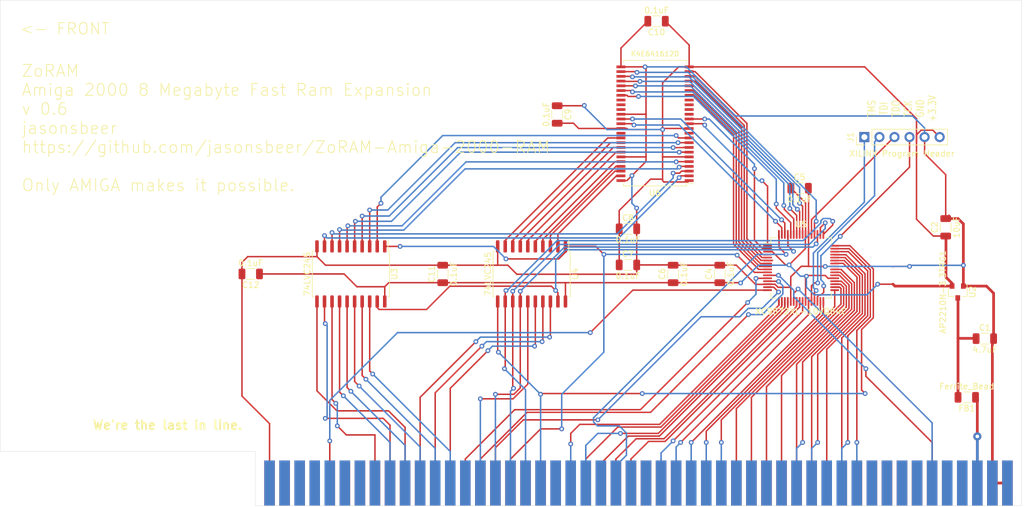
<source format=kicad_pcb>
(kicad_pcb (version 20171130) (host pcbnew 5.1.6+dfsg1-1)

  (general
    (thickness 1.6)
    (drawings 12)
    (tracks 943)
    (zones 0)
    (modules 19)
    (nets 137)
  )

  (page A4)
  (layers
    (0 F.Cu signal)
    (31 B.Cu signal)
    (32 B.Adhes user)
    (33 F.Adhes user)
    (34 B.Paste user)
    (35 F.Paste user)
    (36 B.SilkS user)
    (37 F.SilkS user)
    (38 B.Mask user)
    (39 F.Mask user)
    (40 Dwgs.User user)
    (41 Cmts.User user)
    (42 Eco1.User user)
    (43 Eco2.User user)
    (44 Edge.Cuts user)
    (45 Margin user)
    (46 B.CrtYd user)
    (47 F.CrtYd user)
    (48 B.Fab user)
    (49 F.Fab user)
  )

  (setup
    (last_trace_width 0.25)
    (trace_clearance 0.2)
    (zone_clearance 0.508)
    (zone_45_only no)
    (trace_min 0.2)
    (via_size 0.8)
    (via_drill 0.4)
    (via_min_size 0.4)
    (via_min_drill 0.3)
    (uvia_size 0.3)
    (uvia_drill 0.1)
    (uvias_allowed no)
    (uvia_min_size 0.2)
    (uvia_min_drill 0.1)
    (edge_width 0.05)
    (segment_width 0.2)
    (pcb_text_width 0.3)
    (pcb_text_size 1.5 1.5)
    (mod_edge_width 0.12)
    (mod_text_size 1 1)
    (mod_text_width 0.15)
    (pad_size 1.15 1.8)
    (pad_drill 0)
    (pad_to_mask_clearance 0)
    (aux_axis_origin 0 0)
    (visible_elements 7FFFFFFF)
    (pcbplotparams
      (layerselection 0x010fc_ffffffff)
      (usegerberextensions false)
      (usegerberattributes true)
      (usegerberadvancedattributes true)
      (creategerberjobfile true)
      (excludeedgelayer true)
      (linewidth 0.100000)
      (plotframeref false)
      (viasonmask false)
      (mode 1)
      (useauxorigin false)
      (hpglpennumber 1)
      (hpglpenspeed 20)
      (hpglpendiameter 15.000000)
      (psnegative false)
      (psa4output false)
      (plotreference true)
      (plotvalue true)
      (plotinvisibletext false)
      (padsonsilk false)
      (subtractmaskfromsilk false)
      (outputformat 1)
      (mirror false)
      (drillshape 0)
      (scaleselection 1)
      (outputdirectory "/mnt/work/amiga/Peripherals/Zorro2Ram/ZorroRAM/Gerbers/"))
  )

  (net 0 "")
  (net 1 GND)
  (net 2 "Net-(C1-Pad1)")
  (net 3 +3V3)
  (net 4 +5V)
  (net 5 /TCK)
  (net 6 /TDO)
  (net 7 /TDI)
  (net 8 /TMS)
  (net 9 /_CFGIN)
  (net 10 /E7M)
  (net 11 /_BUFOE)
  (net 12 /BD0)
  (net 13 /BD1)
  (net 14 /BD2)
  (net 15 /BD3)
  (net 16 /BD4)
  (net 17 /BD5)
  (net 18 /BD6)
  (net 19 /BD7)
  (net 20 /MD7)
  (net 21 /MD6)
  (net 22 /MD5)
  (net 23 /MD4)
  (net 24 /MD3)
  (net 25 /MD2)
  (net 26 /MD1)
  (net 27 /MD0)
  (net 28 /READ)
  (net 29 /BD8)
  (net 30 /BD9)
  (net 31 /BD10)
  (net 32 /BD11)
  (net 33 /BD12)
  (net 34 /BD13)
  (net 35 /BD14)
  (net 36 /BD15)
  (net 37 /MD15)
  (net 38 /MD14)
  (net 39 /MD13)
  (net 40 /MD12)
  (net 41 /MD11)
  (net 42 /MD10)
  (net 43 /MD9)
  (net 44 /MD8)
  (net 45 /_RST)
  (net 46 /_LCAS)
  (net 47 /_UCAS)
  (net 48 /MA11)
  (net 49 /MA10)
  (net 50 /MA9)
  (net 51 /MA8)
  (net 52 /MA7)
  (net 53 /MA6)
  (net 54 /BA23)
  (net 55 /BA22)
  (net 56 /BA21)
  (net 57 /BA20)
  (net 58 /BA19)
  (net 59 /BA18)
  (net 60 /BA17)
  (net 61 /BA16)
  (net 62 /BA15)
  (net 63 /BA14)
  (net 64 /BA13)
  (net 65 /BA12)
  (net 66 /BA11)
  (net 67 /BA10)
  (net 68 /BA9)
  (net 69 /BA8)
  (net 70 /BA7)
  (net 71 /BA6)
  (net 72 /BA5)
  (net 73 /_CFGOUT)
  (net 74 /BA4)
  (net 75 /BA3)
  (net 76 /BA2)
  (net 77 /BA1)
  (net 78 /MA5)
  (net 79 /MA4)
  (net 80 /MA3)
  (net 81 /MA2)
  (net 82 /MA1)
  (net 83 /MA0)
  (net 84 /_RAS)
  (net 85 /_MEMW)
  (net 86 "Net-(ZorroSlot1-Pad66)")
  (net 87 "Net-(ZorroSlot1-Pad64)")
  (net 88 "Net-(ZorroSlot1-Pad98)")
  (net 89 "Net-(ZorroSlot1-Pad96)")
  (net 90 "Net-(ZorroSlot1-Pad94)")
  (net 91 "Net-(ZorroSlot1-Pad90)")
  (net 92 "Net-(ZorroSlot1-Pad88)")
  (net 93 /_BAS)
  (net 94 /_BUDS)
  (net 95 /_BLDS)
  (net 96 "Net-(ZorroSlot1-Pad97)")
  (net 97 "Net-(ZorroSlot1-Pad95)")
  (net 98 "Net-(ZorroSlot1-Pad93)")
  (net 99 "Net-(ZorroSlot1-Pad91)")
  (net 100 "Net-(ZorroSlot1-Pad89)")
  (net 101 "Net-(ZorroSlot1-Pad87)")
  (net 102 "Net-(ZorroSlot1-Pad85)")
  (net 103 "Net-(ZorroSlot1-Pad73)")
  (net 104 "Net-(ZorroSlot1-Pad62)")
  (net 105 "Net-(ZorroSlot1-Pad60)")
  (net 106 "Net-(ZorroSlot1-Pad50)")
  (net 107 "Net-(ZorroSlot1-Pad48)")
  (net 108 "Net-(ZorroSlot1-Pad46)")
  (net 109 "Net-(ZorroSlot1-Pad44)")
  (net 110 "Net-(ZorroSlot1-Pad42)")
  (net 111 "Net-(ZorroSlot1-Pad40)")
  (net 112 "Net-(ZorroSlot1-Pad22)")
  (net 113 "Net-(ZorroSlot1-Pad20)")
  (net 114 "Net-(ZorroSlot1-Pad18)")
  (net 115 "Net-(ZorroSlot1-Pad16)")
  (net 116 "Net-(ZorroSlot1-Pad14)")
  (net 117 "Net-(ZorroSlot1-Pad10)")
  (net 118 "Net-(ZorroSlot1-Pad8)")
  (net 119 "Net-(ZorroSlot1-Pad61)")
  (net 120 "Net-(ZorroSlot1-Pad55)")
  (net 121 "Net-(ZorroSlot1-Pad51)")
  (net 122 "Net-(ZorroSlot1-Pad49)")
  (net 123 "Net-(ZorroSlot1-Pad37)")
  (net 124 "Net-(ZorroSlot1-Pad35)")
  (net 125 "Net-(ZorroSlot1-Pad33)")
  (net 126 "Net-(ZorroSlot1-Pad31)")
  (net 127 "Net-(ZorroSlot1-Pad25)")
  (net 128 "Net-(ZorroSlot1-Pad19)")
  (net 129 "Net-(ZorroSlot1-Pad17)")
  (net 130 "Net-(ZorroSlot1-Pad15)")
  (net 131 "Net-(ZorroSlot1-Pad13)")
  (net 132 "Net-(ZorroSlot1-Pad9)")
  (net 133 "Net-(ZorroSlot1-Pad7)")
  (net 134 "Net-(ZorroSlot1-Pad99)")
  (net 135 "Net-(ZorroSlot1-Pad3)")
  (net 136 "Net-(ZorroSlot1-Pad1)")

  (net_class Default "This is the default net class."
    (clearance 0.2)
    (trace_width 0.25)
    (via_dia 0.8)
    (via_drill 0.4)
    (uvia_dia 0.3)
    (uvia_drill 0.1)
    (add_net +3V3)
    (add_net /BA1)
    (add_net /BA10)
    (add_net /BA11)
    (add_net /BA12)
    (add_net /BA13)
    (add_net /BA14)
    (add_net /BA15)
    (add_net /BA16)
    (add_net /BA17)
    (add_net /BA18)
    (add_net /BA19)
    (add_net /BA2)
    (add_net /BA20)
    (add_net /BA21)
    (add_net /BA22)
    (add_net /BA23)
    (add_net /BA3)
    (add_net /BA4)
    (add_net /BA5)
    (add_net /BA6)
    (add_net /BA7)
    (add_net /BA8)
    (add_net /BA9)
    (add_net /BD0)
    (add_net /BD1)
    (add_net /BD10)
    (add_net /BD11)
    (add_net /BD12)
    (add_net /BD13)
    (add_net /BD14)
    (add_net /BD15)
    (add_net /BD2)
    (add_net /BD3)
    (add_net /BD4)
    (add_net /BD5)
    (add_net /BD6)
    (add_net /BD7)
    (add_net /BD8)
    (add_net /BD9)
    (add_net /E7M)
    (add_net /MA0)
    (add_net /MA1)
    (add_net /MA10)
    (add_net /MA11)
    (add_net /MA2)
    (add_net /MA3)
    (add_net /MA4)
    (add_net /MA5)
    (add_net /MA6)
    (add_net /MA7)
    (add_net /MA8)
    (add_net /MA9)
    (add_net /MD0)
    (add_net /MD1)
    (add_net /MD10)
    (add_net /MD11)
    (add_net /MD12)
    (add_net /MD13)
    (add_net /MD14)
    (add_net /MD15)
    (add_net /MD2)
    (add_net /MD3)
    (add_net /MD4)
    (add_net /MD5)
    (add_net /MD6)
    (add_net /MD7)
    (add_net /MD8)
    (add_net /MD9)
    (add_net /READ)
    (add_net /TCK)
    (add_net /TDI)
    (add_net /TDO)
    (add_net /TMS)
    (add_net /_BAS)
    (add_net /_BLDS)
    (add_net /_BUDS)
    (add_net /_BUFOE)
    (add_net /_CFGIN)
    (add_net /_CFGOUT)
    (add_net /_LCAS)
    (add_net /_MEMW)
    (add_net /_RAS)
    (add_net /_RST)
    (add_net /_UCAS)
    (add_net GND)
    (add_net "Net-(C1-Pad1)")
    (add_net "Net-(ZorroSlot1-Pad1)")
    (add_net "Net-(ZorroSlot1-Pad10)")
    (add_net "Net-(ZorroSlot1-Pad13)")
    (add_net "Net-(ZorroSlot1-Pad14)")
    (add_net "Net-(ZorroSlot1-Pad15)")
    (add_net "Net-(ZorroSlot1-Pad16)")
    (add_net "Net-(ZorroSlot1-Pad17)")
    (add_net "Net-(ZorroSlot1-Pad18)")
    (add_net "Net-(ZorroSlot1-Pad19)")
    (add_net "Net-(ZorroSlot1-Pad20)")
    (add_net "Net-(ZorroSlot1-Pad22)")
    (add_net "Net-(ZorroSlot1-Pad25)")
    (add_net "Net-(ZorroSlot1-Pad3)")
    (add_net "Net-(ZorroSlot1-Pad31)")
    (add_net "Net-(ZorroSlot1-Pad33)")
    (add_net "Net-(ZorroSlot1-Pad35)")
    (add_net "Net-(ZorroSlot1-Pad37)")
    (add_net "Net-(ZorroSlot1-Pad40)")
    (add_net "Net-(ZorroSlot1-Pad42)")
    (add_net "Net-(ZorroSlot1-Pad44)")
    (add_net "Net-(ZorroSlot1-Pad46)")
    (add_net "Net-(ZorroSlot1-Pad48)")
    (add_net "Net-(ZorroSlot1-Pad49)")
    (add_net "Net-(ZorroSlot1-Pad50)")
    (add_net "Net-(ZorroSlot1-Pad51)")
    (add_net "Net-(ZorroSlot1-Pad55)")
    (add_net "Net-(ZorroSlot1-Pad60)")
    (add_net "Net-(ZorroSlot1-Pad61)")
    (add_net "Net-(ZorroSlot1-Pad62)")
    (add_net "Net-(ZorroSlot1-Pad64)")
    (add_net "Net-(ZorroSlot1-Pad66)")
    (add_net "Net-(ZorroSlot1-Pad7)")
    (add_net "Net-(ZorroSlot1-Pad73)")
    (add_net "Net-(ZorroSlot1-Pad8)")
    (add_net "Net-(ZorroSlot1-Pad85)")
    (add_net "Net-(ZorroSlot1-Pad87)")
    (add_net "Net-(ZorroSlot1-Pad88)")
    (add_net "Net-(ZorroSlot1-Pad89)")
    (add_net "Net-(ZorroSlot1-Pad9)")
    (add_net "Net-(ZorroSlot1-Pad90)")
    (add_net "Net-(ZorroSlot1-Pad91)")
    (add_net "Net-(ZorroSlot1-Pad93)")
    (add_net "Net-(ZorroSlot1-Pad94)")
    (add_net "Net-(ZorroSlot1-Pad95)")
    (add_net "Net-(ZorroSlot1-Pad96)")
    (add_net "Net-(ZorroSlot1-Pad97)")
    (add_net "Net-(ZorroSlot1-Pad98)")
    (add_net "Net-(ZorroSlot1-Pad99)")
  )

  (net_class Power ""
    (clearance 0.2)
    (trace_width 0.4572)
    (via_dia 1.3716)
    (via_drill 0.6096)
    (uvia_dia 0.3)
    (uvia_drill 0.1)
    (add_net +5V)
  )

  (module Package_SO:SOIC-20W_7.5x12.8mm_P1.27mm (layer F.Cu) (tedit 5D9F72B1) (tstamp 60322DA8)
    (at 122.936 122.428 270)
    (descr "SOIC, 20 Pin (JEDEC MS-013AC, https://www.analog.com/media/en/package-pcb-resources/package/233848rw_20.pdf), generated with kicad-footprint-generator ipc_gullwing_generator.py")
    (tags "SOIC SO")
    (path /60318290)
    (attr smd)
    (fp_text reference U4 (at 0 -7.35 270) (layer F.SilkS)
      (effects (font (size 1 1) (thickness 0.15)))
    )
    (fp_text value 74LVC245 (at 0 7.35 270) (layer F.SilkS)
      (effects (font (size 1 1) (thickness 0.15)))
    )
    (fp_line (start 0 6.51) (end 3.86 6.51) (layer F.SilkS) (width 0.12))
    (fp_line (start 3.86 6.51) (end 3.86 6.275) (layer F.SilkS) (width 0.12))
    (fp_line (start 0 6.51) (end -3.86 6.51) (layer F.SilkS) (width 0.12))
    (fp_line (start -3.86 6.51) (end -3.86 6.275) (layer F.SilkS) (width 0.12))
    (fp_line (start 0 -6.51) (end 3.86 -6.51) (layer F.SilkS) (width 0.12))
    (fp_line (start 3.86 -6.51) (end 3.86 -6.275) (layer F.SilkS) (width 0.12))
    (fp_line (start 0 -6.51) (end -3.86 -6.51) (layer F.SilkS) (width 0.12))
    (fp_line (start -3.86 -6.51) (end -3.86 -6.275) (layer F.SilkS) (width 0.12))
    (fp_line (start -3.86 -6.275) (end -5.675 -6.275) (layer F.SilkS) (width 0.12))
    (fp_line (start -2.75 -6.4) (end 3.75 -6.4) (layer F.Fab) (width 0.1))
    (fp_line (start 3.75 -6.4) (end 3.75 6.4) (layer F.Fab) (width 0.1))
    (fp_line (start 3.75 6.4) (end -3.75 6.4) (layer F.Fab) (width 0.1))
    (fp_line (start -3.75 6.4) (end -3.75 -5.4) (layer F.Fab) (width 0.1))
    (fp_line (start -3.75 -5.4) (end -2.75 -6.4) (layer F.Fab) (width 0.1))
    (fp_line (start -5.93 -6.65) (end -5.93 6.65) (layer F.CrtYd) (width 0.05))
    (fp_line (start -5.93 6.65) (end 5.93 6.65) (layer F.CrtYd) (width 0.05))
    (fp_line (start 5.93 6.65) (end 5.93 -6.65) (layer F.CrtYd) (width 0.05))
    (fp_line (start 5.93 -6.65) (end -5.93 -6.65) (layer F.CrtYd) (width 0.05))
    (fp_text user %R (at 0 0 270) (layer F.Fab)
      (effects (font (size 1 1) (thickness 0.15)))
    )
    (pad 20 smd roundrect (at 4.65 -5.715 270) (size 2.05 0.6) (layers F.Cu F.Paste F.Mask) (roundrect_rratio 0.25)
      (net 3 +3V3))
    (pad 19 smd roundrect (at 4.65 -4.445 270) (size 2.05 0.6) (layers F.Cu F.Paste F.Mask) (roundrect_rratio 0.25)
      (net 11 /_BUFOE))
    (pad 18 smd roundrect (at 4.65 -3.175 270) (size 2.05 0.6) (layers F.Cu F.Paste F.Mask) (roundrect_rratio 0.25)
      (net 29 /BD8))
    (pad 17 smd roundrect (at 4.65 -1.905 270) (size 2.05 0.6) (layers F.Cu F.Paste F.Mask) (roundrect_rratio 0.25)
      (net 30 /BD9))
    (pad 16 smd roundrect (at 4.65 -0.635 270) (size 2.05 0.6) (layers F.Cu F.Paste F.Mask) (roundrect_rratio 0.25)
      (net 31 /BD10))
    (pad 15 smd roundrect (at 4.65 0.635 270) (size 2.05 0.6) (layers F.Cu F.Paste F.Mask) (roundrect_rratio 0.25)
      (net 32 /BD11))
    (pad 14 smd roundrect (at 4.65 1.905 270) (size 2.05 0.6) (layers F.Cu F.Paste F.Mask) (roundrect_rratio 0.25)
      (net 33 /BD12))
    (pad 13 smd roundrect (at 4.65 3.175 270) (size 2.05 0.6) (layers F.Cu F.Paste F.Mask) (roundrect_rratio 0.25)
      (net 34 /BD13))
    (pad 12 smd roundrect (at 4.65 4.445 270) (size 2.05 0.6) (layers F.Cu F.Paste F.Mask) (roundrect_rratio 0.25)
      (net 35 /BD14))
    (pad 11 smd roundrect (at 4.65 5.715 270) (size 2.05 0.6) (layers F.Cu F.Paste F.Mask) (roundrect_rratio 0.25)
      (net 36 /BD15))
    (pad 10 smd roundrect (at -4.65 5.715 270) (size 2.05 0.6) (layers F.Cu F.Paste F.Mask) (roundrect_rratio 0.25)
      (net 1 GND))
    (pad 9 smd roundrect (at -4.65 4.445 270) (size 2.05 0.6) (layers F.Cu F.Paste F.Mask) (roundrect_rratio 0.25)
      (net 37 /MD15))
    (pad 8 smd roundrect (at -4.65 3.175 270) (size 2.05 0.6) (layers F.Cu F.Paste F.Mask) (roundrect_rratio 0.25)
      (net 38 /MD14))
    (pad 7 smd roundrect (at -4.65 1.905 270) (size 2.05 0.6) (layers F.Cu F.Paste F.Mask) (roundrect_rratio 0.25)
      (net 39 /MD13))
    (pad 6 smd roundrect (at -4.65 0.635 270) (size 2.05 0.6) (layers F.Cu F.Paste F.Mask) (roundrect_rratio 0.25)
      (net 40 /MD12))
    (pad 5 smd roundrect (at -4.65 -0.635 270) (size 2.05 0.6) (layers F.Cu F.Paste F.Mask) (roundrect_rratio 0.25)
      (net 41 /MD11))
    (pad 4 smd roundrect (at -4.65 -1.905 270) (size 2.05 0.6) (layers F.Cu F.Paste F.Mask) (roundrect_rratio 0.25)
      (net 42 /MD10))
    (pad 3 smd roundrect (at -4.65 -3.175 270) (size 2.05 0.6) (layers F.Cu F.Paste F.Mask) (roundrect_rratio 0.25)
      (net 43 /MD9))
    (pad 2 smd roundrect (at -4.65 -4.445 270) (size 2.05 0.6) (layers F.Cu F.Paste F.Mask) (roundrect_rratio 0.25)
      (net 44 /MD8))
    (pad 1 smd roundrect (at -4.65 -5.715 270) (size 2.05 0.6) (layers F.Cu F.Paste F.Mask) (roundrect_rratio 0.25)
      (net 28 /READ))
    (model ${KISYS3DMOD}/Package_SO.3dshapes/SOIC-20W_7.5x12.8mm_P1.27mm.wrl
      (at (xyz 0 0 0))
      (scale (xyz 1 1 1))
      (rotate (xyz 0 0 0))
    )
  )

  (module Package_QFP:TQFP-64_10x10mm_P0.5mm (layer F.Cu) (tedit 5D9F72B1) (tstamp 60322E13)
    (at 168.402 121.412)
    (descr "TQFP, 64 Pin (http://www.microsemi.com/index.php?option=com_docman&task=doc_download&gid=131095), generated with kicad-footprint-generator ipc_gullwing_generator.py")
    (tags "TQFP QFP")
    (path /603143F3)
    (attr smd)
    (fp_text reference U5 (at 0 -7.35) (layer F.SilkS)
      (effects (font (size 1 1) (thickness 0.15)))
    )
    (fp_text value XC9572XL-10VQ64C (at 0 7.35) (layer F.SilkS)
      (effects (font (size 1 1) (thickness 0.15)))
    )
    (fp_line (start 4.16 5.11) (end 5.11 5.11) (layer F.SilkS) (width 0.12))
    (fp_line (start 5.11 5.11) (end 5.11 4.16) (layer F.SilkS) (width 0.12))
    (fp_line (start -4.16 5.11) (end -5.11 5.11) (layer F.SilkS) (width 0.12))
    (fp_line (start -5.11 5.11) (end -5.11 4.16) (layer F.SilkS) (width 0.12))
    (fp_line (start 4.16 -5.11) (end 5.11 -5.11) (layer F.SilkS) (width 0.12))
    (fp_line (start 5.11 -5.11) (end 5.11 -4.16) (layer F.SilkS) (width 0.12))
    (fp_line (start -4.16 -5.11) (end -5.11 -5.11) (layer F.SilkS) (width 0.12))
    (fp_line (start -5.11 -5.11) (end -5.11 -4.16) (layer F.SilkS) (width 0.12))
    (fp_line (start -5.11 -4.16) (end -6.4 -4.16) (layer F.SilkS) (width 0.12))
    (fp_line (start -4 -5) (end 5 -5) (layer F.Fab) (width 0.1))
    (fp_line (start 5 -5) (end 5 5) (layer F.Fab) (width 0.1))
    (fp_line (start 5 5) (end -5 5) (layer F.Fab) (width 0.1))
    (fp_line (start -5 5) (end -5 -4) (layer F.Fab) (width 0.1))
    (fp_line (start -5 -4) (end -4 -5) (layer F.Fab) (width 0.1))
    (fp_line (start 0 -6.65) (end -4.15 -6.65) (layer F.CrtYd) (width 0.05))
    (fp_line (start -4.15 -6.65) (end -4.15 -5.25) (layer F.CrtYd) (width 0.05))
    (fp_line (start -4.15 -5.25) (end -5.25 -5.25) (layer F.CrtYd) (width 0.05))
    (fp_line (start -5.25 -5.25) (end -5.25 -4.15) (layer F.CrtYd) (width 0.05))
    (fp_line (start -5.25 -4.15) (end -6.65 -4.15) (layer F.CrtYd) (width 0.05))
    (fp_line (start -6.65 -4.15) (end -6.65 0) (layer F.CrtYd) (width 0.05))
    (fp_line (start 0 -6.65) (end 4.15 -6.65) (layer F.CrtYd) (width 0.05))
    (fp_line (start 4.15 -6.65) (end 4.15 -5.25) (layer F.CrtYd) (width 0.05))
    (fp_line (start 4.15 -5.25) (end 5.25 -5.25) (layer F.CrtYd) (width 0.05))
    (fp_line (start 5.25 -5.25) (end 5.25 -4.15) (layer F.CrtYd) (width 0.05))
    (fp_line (start 5.25 -4.15) (end 6.65 -4.15) (layer F.CrtYd) (width 0.05))
    (fp_line (start 6.65 -4.15) (end 6.65 0) (layer F.CrtYd) (width 0.05))
    (fp_line (start 0 6.65) (end -4.15 6.65) (layer F.CrtYd) (width 0.05))
    (fp_line (start -4.15 6.65) (end -4.15 5.25) (layer F.CrtYd) (width 0.05))
    (fp_line (start -4.15 5.25) (end -5.25 5.25) (layer F.CrtYd) (width 0.05))
    (fp_line (start -5.25 5.25) (end -5.25 4.15) (layer F.CrtYd) (width 0.05))
    (fp_line (start -5.25 4.15) (end -6.65 4.15) (layer F.CrtYd) (width 0.05))
    (fp_line (start -6.65 4.15) (end -6.65 0) (layer F.CrtYd) (width 0.05))
    (fp_line (start 0 6.65) (end 4.15 6.65) (layer F.CrtYd) (width 0.05))
    (fp_line (start 4.15 6.65) (end 4.15 5.25) (layer F.CrtYd) (width 0.05))
    (fp_line (start 4.15 5.25) (end 5.25 5.25) (layer F.CrtYd) (width 0.05))
    (fp_line (start 5.25 5.25) (end 5.25 4.15) (layer F.CrtYd) (width 0.05))
    (fp_line (start 5.25 4.15) (end 6.65 4.15) (layer F.CrtYd) (width 0.05))
    (fp_line (start 6.65 4.15) (end 6.65 0) (layer F.CrtYd) (width 0.05))
    (fp_text user %R (at 0 0) (layer F.Fab)
      (effects (font (size 1 1) (thickness 0.15)))
    )
    (pad 64 smd roundrect (at -3.75 -5.6625) (size 0.3 1.475) (layers F.Cu F.Paste F.Mask) (roundrect_rratio 0.25)
      (net 45 /_RST))
    (pad 63 smd roundrect (at -3.25 -5.6625) (size 0.3 1.475) (layers F.Cu F.Paste F.Mask) (roundrect_rratio 0.25)
      (net 46 /_LCAS))
    (pad 62 smd roundrect (at -2.75 -5.6625) (size 0.3 1.475) (layers F.Cu F.Paste F.Mask) (roundrect_rratio 0.25)
      (net 47 /_UCAS))
    (pad 61 smd roundrect (at -2.25 -5.6625) (size 0.3 1.475) (layers F.Cu F.Paste F.Mask) (roundrect_rratio 0.25)
      (net 11 /_BUFOE))
    (pad 60 smd roundrect (at -1.75 -5.6625) (size 0.3 1.475) (layers F.Cu F.Paste F.Mask) (roundrect_rratio 0.25)
      (net 48 /MA11))
    (pad 59 smd roundrect (at -1.25 -5.6625) (size 0.3 1.475) (layers F.Cu F.Paste F.Mask) (roundrect_rratio 0.25)
      (net 49 /MA10))
    (pad 58 smd roundrect (at -0.75 -5.6625) (size 0.3 1.475) (layers F.Cu F.Paste F.Mask) (roundrect_rratio 0.25)
      (net 50 /MA9))
    (pad 57 smd roundrect (at -0.25 -5.6625) (size 0.3 1.475) (layers F.Cu F.Paste F.Mask) (roundrect_rratio 0.25)
      (net 51 /MA8))
    (pad 56 smd roundrect (at 0.25 -5.6625) (size 0.3 1.475) (layers F.Cu F.Paste F.Mask) (roundrect_rratio 0.25)
      (net 52 /MA7))
    (pad 55 smd roundrect (at 0.75 -5.6625) (size 0.3 1.475) (layers F.Cu F.Paste F.Mask) (roundrect_rratio 0.25)
      (net 3 +3V3))
    (pad 54 smd roundrect (at 1.25 -5.6625) (size 0.3 1.475) (layers F.Cu F.Paste F.Mask) (roundrect_rratio 0.25)
      (net 1 GND))
    (pad 53 smd roundrect (at 1.75 -5.6625) (size 0.3 1.475) (layers F.Cu F.Paste F.Mask) (roundrect_rratio 0.25)
      (net 6 /TDO))
    (pad 52 smd roundrect (at 2.25 -5.6625) (size 0.3 1.475) (layers F.Cu F.Paste F.Mask) (roundrect_rratio 0.25)
      (net 53 /MA6))
    (pad 51 smd roundrect (at 2.75 -5.6625) (size 0.3 1.475) (layers F.Cu F.Paste F.Mask) (roundrect_rratio 0.25)
      (net 33 /BD12))
    (pad 50 smd roundrect (at 3.25 -5.6625) (size 0.3 1.475) (layers F.Cu F.Paste F.Mask) (roundrect_rratio 0.25)
      (net 34 /BD13))
    (pad 49 smd roundrect (at 3.75 -5.6625) (size 0.3 1.475) (layers F.Cu F.Paste F.Mask) (roundrect_rratio 0.25)
      (net 35 /BD14))
    (pad 48 smd roundrect (at 5.6625 -3.75) (size 1.475 0.3) (layers F.Cu F.Paste F.Mask) (roundrect_rratio 0.25)
      (net 36 /BD15))
    (pad 47 smd roundrect (at 5.6625 -3.25) (size 1.475 0.3) (layers F.Cu F.Paste F.Mask) (roundrect_rratio 0.25)
      (net 72 /BA5))
    (pad 46 smd roundrect (at 5.6625 -2.75) (size 1.475 0.3) (layers F.Cu F.Paste F.Mask) (roundrect_rratio 0.25)
      (net 71 /BA6))
    (pad 45 smd roundrect (at 5.6625 -2.25) (size 1.475 0.3) (layers F.Cu F.Paste F.Mask) (roundrect_rratio 0.25)
      (net 74 /BA4))
    (pad 44 smd roundrect (at 5.6625 -1.75) (size 1.475 0.3) (layers F.Cu F.Paste F.Mask) (roundrect_rratio 0.25)
      (net 75 /BA3))
    (pad 43 smd roundrect (at 5.6625 -1.25) (size 1.475 0.3) (layers F.Cu F.Paste F.Mask) (roundrect_rratio 0.25)
      (net 76 /BA2))
    (pad 42 smd roundrect (at 5.6625 -0.75) (size 1.475 0.3) (layers F.Cu F.Paste F.Mask) (roundrect_rratio 0.25)
      (net 70 /BA7))
    (pad 41 smd roundrect (at 5.6625 -0.25) (size 1.475 0.3) (layers F.Cu F.Paste F.Mask) (roundrect_rratio 0.25)
      (net 1 GND))
    (pad 40 smd roundrect (at 5.6625 0.25) (size 1.475 0.3) (layers F.Cu F.Paste F.Mask) (roundrect_rratio 0.25)
      (net 77 /BA1))
    (pad 39 smd roundrect (at 5.6625 0.75) (size 1.475 0.3) (layers F.Cu F.Paste F.Mask) (roundrect_rratio 0.25)
      (net 69 /BA8))
    (pad 38 smd roundrect (at 5.6625 1.25) (size 1.475 0.3) (layers F.Cu F.Paste F.Mask) (roundrect_rratio 0.25)
      (net 68 /BA9))
    (pad 37 smd roundrect (at 5.6625 1.75) (size 1.475 0.3) (layers F.Cu F.Paste F.Mask) (roundrect_rratio 0.25)
      (net 3 +3V3))
    (pad 36 smd roundrect (at 5.6625 2.25) (size 1.475 0.3) (layers F.Cu F.Paste F.Mask) (roundrect_rratio 0.25)
      (net 67 /BA10))
    (pad 35 smd roundrect (at 5.6625 2.75) (size 1.475 0.3) (layers F.Cu F.Paste F.Mask) (roundrect_rratio 0.25)
      (net 66 /BA11))
    (pad 34 smd roundrect (at 5.6625 3.25) (size 1.475 0.3) (layers F.Cu F.Paste F.Mask) (roundrect_rratio 0.25)
      (net 65 /BA12))
    (pad 33 smd roundrect (at 5.6625 3.75) (size 1.475 0.3) (layers F.Cu F.Paste F.Mask) (roundrect_rratio 0.25)
      (net 64 /BA13))
    (pad 32 smd roundrect (at 3.75 5.6625) (size 0.3 1.475) (layers F.Cu F.Paste F.Mask) (roundrect_rratio 0.25)
      (net 63 /BA14))
    (pad 31 smd roundrect (at 3.25 5.6625) (size 0.3 1.475) (layers F.Cu F.Paste F.Mask) (roundrect_rratio 0.25)
      (net 62 /BA15))
    (pad 30 smd roundrect (at 2.75 5.6625) (size 0.3 1.475) (layers F.Cu F.Paste F.Mask) (roundrect_rratio 0.25)
      (net 5 /TCK))
    (pad 29 smd roundrect (at 2.25 5.6625) (size 0.3 1.475) (layers F.Cu F.Paste F.Mask) (roundrect_rratio 0.25)
      (net 8 /TMS))
    (pad 28 smd roundrect (at 1.75 5.6625) (size 0.3 1.475) (layers F.Cu F.Paste F.Mask) (roundrect_rratio 0.25)
      (net 7 /TDI))
    (pad 27 smd roundrect (at 1.25 5.6625) (size 0.3 1.475) (layers F.Cu F.Paste F.Mask) (roundrect_rratio 0.25)
      (net 61 /BA16))
    (pad 26 smd roundrect (at 0.75 5.6625) (size 0.3 1.475) (layers F.Cu F.Paste F.Mask) (roundrect_rratio 0.25)
      (net 3 +3V3))
    (pad 25 smd roundrect (at 0.25 5.6625) (size 0.3 1.475) (layers F.Cu F.Paste F.Mask) (roundrect_rratio 0.25)
      (net 60 /BA17))
    (pad 24 smd roundrect (at -0.25 5.6625) (size 0.3 1.475) (layers F.Cu F.Paste F.Mask) (roundrect_rratio 0.25)
      (net 59 /BA18))
    (pad 23 smd roundrect (at -0.75 5.6625) (size 0.3 1.475) (layers F.Cu F.Paste F.Mask) (roundrect_rratio 0.25)
      (net 58 /BA19))
    (pad 22 smd roundrect (at -1.25 5.6625) (size 0.3 1.475) (layers F.Cu F.Paste F.Mask) (roundrect_rratio 0.25)
      (net 73 /_CFGOUT))
    (pad 21 smd roundrect (at -1.75 5.6625) (size 0.3 1.475) (layers F.Cu F.Paste F.Mask) (roundrect_rratio 0.25)
      (net 1 GND))
    (pad 20 smd roundrect (at -2.25 5.6625) (size 0.3 1.475) (layers F.Cu F.Paste F.Mask) (roundrect_rratio 0.25)
      (net 57 /BA20))
    (pad 19 smd roundrect (at -2.75 5.6625) (size 0.3 1.475) (layers F.Cu F.Paste F.Mask) (roundrect_rratio 0.25)
      (net 55 /BA22))
    (pad 18 smd roundrect (at -3.25 5.6625) (size 0.3 1.475) (layers F.Cu F.Paste F.Mask) (roundrect_rratio 0.25)
      (net 56 /BA21))
    (pad 17 smd roundrect (at -3.75 5.6625) (size 0.3 1.475) (layers F.Cu F.Paste F.Mask) (roundrect_rratio 0.25)
      (net 54 /BA23))
    (pad 16 smd roundrect (at -5.6625 3.75) (size 1.475 0.3) (layers F.Cu F.Paste F.Mask) (roundrect_rratio 0.25)
      (net 10 /E7M))
    (pad 15 smd roundrect (at -5.6625 3.25) (size 1.475 0.3) (layers F.Cu F.Paste F.Mask) (roundrect_rratio 0.25)
      (net 95 /_BLDS))
    (pad 14 smd roundrect (at -5.6625 2.75) (size 1.475 0.3) (layers F.Cu F.Paste F.Mask) (roundrect_rratio 0.25)
      (net 1 GND))
    (pad 13 smd roundrect (at -5.6625 2.25) (size 1.475 0.3) (layers F.Cu F.Paste F.Mask) (roundrect_rratio 0.25)
      (net 94 /_BUDS))
    (pad 12 smd roundrect (at -5.6625 1.75) (size 1.475 0.3) (layers F.Cu F.Paste F.Mask) (roundrect_rratio 0.25)
      (net 93 /_BAS))
    (pad 11 smd roundrect (at -5.6625 1.25) (size 1.475 0.3) (layers F.Cu F.Paste F.Mask) (roundrect_rratio 0.25)
      (net 9 /_CFGIN))
    (pad 10 smd roundrect (at -5.6625 0.75) (size 1.475 0.3) (layers F.Cu F.Paste F.Mask) (roundrect_rratio 0.25)
      (net 28 /READ))
    (pad 9 smd roundrect (at -5.6625 0.25) (size 1.475 0.3) (layers F.Cu F.Paste F.Mask) (roundrect_rratio 0.25)
      (net 83 /MA0))
    (pad 8 smd roundrect (at -5.6625 -0.25) (size 1.475 0.3) (layers F.Cu F.Paste F.Mask) (roundrect_rratio 0.25)
      (net 82 /MA1))
    (pad 7 smd roundrect (at -5.6625 -0.75) (size 1.475 0.3) (layers F.Cu F.Paste F.Mask) (roundrect_rratio 0.25)
      (net 81 /MA2))
    (pad 6 smd roundrect (at -5.6625 -1.25) (size 1.475 0.3) (layers F.Cu F.Paste F.Mask) (roundrect_rratio 0.25)
      (net 80 /MA3))
    (pad 5 smd roundrect (at -5.6625 -1.75) (size 1.475 0.3) (layers F.Cu F.Paste F.Mask) (roundrect_rratio 0.25)
      (net 79 /MA4))
    (pad 4 smd roundrect (at -5.6625 -2.25) (size 1.475 0.3) (layers F.Cu F.Paste F.Mask) (roundrect_rratio 0.25)
      (net 78 /MA5))
    (pad 3 smd roundrect (at -5.6625 -2.75) (size 1.475 0.3) (layers F.Cu F.Paste F.Mask) (roundrect_rratio 0.25)
      (net 3 +3V3))
    (pad 2 smd roundrect (at -5.6625 -3.25) (size 1.475 0.3) (layers F.Cu F.Paste F.Mask) (roundrect_rratio 0.25)
      (net 84 /_RAS))
    (pad 1 smd roundrect (at -5.6625 -3.75) (size 1.475 0.3) (layers F.Cu F.Paste F.Mask) (roundrect_rratio 0.25)
      (net 85 /_MEMW))
    (model ${KISYS3DMOD}/Package_QFP.3dshapes/TQFP-64_10x10mm_P0.5mm.wrl
      (at (xyz 0 0 0))
      (scale (xyz 1 1 1))
      (rotate (xyz 0 0 0))
    )
  )

  (module Capacitor_SMD:C_1206_3216Metric (layer F.Cu) (tedit 5F68FEEE) (tstamp 6031D204)
    (at 196.342 143.256 180)
    (descr "Capacitor SMD 1206 (3216 Metric), square (rectangular) end terminal, IPC_7351 nominal, (Body size source: IPC-SM-782 page 76, https://www.pcb-3d.com/wordpress/wp-content/uploads/ipc-sm-782a_amendment_1_and_2.pdf), generated with kicad-footprint-generator")
    (tags capacitor)
    (path /60326C20)
    (attr smd)
    (fp_text reference FB1 (at 0 -1.85) (layer F.SilkS)
      (effects (font (size 1 1) (thickness 0.15)))
    )
    (fp_text value Ferrite_Bead (at 0 1.85) (layer F.SilkS)
      (effects (font (size 1 1) (thickness 0.15)))
    )
    (fp_line (start 2.3 1.15) (end -2.3 1.15) (layer F.CrtYd) (width 0.05))
    (fp_line (start 2.3 -1.15) (end 2.3 1.15) (layer F.CrtYd) (width 0.05))
    (fp_line (start -2.3 -1.15) (end 2.3 -1.15) (layer F.CrtYd) (width 0.05))
    (fp_line (start -2.3 1.15) (end -2.3 -1.15) (layer F.CrtYd) (width 0.05))
    (fp_line (start -0.711252 0.91) (end 0.711252 0.91) (layer F.SilkS) (width 0.12))
    (fp_line (start -0.711252 -0.91) (end 0.711252 -0.91) (layer F.SilkS) (width 0.12))
    (fp_line (start 1.6 0.8) (end -1.6 0.8) (layer F.Fab) (width 0.1))
    (fp_line (start 1.6 -0.8) (end 1.6 0.8) (layer F.Fab) (width 0.1))
    (fp_line (start -1.6 -0.8) (end 1.6 -0.8) (layer F.Fab) (width 0.1))
    (fp_line (start -1.6 0.8) (end -1.6 -0.8) (layer F.Fab) (width 0.1))
    (fp_text user %R (at 0 0) (layer F.Fab)
      (effects (font (size 0.8 0.8) (thickness 0.12)))
    )
    (pad 2 smd roundrect (at 1.475 0 180) (size 1.15 1.8) (layers F.Cu F.Paste F.Mask) (roundrect_rratio 0.217391)
      (net 2 "Net-(C1-Pad1)"))
    (pad 1 smd roundrect (at -1.475 0 180) (size 1.15 1.8) (layers F.Cu F.Paste F.Mask) (roundrect_rratio 0.217391)
      (net 4 +5V))
    (model ${KISYS3DMOD}/Capacitor_SMD.3dshapes/C_1206_3216Metric.wrl
      (at (xyz 0 0 0))
      (scale (xyz 1 1 1))
      (rotate (xyz 0 0 0))
    )
  )

  (module AmigaFootprints:ZorroCardEdge (layer F.Cu) (tedit 60309AE4) (tstamp 60322ECD)
    (at 139.7 157.734)
    (descr "Amiga Zorro 2-3 Edge Connector")
    (tags "Amiga Zorro 2-3 Edge Connector")
    (path /60310C7A)
    (attr virtual)
    (fp_text reference ZorroSlot1 (at 2.54 -6.99) (layer F.SilkS) hide
      (effects (font (size 1 1) (thickness 0.15)))
    )
    (fp_text value ZorroCardEdge (at -10 -6.99) (layer F.Fab) hide
      (effects (font (size 1 1) (thickness 0.15)))
    )
    (fp_line (start 65.913 3.81) (end -15.24 3.81) (layer F.Fab) (width 0.1))
    (fp_line (start -20.32 3.81) (end -63.373 3.81) (layer F.Fab) (width 0.1))
    (fp_line (start -63.373 3.81) (end -63.373 -5.08) (layer F.Fab) (width 0.1))
    (fp_line (start -63.373 -5.08) (end 65.913 -5.08) (layer F.Fab) (width 0.1))
    (fp_line (start 65.913 -5.08) (end 65.913 3.81) (layer F.Fab) (width 0.1))
    (fp_line (start -63.623 -5.33) (end 66.29 -5.33) (layer F.CrtYd) (width 0.05))
    (fp_line (start -63.623 -5.33) (end -63.623 4.06) (layer F.CrtYd) (width 0.05))
    (fp_line (start 66.29 4.06) (end 66.29 -5.33) (layer F.CrtYd) (width 0.05))
    (fp_line (start 66.29 4.06) (end -63.623 4.06) (layer F.CrtYd) (width 0.05))
    (fp_line (start -20.32 3.81) (end -15.24 3.81) (layer F.Fab) (width 0.1))
    (fp_text user %R (at -1.27 -0.635) (layer F.Fab) hide
      (effects (font (size 1 1) (thickness 0.15)))
    )
    (pad 67 connect rect (at -20.32 0) (size 1.78 7.62) (layers B.Cu B.Mask)
      (net 34 /BD13))
    (pad 65 connect rect (at -17.78 0) (size 1.78 7.62) (layers B.Cu B.Mask)
      (net 35 /BD14))
    (pad 63 connect rect (at -15.24 0) (size 1.78 7.62) (layers B.Cu B.Mask)
      (net 36 /BD15))
    (pad 68 connect rect (at -20.32 0) (size 1.78 7.62) (layers F.Cu F.Mask)
      (net 28 /READ))
    (pad 66 connect rect (at -17.78 0) (size 1.78 7.62) (layers F.Cu F.Mask)
      (net 86 "Net-(ZorroSlot1-Pad66)"))
    (pad 64 connect rect (at -15.24 0) (size 1.78 7.62) (layers F.Cu F.Mask)
      (net 87 "Net-(ZorroSlot1-Pad64)"))
    (pad 100 connect rect (at -60.96 0) (size 1.78 7.62) (layers F.Cu F.Mask)
      (net 1 GND))
    (pad 98 connect rect (at -58.42 0) (size 1.78 7.62) (layers F.Cu F.Mask)
      (net 88 "Net-(ZorroSlot1-Pad98)"))
    (pad 96 connect rect (at -55.88 0) (size 1.78 7.62) (layers F.Cu F.Mask)
      (net 89 "Net-(ZorroSlot1-Pad96)"))
    (pad 94 connect rect (at -53.34 0) (size 1.78 7.62) (layers F.Cu F.Mask)
      (net 90 "Net-(ZorroSlot1-Pad94)"))
    (pad 92 connect rect (at -50.8 0) (size 1.78 7.62) (layers F.Cu F.Mask)
      (net 10 /E7M))
    (pad 90 connect rect (at -48.26 0) (size 1.78 7.62) (layers F.Cu F.Mask)
      (net 91 "Net-(ZorroSlot1-Pad90)"))
    (pad 88 connect rect (at -45.72 0) (size 1.78 7.62) (layers F.Cu F.Mask)
      (net 92 "Net-(ZorroSlot1-Pad88)"))
    (pad 86 connect rect (at -43.18 0) (size 1.78 7.62) (layers F.Cu F.Mask)
      (net 17 /BD5))
    (pad 84 connect rect (at -40.64 0) (size 1.78 7.62) (layers F.Cu F.Mask)
      (net 18 /BD6))
    (pad 82 connect rect (at -38.1 0) (size 1.78 7.62) (layers F.Cu F.Mask)
      (net 19 /BD7))
    (pad 80 connect rect (at -35.56 0) (size 1.78 7.62) (layers F.Cu F.Mask)
      (net 29 /BD8))
    (pad 78 connect rect (at -33.02 0) (size 1.78 7.62) (layers F.Cu F.Mask)
      (net 30 /BD9))
    (pad 76 connect rect (at -30.48 0) (size 1.78 7.62) (layers F.Cu F.Mask)
      (net 31 /BD10))
    (pad 74 connect rect (at -27.94 0) (size 1.78 7.62) (layers F.Cu F.Mask)
      (net 93 /_BAS))
    (pad 72 connect rect (at -25.4 0) (size 1.78 7.62) (layers F.Cu F.Mask)
      (net 94 /_BUDS))
    (pad 70 connect rect (at -22.86 0) (size 1.78 7.62) (layers F.Cu F.Mask)
      (net 95 /_BLDS))
    (pad 99 connect rect (at -60.96 0) (size 1.78 7.62) (layers B.Cu B.Mask)
      (net 134 "Net-(ZorroSlot1-Pad99)"))
    (pad 97 connect rect (at -58.42 0) (size 1.78 7.62) (layers B.Cu B.Mask)
      (net 96 "Net-(ZorroSlot1-Pad97)"))
    (pad 95 connect rect (at -55.88 0) (size 1.78 7.62) (layers B.Cu B.Mask)
      (net 97 "Net-(ZorroSlot1-Pad95)"))
    (pad 93 connect rect (at -53.34 0) (size 1.78 7.62) (layers B.Cu B.Mask)
      (net 98 "Net-(ZorroSlot1-Pad93)"))
    (pad 91 connect rect (at -50.8 0) (size 1.78 7.62) (layers B.Cu B.Mask)
      (net 99 "Net-(ZorroSlot1-Pad91)"))
    (pad 89 connect rect (at -48.26 0) (size 1.78 7.62) (layers B.Cu B.Mask)
      (net 100 "Net-(ZorroSlot1-Pad89)"))
    (pad 87 connect rect (at -45.72 0) (size 1.78 7.62) (layers B.Cu B.Mask)
      (net 101 "Net-(ZorroSlot1-Pad87)"))
    (pad 85 connect rect (at -43.18 0) (size 1.78 7.62) (layers B.Cu B.Mask)
      (net 102 "Net-(ZorroSlot1-Pad85)"))
    (pad 83 connect rect (at -40.64 0) (size 1.78 7.62) (layers B.Cu B.Mask)
      (net 16 /BD4))
    (pad 81 connect rect (at -38.1 0) (size 1.78 7.62) (layers B.Cu B.Mask)
      (net 15 /BD3))
    (pad 79 connect rect (at -35.56 0) (size 1.78 7.62) (layers B.Cu B.Mask)
      (net 14 /BD2))
    (pad 77 connect rect (at -33.02 0) (size 1.78 7.62) (layers B.Cu B.Mask)
      (net 13 /BD1))
    (pad 75 connect rect (at -30.48 0) (size 1.78 7.62) (layers B.Cu B.Mask)
      (net 12 /BD0))
    (pad 73 connect rect (at -27.94 0) (size 1.78 7.62) (layers B.Cu B.Mask)
      (net 103 "Net-(ZorroSlot1-Pad73)"))
    (pad 71 connect rect (at -25.4 0) (size 1.78 7.62) (layers B.Cu B.Mask)
      (net 32 /BD11))
    (pad 69 connect rect (at -22.86 0) (size 1.78 7.62) (layers B.Cu B.Mask)
      (net 33 /BD12))
    (pad 62 connect rect (at -12.7 0) (size 1.78 7.62) (layers F.Cu F.Mask)
      (net 104 "Net-(ZorroSlot1-Pad62)"))
    (pad 60 connect rect (at -10.16 0) (size 1.78 7.62) (layers F.Cu F.Mask)
      (net 105 "Net-(ZorroSlot1-Pad60)"))
    (pad 58 connect rect (at -7.62 0) (size 1.78 7.62) (layers F.Cu F.Mask)
      (net 56 /BA21))
    (pad 56 connect rect (at -5.08 0) (size 1.78 7.62) (layers F.Cu F.Mask)
      (net 57 /BA20))
    (pad 54 connect rect (at -2.54 0) (size 1.78 7.62) (layers F.Cu F.Mask)
      (net 58 /BA19))
    (pad 52 connect rect (at 0 0) (size 1.78 7.62) (layers F.Cu F.Mask)
      (net 59 /BA18))
    (pad 50 connect rect (at 2.54 0) (size 1.78 7.62) (layers F.Cu F.Mask)
      (net 106 "Net-(ZorroSlot1-Pad50)"))
    (pad 48 connect rect (at 5.08 0) (size 1.78 7.62) (layers F.Cu F.Mask)
      (net 107 "Net-(ZorroSlot1-Pad48)"))
    (pad 46 connect rect (at 7.62 0) (size 1.78 7.62) (layers F.Cu F.Mask)
      (net 108 "Net-(ZorroSlot1-Pad46)"))
    (pad 44 connect rect (at 10.16 0) (size 1.78 7.62) (layers F.Cu F.Mask)
      (net 109 "Net-(ZorroSlot1-Pad44)"))
    (pad 42 connect rect (at 12.7 0) (size 1.78 7.62) (layers F.Cu F.Mask)
      (net 110 "Net-(ZorroSlot1-Pad42)"))
    (pad 40 connect rect (at 15.24 0) (size 1.78 7.62) (layers F.Cu F.Mask)
      (net 111 "Net-(ZorroSlot1-Pad40)"))
    (pad 38 connect rect (at 17.78 0) (size 1.78 7.62) (layers F.Cu F.Mask)
      (net 65 /BA12))
    (pad 36 connect rect (at 20.32 0) (size 1.78 7.62) (layers F.Cu F.Mask)
      (net 66 /BA11))
    (pad 34 connect rect (at 22.86 0) (size 1.78 7.62) (layers F.Cu F.Mask)
      (net 67 /BA10))
    (pad 32 connect rect (at 25.4 0) (size 1.78 7.62) (layers F.Cu F.Mask)
      (net 68 /BA9))
    (pad 30 connect rect (at 27.94 0) (size 1.78 7.62) (layers F.Cu F.Mask)
      (net 69 /BA8))
    (pad 28 connect rect (at 30.48 0) (size 1.78 7.62) (layers F.Cu F.Mask)
      (net 70 /BA7))
    (pad 26 connect rect (at 33.02 0) (size 1.78 7.62) (layers F.Cu F.Mask)
      (net 75 /BA3))
    (pad 24 connect rect (at 35.56 0) (size 1.78 7.62) (layers F.Cu F.Mask)
      (net 74 /BA4))
    (pad 22 connect rect (at 38.1 0) (size 1.78 7.62) (layers F.Cu F.Mask)
      (net 112 "Net-(ZorroSlot1-Pad22)"))
    (pad 20 connect rect (at 40.64 0) (size 1.78 7.62) (layers F.Cu F.Mask)
      (net 113 "Net-(ZorroSlot1-Pad20)"))
    (pad 18 connect rect (at 43.18 0) (size 1.78 7.62) (layers F.Cu F.Mask)
      (net 114 "Net-(ZorroSlot1-Pad18)"))
    (pad 16 connect rect (at 45.72 0) (size 1.78 7.62) (layers F.Cu F.Mask)
      (net 115 "Net-(ZorroSlot1-Pad16)"))
    (pad 14 connect rect (at 48.26 0) (size 1.78 7.62) (layers F.Cu F.Mask)
      (net 116 "Net-(ZorroSlot1-Pad14)"))
    (pad 12 connect rect (at 50.8 0) (size 1.78 7.62) (layers F.Cu F.Mask)
      (net 9 /_CFGIN))
    (pad 10 connect rect (at 53.34 0) (size 1.78 7.62) (layers F.Cu F.Mask)
      (net 117 "Net-(ZorroSlot1-Pad10)"))
    (pad 8 connect rect (at 55.88 0) (size 1.78 7.62) (layers F.Cu F.Mask)
      (net 118 "Net-(ZorroSlot1-Pad8)"))
    (pad 6 connect rect (at 58.42 0) (size 1.78 7.62) (layers F.Cu F.Mask)
      (net 4 +5V))
    (pad 4 connect rect (at 60.96 0) (size 1.78 7.62) (layers F.Cu F.Mask)
      (net 1 GND))
    (pad 2 connect rect (at 63.5 0) (size 1.78 7.62) (layers F.Cu F.Mask)
      (net 1 GND))
    (pad 61 connect rect (at -12.7 0) (size 1.78 7.62) (layers B.Cu B.Mask)
      (net 119 "Net-(ZorroSlot1-Pad61)"))
    (pad 59 connect rect (at -10.16 0) (size 1.78 7.62) (layers B.Cu B.Mask)
      (net 54 /BA23))
    (pad 57 connect rect (at -7.62 0) (size 1.78 7.62) (layers B.Cu B.Mask)
      (net 55 /BA22))
    (pad 55 connect rect (at -5.08 0) (size 1.78 7.62) (layers B.Cu B.Mask)
      (net 120 "Net-(ZorroSlot1-Pad55)"))
    (pad 53 connect rect (at -2.54 0) (size 1.78 7.62) (layers B.Cu B.Mask)
      (net 45 /_RST))
    (pad 51 connect rect (at 0 0) (size 1.78 7.62) (layers B.Cu B.Mask)
      (net 121 "Net-(ZorroSlot1-Pad51)"))
    (pad 49 connect rect (at 2.54 0) (size 1.78 7.62) (layers B.Cu B.Mask)
      (net 122 "Net-(ZorroSlot1-Pad49)"))
    (pad 47 connect rect (at 5.08 0) (size 1.78 7.62) (layers B.Cu B.Mask)
      (net 60 /BA17))
    (pad 45 connect rect (at 7.62 0) (size 1.78 7.62) (layers B.Cu B.Mask)
      (net 61 /BA16))
    (pad 43 connect rect (at 10.16 0) (size 1.78 7.62) (layers B.Cu B.Mask)
      (net 62 /BA15))
    (pad 41 connect rect (at 12.7 0) (size 1.78 7.62) (layers B.Cu B.Mask)
      (net 63 /BA14))
    (pad 39 connect rect (at 15.24 0) (size 1.78 7.62) (layers B.Cu B.Mask)
      (net 64 /BA13))
    (pad 37 connect rect (at 17.78 0) (size 1.78 7.62) (layers B.Cu B.Mask)
      (net 123 "Net-(ZorroSlot1-Pad37)"))
    (pad 35 connect rect (at 20.32 0) (size 1.78 7.62) (layers B.Cu B.Mask)
      (net 124 "Net-(ZorroSlot1-Pad35)"))
    (pad 33 connect rect (at 22.86 0) (size 1.78 7.62) (layers B.Cu B.Mask)
      (net 125 "Net-(ZorroSlot1-Pad33)"))
    (pad 31 connect rect (at 25.4 0) (size 1.78 7.62) (layers B.Cu B.Mask)
      (net 126 "Net-(ZorroSlot1-Pad31)"))
    (pad 29 connect rect (at 27.94 0) (size 1.78 7.62) (layers B.Cu B.Mask)
      (net 77 /BA1))
    (pad 27 connect rect (at 30.48 0) (size 1.78 7.62) (layers B.Cu B.Mask)
      (net 76 /BA2))
    (pad 25 connect rect (at 33.02 0) (size 1.78 7.62) (layers B.Cu B.Mask)
      (net 127 "Net-(ZorroSlot1-Pad25)"))
    (pad 23 connect rect (at 35.56 0) (size 1.78 7.62) (layers B.Cu B.Mask)
      (net 71 /BA6))
    (pad 21 connect rect (at 38.1 0) (size 1.78 7.62) (layers B.Cu B.Mask)
      (net 72 /BA5))
    (pad 19 connect rect (at 40.64 0) (size 1.78 7.62) (layers B.Cu B.Mask)
      (net 128 "Net-(ZorroSlot1-Pad19)"))
    (pad 17 connect rect (at 43.18 0) (size 1.78 7.62) (layers B.Cu B.Mask)
      (net 129 "Net-(ZorroSlot1-Pad17)"))
    (pad 15 connect rect (at 45.72 0) (size 1.78 7.62) (layers B.Cu B.Mask)
      (net 130 "Net-(ZorroSlot1-Pad15)"))
    (pad 13 connect rect (at 48.26 0) (size 1.78 7.62) (layers B.Cu B.Mask)
      (net 131 "Net-(ZorroSlot1-Pad13)"))
    (pad 11 connect rect (at 50.8 0) (size 1.78 7.62) (layers B.Cu B.Mask)
      (net 73 /_CFGOUT))
    (pad 9 connect rect (at 53.34 0) (size 1.78 7.62) (layers B.Cu B.Mask)
      (net 132 "Net-(ZorroSlot1-Pad9)"))
    (pad 7 connect rect (at 55.88 0) (size 1.78 7.62) (layers B.Cu B.Mask)
      (net 133 "Net-(ZorroSlot1-Pad7)"))
    (pad 5 connect rect (at 58.42 0) (size 1.78 7.62) (layers B.Cu B.Mask)
      (net 4 +5V))
    (pad 3 connect rect (at 60.96 0) (size 1.78 7.62) (layers B.Cu B.Mask)
      (net 135 "Net-(ZorroSlot1-Pad3)"))
    (pad 1 connect rect (at 63.5 0) (size 1.78 7.62) (layers B.Cu B.Mask)
      (net 136 "Net-(ZorroSlot1-Pad1)"))
  )

  (module AmigaFootprints:TSOP-II-50_P0.8mm (layer F.Cu) (tedit 603168DD) (tstamp 60322E5A)
    (at 143.764 96.266 180)
    (descr "54-lead TSOP typ II package")
    (tags "TSOPII TSOP2")
    (path /60320DD4)
    (attr smd)
    (fp_text reference U6 (at 0 -12.5 180) (layer F.SilkS)
      (effects (font (size 1 1) (thickness 0.15)))
    )
    (fp_text value K4E641612D (at 0 11 180) (layer F.SilkS)
      (effects (font (size 0.85 0.85) (thickness 0.15)))
    )
    (fp_line (start -4.08 -11.11) (end 5.08 -11.11) (layer F.Fab) (width 0.1))
    (fp_line (start 5.08 -11.11) (end 5.08 9.586) (layer F.Fab) (width 0.1))
    (fp_line (start 5.08 9.586) (end -5.08 9.586) (layer F.Fab) (width 0.1))
    (fp_line (start -5.08 9.586) (end -5.08 -10.11) (layer F.Fab) (width 0.1))
    (fp_line (start -4.08 -11.11) (end -5.08 -10.11) (layer F.Fab) (width 0.1))
    (fp_line (start -6.5 -10.9) (end -5.3 -10.9) (layer F.SilkS) (width 0.12))
    (fp_line (start -5.3 -10.9) (end -5.3 -11.3) (layer F.SilkS) (width 0.12))
    (fp_line (start -5.3 -11.3) (end 5.3 -11.3) (layer F.SilkS) (width 0.12))
    (fp_line (start -5.3 9.903) (end 5.3 9.903) (layer F.SilkS) (width 0.12))
    (fp_line (start 5.3 -11.3) (end 5.3 -10.9) (layer F.SilkS) (width 0.12))
    (fp_line (start 5.3 9.503) (end 5.3 9.903) (layer F.SilkS) (width 0.12))
    (fp_line (start -5.3 9.503) (end -5.3 9.903) (layer F.SilkS) (width 0.12))
    (fp_line (start -6.76 -11.36) (end 6.76 -11.36) (layer F.CrtYd) (width 0.05))
    (fp_line (start 6.76 -11.36) (end 6.76 10.09) (layer F.CrtYd) (width 0.05))
    (fp_line (start 6.76 10.09) (end -6.76 10.09) (layer F.CrtYd) (width 0.05))
    (fp_line (start -6.76 -11.36) (end -6.76 10.09) (layer F.CrtYd) (width 0.05))
    (fp_text user %R (at 0 0 180) (layer F.Fab)
      (effects (font (size 1 1) (thickness 0.15)))
    )
    (pad 50 smd rect (at 5.75 -10.4 180) (size 1.51 0.458) (layers F.Cu F.Paste F.Mask)
      (net 1 GND))
    (pad 49 smd rect (at 5.75 -9.6 180) (size 1.51 0.458) (layers F.Cu F.Paste F.Mask)
      (net 44 /MD8))
    (pad 48 smd rect (at 5.75 -8.8 180) (size 1.51 0.458) (layers F.Cu F.Paste F.Mask)
      (net 43 /MD9))
    (pad 47 smd rect (at 5.75 -8 180) (size 1.51 0.458) (layers F.Cu F.Paste F.Mask)
      (net 42 /MD10))
    (pad 46 smd rect (at 5.75 -7.2 180) (size 1.51 0.458) (layers F.Cu F.Paste F.Mask)
      (net 41 /MD11))
    (pad 45 smd rect (at 5.75 -6.4 180) (size 1.51 0.458) (layers F.Cu F.Paste F.Mask)
      (net 1 GND))
    (pad 44 smd rect (at 5.75 -5.6 180) (size 1.51 0.458) (layers F.Cu F.Paste F.Mask)
      (net 40 /MD12))
    (pad 43 smd rect (at 5.75 -4.8 180) (size 1.51 0.458) (layers F.Cu F.Paste F.Mask)
      (net 39 /MD13))
    (pad 42 smd rect (at 5.75 -4 180) (size 1.51 0.458) (layers F.Cu F.Paste F.Mask)
      (net 38 /MD14))
    (pad 41 smd rect (at 5.75 -3.2 180) (size 1.51 0.458) (layers F.Cu F.Paste F.Mask)
      (net 37 /MD15))
    (pad 40 smd rect (at 5.75 -2.4 180) (size 1.51 0.458) (layers F.Cu F.Paste F.Mask))
    (pad 39 smd rect (at 5.75 -1.6 180) (size 1.51 0.458) (layers F.Cu F.Paste F.Mask)
      (net 1 GND))
    (pad 38 smd rect (at 5.75 -0.8 180) (size 1.51 0.458) (layers F.Cu F.Paste F.Mask)
      (net 46 /_LCAS))
    (pad 37 smd rect (at 5.75 0 180) (size 1.51 0.458) (layers F.Cu F.Paste F.Mask)
      (net 47 /_UCAS))
    (pad 36 smd rect (at 5.75 0.8 180) (size 1.51 0.458) (layers F.Cu F.Paste F.Mask)
      (net 1 GND))
    (pad 35 smd rect (at 5.75 1.6 180) (size 1.51 0.458) (layers F.Cu F.Paste F.Mask))
    (pad 34 smd rect (at 5.75 2.4 180) (size 1.51 0.458) (layers F.Cu F.Paste F.Mask))
    (pad 33 smd rect (at 5.75 3.2 180) (size 1.51 0.458) (layers F.Cu F.Paste F.Mask))
    (pad 32 smd rect (at 5.75 4 180) (size 1.51 0.458) (layers F.Cu F.Paste F.Mask)
      (net 48 /MA11))
    (pad 31 smd rect (at 5.75 4.8 180) (size 1.51 0.458) (layers F.Cu F.Paste F.Mask)
      (net 49 /MA10))
    (pad 30 smd rect (at 5.75 5.6 180) (size 1.51 0.458) (layers F.Cu F.Paste F.Mask)
      (net 50 /MA9))
    (pad 29 smd rect (at 5.75 6.4 180) (size 1.51 0.458) (layers F.Cu F.Paste F.Mask)
      (net 51 /MA8))
    (pad 28 smd rect (at 5.75 7.2 180) (size 1.51 0.458) (layers F.Cu F.Paste F.Mask)
      (net 52 /MA7))
    (pad 27 smd rect (at 5.75 8 180) (size 1.51 0.458) (layers F.Cu F.Paste F.Mask)
      (net 53 /MA6))
    (pad 26 smd rect (at 5.75 8.8 180) (size 1.51 0.458) (layers F.Cu F.Paste F.Mask)
      (net 1 GND))
    (pad 25 smd rect (at -5.75 8.8 180) (size 1.51 0.458) (layers F.Cu F.Paste F.Mask)
      (net 3 +3V3))
    (pad 24 smd rect (at -5.75 8 180) (size 1.51 0.458) (layers F.Cu F.Paste F.Mask)
      (net 78 /MA5))
    (pad 23 smd rect (at -5.75 7.2 180) (size 1.51 0.458) (layers F.Cu F.Paste F.Mask)
      (net 79 /MA4))
    (pad 22 smd rect (at -5.75 6.4 180) (size 1.51 0.458) (layers F.Cu F.Paste F.Mask)
      (net 80 /MA3))
    (pad 21 smd rect (at -5.75 5.6 180) (size 1.51 0.458) (layers F.Cu F.Paste F.Mask)
      (net 81 /MA2))
    (pad 20 smd rect (at -5.75 4.8 180) (size 1.51 0.458) (layers F.Cu F.Paste F.Mask)
      (net 82 /MA1))
    (pad 19 smd rect (at -5.75 4 180) (size 1.51 0.458) (layers F.Cu F.Paste F.Mask)
      (net 83 /MA0))
    (pad 18 smd rect (at -5.75 3.2 180) (size 1.51 0.458) (layers F.Cu F.Paste F.Mask))
    (pad 17 smd rect (at -5.75 2.4 180) (size 1.51 0.458) (layers F.Cu F.Paste F.Mask))
    (pad 16 smd rect (at -5.75 1.6 180) (size 1.51 0.458) (layers F.Cu F.Paste F.Mask))
    (pad 15 smd rect (at -5.75 0.8 180) (size 1.51 0.458) (layers F.Cu F.Paste F.Mask))
    (pad 14 smd rect (at -5.75 0 180) (size 1.51 0.458) (layers F.Cu F.Paste F.Mask)
      (net 84 /_RAS))
    (pad 13 smd rect (at -5.75 -0.8 180) (size 1.51 0.458) (layers F.Cu F.Paste F.Mask)
      (net 85 /_MEMW))
    (pad 12 smd rect (at -5.75 -1.6 180) (size 1.51 0.458) (layers F.Cu F.Paste F.Mask)
      (net 3 +3V3))
    (pad 11 smd rect (at -5.75 -2.4 180) (size 1.51 0.458) (layers F.Cu F.Paste F.Mask))
    (pad 10 smd rect (at -5.75 -3.2 180) (size 1.51 0.458) (layers F.Cu F.Paste F.Mask)
      (net 27 /MD0))
    (pad 9 smd rect (at -5.75 -4 180) (size 1.51 0.458) (layers F.Cu F.Paste F.Mask)
      (net 26 /MD1))
    (pad 8 smd rect (at -5.75 -4.8 180) (size 1.51 0.458) (layers F.Cu F.Paste F.Mask)
      (net 25 /MD2))
    (pad 7 smd rect (at -5.75 -5.6 180) (size 1.51 0.458) (layers F.Cu F.Paste F.Mask)
      (net 24 /MD3))
    (pad 6 smd rect (at -5.75 -6.4 180) (size 1.51 0.458) (layers F.Cu F.Paste F.Mask)
      (net 3 +3V3))
    (pad 5 smd rect (at -5.75 -7.2 180) (size 1.51 0.458) (layers F.Cu F.Paste F.Mask)
      (net 23 /MD4))
    (pad 4 smd rect (at -5.75 -8 180) (size 1.51 0.458) (layers F.Cu F.Paste F.Mask)
      (net 22 /MD5))
    (pad 3 smd rect (at -5.75 -8.8 180) (size 1.51 0.458) (layers F.Cu F.Paste F.Mask)
      (net 21 /MD6))
    (pad 2 smd rect (at -5.75 -9.6 180) (size 1.51 0.458) (layers F.Cu F.Paste F.Mask)
      (net 20 /MD7))
    (pad 1 smd rect (at -5.75 -10.4 180) (size 1.51 0.458) (layers F.Cu F.Paste F.Mask)
      (net 3 +3V3))
    (model ${KISYS3DMOD}/Package_SO.3dshapes/TSOP-II-54_22.2x10.16mm_P0.8mm.wrl
      (at (xyz 0 0 0))
      (scale (xyz 1 1 1))
      (rotate (xyz 0 0 0))
    )
  )

  (module Package_SO:SOIC-20W_7.5x12.8mm_P1.27mm (layer F.Cu) (tedit 5D9F72B1) (tstamp 60322D7D)
    (at 92.456 122.428 270)
    (descr "SOIC, 20 Pin (JEDEC MS-013AC, https://www.analog.com/media/en/package-pcb-resources/package/233848rw_20.pdf), generated with kicad-footprint-generator ipc_gullwing_generator.py")
    (tags "SOIC SO")
    (path /603177CB)
    (attr smd)
    (fp_text reference U3 (at 0 -7.35 270) (layer F.SilkS)
      (effects (font (size 1 1) (thickness 0.15)))
    )
    (fp_text value 74LVC245 (at 0 7.35 270) (layer F.SilkS)
      (effects (font (size 1 1) (thickness 0.15)))
    )
    (fp_line (start 0 6.51) (end 3.86 6.51) (layer F.SilkS) (width 0.12))
    (fp_line (start 3.86 6.51) (end 3.86 6.275) (layer F.SilkS) (width 0.12))
    (fp_line (start 0 6.51) (end -3.86 6.51) (layer F.SilkS) (width 0.12))
    (fp_line (start -3.86 6.51) (end -3.86 6.275) (layer F.SilkS) (width 0.12))
    (fp_line (start 0 -6.51) (end 3.86 -6.51) (layer F.SilkS) (width 0.12))
    (fp_line (start 3.86 -6.51) (end 3.86 -6.275) (layer F.SilkS) (width 0.12))
    (fp_line (start 0 -6.51) (end -3.86 -6.51) (layer F.SilkS) (width 0.12))
    (fp_line (start -3.86 -6.51) (end -3.86 -6.275) (layer F.SilkS) (width 0.12))
    (fp_line (start -3.86 -6.275) (end -5.675 -6.275) (layer F.SilkS) (width 0.12))
    (fp_line (start -2.75 -6.4) (end 3.75 -6.4) (layer F.Fab) (width 0.1))
    (fp_line (start 3.75 -6.4) (end 3.75 6.4) (layer F.Fab) (width 0.1))
    (fp_line (start 3.75 6.4) (end -3.75 6.4) (layer F.Fab) (width 0.1))
    (fp_line (start -3.75 6.4) (end -3.75 -5.4) (layer F.Fab) (width 0.1))
    (fp_line (start -3.75 -5.4) (end -2.75 -6.4) (layer F.Fab) (width 0.1))
    (fp_line (start -5.93 -6.65) (end -5.93 6.65) (layer F.CrtYd) (width 0.05))
    (fp_line (start -5.93 6.65) (end 5.93 6.65) (layer F.CrtYd) (width 0.05))
    (fp_line (start 5.93 6.65) (end 5.93 -6.65) (layer F.CrtYd) (width 0.05))
    (fp_line (start 5.93 -6.65) (end -5.93 -6.65) (layer F.CrtYd) (width 0.05))
    (fp_text user %R (at 0 0 270) (layer F.Fab)
      (effects (font (size 1 1) (thickness 0.15)))
    )
    (pad 20 smd roundrect (at 4.65 -5.715 270) (size 2.05 0.6) (layers F.Cu F.Paste F.Mask) (roundrect_rratio 0.25)
      (net 3 +3V3))
    (pad 19 smd roundrect (at 4.65 -4.445 270) (size 2.05 0.6) (layers F.Cu F.Paste F.Mask) (roundrect_rratio 0.25)
      (net 11 /_BUFOE))
    (pad 18 smd roundrect (at 4.65 -3.175 270) (size 2.05 0.6) (layers F.Cu F.Paste F.Mask) (roundrect_rratio 0.25)
      (net 12 /BD0))
    (pad 17 smd roundrect (at 4.65 -1.905 270) (size 2.05 0.6) (layers F.Cu F.Paste F.Mask) (roundrect_rratio 0.25)
      (net 13 /BD1))
    (pad 16 smd roundrect (at 4.65 -0.635 270) (size 2.05 0.6) (layers F.Cu F.Paste F.Mask) (roundrect_rratio 0.25)
      (net 14 /BD2))
    (pad 15 smd roundrect (at 4.65 0.635 270) (size 2.05 0.6) (layers F.Cu F.Paste F.Mask) (roundrect_rratio 0.25)
      (net 15 /BD3))
    (pad 14 smd roundrect (at 4.65 1.905 270) (size 2.05 0.6) (layers F.Cu F.Paste F.Mask) (roundrect_rratio 0.25)
      (net 16 /BD4))
    (pad 13 smd roundrect (at 4.65 3.175 270) (size 2.05 0.6) (layers F.Cu F.Paste F.Mask) (roundrect_rratio 0.25)
      (net 17 /BD5))
    (pad 12 smd roundrect (at 4.65 4.445 270) (size 2.05 0.6) (layers F.Cu F.Paste F.Mask) (roundrect_rratio 0.25)
      (net 18 /BD6))
    (pad 11 smd roundrect (at 4.65 5.715 270) (size 2.05 0.6) (layers F.Cu F.Paste F.Mask) (roundrect_rratio 0.25)
      (net 19 /BD7))
    (pad 10 smd roundrect (at -4.65 5.715 270) (size 2.05 0.6) (layers F.Cu F.Paste F.Mask) (roundrect_rratio 0.25)
      (net 1 GND))
    (pad 9 smd roundrect (at -4.65 4.445 270) (size 2.05 0.6) (layers F.Cu F.Paste F.Mask) (roundrect_rratio 0.25)
      (net 20 /MD7))
    (pad 8 smd roundrect (at -4.65 3.175 270) (size 2.05 0.6) (layers F.Cu F.Paste F.Mask) (roundrect_rratio 0.25)
      (net 21 /MD6))
    (pad 7 smd roundrect (at -4.65 1.905 270) (size 2.05 0.6) (layers F.Cu F.Paste F.Mask) (roundrect_rratio 0.25)
      (net 22 /MD5))
    (pad 6 smd roundrect (at -4.65 0.635 270) (size 2.05 0.6) (layers F.Cu F.Paste F.Mask) (roundrect_rratio 0.25)
      (net 23 /MD4))
    (pad 5 smd roundrect (at -4.65 -0.635 270) (size 2.05 0.6) (layers F.Cu F.Paste F.Mask) (roundrect_rratio 0.25)
      (net 24 /MD3))
    (pad 4 smd roundrect (at -4.65 -1.905 270) (size 2.05 0.6) (layers F.Cu F.Paste F.Mask) (roundrect_rratio 0.25)
      (net 25 /MD2))
    (pad 3 smd roundrect (at -4.65 -3.175 270) (size 2.05 0.6) (layers F.Cu F.Paste F.Mask) (roundrect_rratio 0.25)
      (net 26 /MD1))
    (pad 2 smd roundrect (at -4.65 -4.445 270) (size 2.05 0.6) (layers F.Cu F.Paste F.Mask) (roundrect_rratio 0.25)
      (net 27 /MD0))
    (pad 1 smd roundrect (at -4.65 -5.715 270) (size 2.05 0.6) (layers F.Cu F.Paste F.Mask) (roundrect_rratio 0.25)
      (net 28 /READ))
    (model ${KISYS3DMOD}/Package_SO.3dshapes/SOIC-20W_7.5x12.8mm_P1.27mm.wrl
      (at (xyz 0 0 0))
      (scale (xyz 1 1 1))
      (rotate (xyz 0 0 0))
    )
  )

  (module Package_TO_SOT_SMD:SOT-23 (layer F.Cu) (tedit 5A02FF57) (tstamp 60322D52)
    (at 194.818 125.476 270)
    (descr "SOT-23, Standard")
    (tags SOT-23)
    (path /603245ED)
    (attr smd)
    (fp_text reference U2 (at 0 -2.5 270) (layer F.SilkS)
      (effects (font (size 1 1) (thickness 0.15)))
    )
    (fp_text value AP2210N-3.3TRG1 (at 0 2.5 270) (layer F.SilkS)
      (effects (font (size 1 1) (thickness 0.15)))
    )
    (fp_line (start -0.7 -0.95) (end -0.7 1.5) (layer F.Fab) (width 0.1))
    (fp_line (start -0.15 -1.52) (end 0.7 -1.52) (layer F.Fab) (width 0.1))
    (fp_line (start -0.7 -0.95) (end -0.15 -1.52) (layer F.Fab) (width 0.1))
    (fp_line (start 0.7 -1.52) (end 0.7 1.52) (layer F.Fab) (width 0.1))
    (fp_line (start -0.7 1.52) (end 0.7 1.52) (layer F.Fab) (width 0.1))
    (fp_line (start 0.76 1.58) (end 0.76 0.65) (layer F.SilkS) (width 0.12))
    (fp_line (start 0.76 -1.58) (end 0.76 -0.65) (layer F.SilkS) (width 0.12))
    (fp_line (start -1.7 -1.75) (end 1.7 -1.75) (layer F.CrtYd) (width 0.05))
    (fp_line (start 1.7 -1.75) (end 1.7 1.75) (layer F.CrtYd) (width 0.05))
    (fp_line (start 1.7 1.75) (end -1.7 1.75) (layer F.CrtYd) (width 0.05))
    (fp_line (start -1.7 1.75) (end -1.7 -1.75) (layer F.CrtYd) (width 0.05))
    (fp_line (start 0.76 -1.58) (end -1.4 -1.58) (layer F.SilkS) (width 0.12))
    (fp_line (start 0.76 1.58) (end -0.7 1.58) (layer F.SilkS) (width 0.12))
    (fp_text user %R (at 0 0) (layer F.Fab)
      (effects (font (size 0.5 0.5) (thickness 0.075)))
    )
    (pad 3 smd rect (at 1 0 270) (size 0.9 0.8) (layers F.Cu F.Paste F.Mask)
      (net 2 "Net-(C1-Pad1)"))
    (pad 2 smd rect (at -1 0.95 270) (size 0.9 0.8) (layers F.Cu F.Paste F.Mask)
      (net 3 +3V3))
    (pad 1 smd rect (at -1 -0.95 270) (size 0.9 0.8) (layers F.Cu F.Paste F.Mask)
      (net 1 GND))
    (model ${KISYS3DMOD}/Package_TO_SOT_SMD.3dshapes/SOT-23.wrl
      (at (xyz 0 0 0))
      (scale (xyz 1 1 1))
      (rotate (xyz 0 0 0))
    )
  )

  (module Connector_PinHeader_2.54mm:PinHeader_1x06_P2.54mm_Vertical (layer F.Cu) (tedit 59FED5CC) (tstamp 60322D27)
    (at 179.07 99.314 90)
    (descr "Through hole straight pin header, 1x06, 2.54mm pitch, single row")
    (tags "Through hole pin header THT 1x06 2.54mm single row")
    (path /60327A59)
    (fp_text reference J1 (at 0 -2.33 90) (layer F.SilkS)
      (effects (font (size 1 1) (thickness 0.15)))
    )
    (fp_text value Conn_01x06_Male (at 0 15.03 90) (layer F.SilkS) hide
      (effects (font (size 1 1) (thickness 0.15)))
    )
    (fp_line (start -0.635 -1.27) (end 1.27 -1.27) (layer F.Fab) (width 0.1))
    (fp_line (start 1.27 -1.27) (end 1.27 13.97) (layer F.Fab) (width 0.1))
    (fp_line (start 1.27 13.97) (end -1.27 13.97) (layer F.Fab) (width 0.1))
    (fp_line (start -1.27 13.97) (end -1.27 -0.635) (layer F.Fab) (width 0.1))
    (fp_line (start -1.27 -0.635) (end -0.635 -1.27) (layer F.Fab) (width 0.1))
    (fp_line (start -1.33 14.03) (end 1.33 14.03) (layer F.SilkS) (width 0.12))
    (fp_line (start -1.33 1.27) (end -1.33 14.03) (layer F.SilkS) (width 0.12))
    (fp_line (start 1.33 1.27) (end 1.33 14.03) (layer F.SilkS) (width 0.12))
    (fp_line (start -1.33 1.27) (end 1.33 1.27) (layer F.SilkS) (width 0.12))
    (fp_line (start -1.33 0) (end -1.33 -1.33) (layer F.SilkS) (width 0.12))
    (fp_line (start -1.33 -1.33) (end 0 -1.33) (layer F.SilkS) (width 0.12))
    (fp_line (start -1.8 -1.8) (end -1.8 14.5) (layer F.CrtYd) (width 0.05))
    (fp_line (start -1.8 14.5) (end 1.8 14.5) (layer F.CrtYd) (width 0.05))
    (fp_line (start 1.8 14.5) (end 1.8 -1.8) (layer F.CrtYd) (width 0.05))
    (fp_line (start 1.8 -1.8) (end -1.8 -1.8) (layer F.CrtYd) (width 0.05))
    (fp_text user %R (at 0 6.35 180) (layer F.Fab)
      (effects (font (size 1 1) (thickness 0.15)))
    )
    (pad 6 thru_hole oval (at 0 12.7 90) (size 1.7 1.7) (drill 1) (layers *.Cu *.Mask)
      (net 3 +3V3))
    (pad 5 thru_hole oval (at 0 10.16 90) (size 1.7 1.7) (drill 1) (layers *.Cu *.Mask)
      (net 1 GND))
    (pad 4 thru_hole oval (at 0 7.62 90) (size 1.7 1.7) (drill 1) (layers *.Cu *.Mask)
      (net 5 /TCK))
    (pad 3 thru_hole oval (at 0 5.08 90) (size 1.7 1.7) (drill 1) (layers *.Cu *.Mask)
      (net 6 /TDO))
    (pad 2 thru_hole oval (at 0 2.54 90) (size 1.7 1.7) (drill 1) (layers *.Cu *.Mask)
      (net 7 /TDI))
    (pad 1 thru_hole rect (at 0 0 90) (size 1.7 1.7) (drill 1) (layers *.Cu *.Mask)
      (net 8 /TMS))
    (model ${KISYS3DMOD}/Connector_PinHeader_2.54mm.3dshapes/PinHeader_1x06_P2.54mm_Vertical.wrl
      (at (xyz 0 0 0))
      (scale (xyz 1 1 1))
      (rotate (xyz 0 0 0))
    )
  )

  (module Capacitor_SMD:C_1206_3216Metric (layer F.Cu) (tedit 5F68FEEE) (tstamp 60322CEB)
    (at 75.565 122.428 180)
    (descr "Capacitor SMD 1206 (3216 Metric), square (rectangular) end terminal, IPC_7351 nominal, (Body size source: IPC-SM-782 page 76, https://www.pcb-3d.com/wordpress/wp-content/uploads/ipc-sm-782a_amendment_1_and_2.pdf), generated with kicad-footprint-generator")
    (tags capacitor)
    (path /60330A23)
    (attr smd)
    (fp_text reference C12 (at 0 -1.85) (layer F.SilkS)
      (effects (font (size 1 1) (thickness 0.15)))
    )
    (fp_text value 0.1uF (at 0 1.85) (layer F.SilkS)
      (effects (font (size 1 1) (thickness 0.15)))
    )
    (fp_line (start -1.6 0.8) (end -1.6 -0.8) (layer F.Fab) (width 0.1))
    (fp_line (start -1.6 -0.8) (end 1.6 -0.8) (layer F.Fab) (width 0.1))
    (fp_line (start 1.6 -0.8) (end 1.6 0.8) (layer F.Fab) (width 0.1))
    (fp_line (start 1.6 0.8) (end -1.6 0.8) (layer F.Fab) (width 0.1))
    (fp_line (start -0.711252 -0.91) (end 0.711252 -0.91) (layer F.SilkS) (width 0.12))
    (fp_line (start -0.711252 0.91) (end 0.711252 0.91) (layer F.SilkS) (width 0.12))
    (fp_line (start -2.3 1.15) (end -2.3 -1.15) (layer F.CrtYd) (width 0.05))
    (fp_line (start -2.3 -1.15) (end 2.3 -1.15) (layer F.CrtYd) (width 0.05))
    (fp_line (start 2.3 -1.15) (end 2.3 1.15) (layer F.CrtYd) (width 0.05))
    (fp_line (start 2.3 1.15) (end -2.3 1.15) (layer F.CrtYd) (width 0.05))
    (fp_text user %R (at 0 0) (layer F.Fab)
      (effects (font (size 0.8 0.8) (thickness 0.12)))
    )
    (pad 2 smd roundrect (at 1.475 0 180) (size 1.15 1.8) (layers F.Cu F.Paste F.Mask) (roundrect_rratio 0.217391)
      (net 1 GND))
    (pad 1 smd roundrect (at -1.475 0 180) (size 1.15 1.8) (layers F.Cu F.Paste F.Mask) (roundrect_rratio 0.217391)
      (net 3 +3V3))
    (model ${KISYS3DMOD}/Capacitor_SMD.3dshapes/C_1206_3216Metric.wrl
      (at (xyz 0 0 0))
      (scale (xyz 1 1 1))
      (rotate (xyz 0 0 0))
    )
  )

  (module Capacitor_SMD:C_1206_3216Metric (layer F.Cu) (tedit 5F68FEEE) (tstamp 60322CDA)
    (at 107.95 122.428 90)
    (descr "Capacitor SMD 1206 (3216 Metric), square (rectangular) end terminal, IPC_7351 nominal, (Body size source: IPC-SM-782 page 76, https://www.pcb-3d.com/wordpress/wp-content/uploads/ipc-sm-782a_amendment_1_and_2.pdf), generated with kicad-footprint-generator")
    (tags capacitor)
    (path /6033035F)
    (attr smd)
    (fp_text reference C11 (at 0 -1.85 90) (layer F.SilkS)
      (effects (font (size 1 1) (thickness 0.15)))
    )
    (fp_text value 0.1uF (at 0 1.85 90) (layer F.SilkS)
      (effects (font (size 1 1) (thickness 0.15)))
    )
    (fp_line (start 2.3 1.15) (end -2.3 1.15) (layer F.CrtYd) (width 0.05))
    (fp_line (start 2.3 -1.15) (end 2.3 1.15) (layer F.CrtYd) (width 0.05))
    (fp_line (start -2.3 -1.15) (end 2.3 -1.15) (layer F.CrtYd) (width 0.05))
    (fp_line (start -2.3 1.15) (end -2.3 -1.15) (layer F.CrtYd) (width 0.05))
    (fp_line (start -0.711252 0.91) (end 0.711252 0.91) (layer F.SilkS) (width 0.12))
    (fp_line (start -0.711252 -0.91) (end 0.711252 -0.91) (layer F.SilkS) (width 0.12))
    (fp_line (start 1.6 0.8) (end -1.6 0.8) (layer F.Fab) (width 0.1))
    (fp_line (start 1.6 -0.8) (end 1.6 0.8) (layer F.Fab) (width 0.1))
    (fp_line (start -1.6 -0.8) (end 1.6 -0.8) (layer F.Fab) (width 0.1))
    (fp_line (start -1.6 0.8) (end -1.6 -0.8) (layer F.Fab) (width 0.1))
    (fp_text user %R (at 0 0 90) (layer F.Fab)
      (effects (font (size 0.8 0.8) (thickness 0.12)))
    )
    (pad 1 smd roundrect (at -1.475 0 90) (size 1.15 1.8) (layers F.Cu F.Paste F.Mask) (roundrect_rratio 0.217391)
      (net 3 +3V3))
    (pad 2 smd roundrect (at 1.475 0 90) (size 1.15 1.8) (layers F.Cu F.Paste F.Mask) (roundrect_rratio 0.217391)
      (net 1 GND))
    (model ${KISYS3DMOD}/Capacitor_SMD.3dshapes/C_1206_3216Metric.wrl
      (at (xyz 0 0 0))
      (scale (xyz 1 1 1))
      (rotate (xyz 0 0 0))
    )
  )

  (module Capacitor_SMD:C_1206_3216Metric (layer F.Cu) (tedit 5F68FEEE) (tstamp 60357786)
    (at 144.018 79.756 180)
    (descr "Capacitor SMD 1206 (3216 Metric), square (rectangular) end terminal, IPC_7351 nominal, (Body size source: IPC-SM-782 page 76, https://www.pcb-3d.com/wordpress/wp-content/uploads/ipc-sm-782a_amendment_1_and_2.pdf), generated with kicad-footprint-generator")
    (tags capacitor)
    (path /6032FB15)
    (attr smd)
    (fp_text reference C10 (at 0 -1.85) (layer F.SilkS)
      (effects (font (size 1 1) (thickness 0.15)))
    )
    (fp_text value 0.1uF (at 0 1.85) (layer F.SilkS)
      (effects (font (size 1 1) (thickness 0.15)))
    )
    (fp_line (start -1.6 0.8) (end -1.6 -0.8) (layer F.Fab) (width 0.1))
    (fp_line (start -1.6 -0.8) (end 1.6 -0.8) (layer F.Fab) (width 0.1))
    (fp_line (start 1.6 -0.8) (end 1.6 0.8) (layer F.Fab) (width 0.1))
    (fp_line (start 1.6 0.8) (end -1.6 0.8) (layer F.Fab) (width 0.1))
    (fp_line (start -0.711252 -0.91) (end 0.711252 -0.91) (layer F.SilkS) (width 0.12))
    (fp_line (start -0.711252 0.91) (end 0.711252 0.91) (layer F.SilkS) (width 0.12))
    (fp_line (start -2.3 1.15) (end -2.3 -1.15) (layer F.CrtYd) (width 0.05))
    (fp_line (start -2.3 -1.15) (end 2.3 -1.15) (layer F.CrtYd) (width 0.05))
    (fp_line (start 2.3 -1.15) (end 2.3 1.15) (layer F.CrtYd) (width 0.05))
    (fp_line (start 2.3 1.15) (end -2.3 1.15) (layer F.CrtYd) (width 0.05))
    (fp_text user %R (at 0 0) (layer F.Fab)
      (effects (font (size 0.8 0.8) (thickness 0.12)))
    )
    (pad 2 smd roundrect (at 1.475 0 180) (size 1.15 1.8) (layers F.Cu F.Paste F.Mask) (roundrect_rratio 0.217391)
      (net 1 GND))
    (pad 1 smd roundrect (at -1.475 0 180) (size 1.15 1.8) (layers F.Cu F.Paste F.Mask) (roundrect_rratio 0.217391)
      (net 3 +3V3))
    (model ${KISYS3DMOD}/Capacitor_SMD.3dshapes/C_1206_3216Metric.wrl
      (at (xyz 0 0 0))
      (scale (xyz 1 1 1))
      (rotate (xyz 0 0 0))
    )
  )

  (module Capacitor_SMD:C_1206_3216Metric (layer F.Cu) (tedit 5F68FEEE) (tstamp 60322CB8)
    (at 127.254 95.504 270)
    (descr "Capacitor SMD 1206 (3216 Metric), square (rectangular) end terminal, IPC_7351 nominal, (Body size source: IPC-SM-782 page 76, https://www.pcb-3d.com/wordpress/wp-content/uploads/ipc-sm-782a_amendment_1_and_2.pdf), generated with kicad-footprint-generator")
    (tags capacitor)
    (path /6032F4CD)
    (attr smd)
    (fp_text reference C9 (at 0 -1.85 90) (layer F.SilkS)
      (effects (font (size 1 1) (thickness 0.15)))
    )
    (fp_text value 0.1uF (at 0 1.85 90) (layer F.SilkS)
      (effects (font (size 1 1) (thickness 0.15)))
    )
    (fp_line (start -1.6 0.8) (end -1.6 -0.8) (layer F.Fab) (width 0.1))
    (fp_line (start -1.6 -0.8) (end 1.6 -0.8) (layer F.Fab) (width 0.1))
    (fp_line (start 1.6 -0.8) (end 1.6 0.8) (layer F.Fab) (width 0.1))
    (fp_line (start 1.6 0.8) (end -1.6 0.8) (layer F.Fab) (width 0.1))
    (fp_line (start -0.711252 -0.91) (end 0.711252 -0.91) (layer F.SilkS) (width 0.12))
    (fp_line (start -0.711252 0.91) (end 0.711252 0.91) (layer F.SilkS) (width 0.12))
    (fp_line (start -2.3 1.15) (end -2.3 -1.15) (layer F.CrtYd) (width 0.05))
    (fp_line (start -2.3 -1.15) (end 2.3 -1.15) (layer F.CrtYd) (width 0.05))
    (fp_line (start 2.3 -1.15) (end 2.3 1.15) (layer F.CrtYd) (width 0.05))
    (fp_line (start 2.3 1.15) (end -2.3 1.15) (layer F.CrtYd) (width 0.05))
    (fp_text user %R (at 0 0 90) (layer F.Fab)
      (effects (font (size 0.8 0.8) (thickness 0.12)))
    )
    (pad 2 smd roundrect (at 1.475 0 270) (size 1.15 1.8) (layers F.Cu F.Paste F.Mask) (roundrect_rratio 0.217391)
      (net 1 GND))
    (pad 1 smd roundrect (at -1.475 0 270) (size 1.15 1.8) (layers F.Cu F.Paste F.Mask) (roundrect_rratio 0.217391)
      (net 3 +3V3))
    (model ${KISYS3DMOD}/Capacitor_SMD.3dshapes/C_1206_3216Metric.wrl
      (at (xyz 0 0 0))
      (scale (xyz 1 1 1))
      (rotate (xyz 0 0 0))
    )
  )

  (module Capacitor_SMD:C_1206_3216Metric (layer F.Cu) (tedit 5F68FEEE) (tstamp 6035AC66)
    (at 139.192 114.808)
    (descr "Capacitor SMD 1206 (3216 Metric), square (rectangular) end terminal, IPC_7351 nominal, (Body size source: IPC-SM-782 page 76, https://www.pcb-3d.com/wordpress/wp-content/uploads/ipc-sm-782a_amendment_1_and_2.pdf), generated with kicad-footprint-generator")
    (tags capacitor)
    (path /6032EDB5)
    (attr smd)
    (fp_text reference C8 (at 0 -1.85) (layer F.SilkS)
      (effects (font (size 1 1) (thickness 0.15)))
    )
    (fp_text value 0.1uF (at 0 1.85) (layer F.SilkS)
      (effects (font (size 1 1) (thickness 0.15)))
    )
    (fp_line (start -1.6 0.8) (end -1.6 -0.8) (layer F.Fab) (width 0.1))
    (fp_line (start -1.6 -0.8) (end 1.6 -0.8) (layer F.Fab) (width 0.1))
    (fp_line (start 1.6 -0.8) (end 1.6 0.8) (layer F.Fab) (width 0.1))
    (fp_line (start 1.6 0.8) (end -1.6 0.8) (layer F.Fab) (width 0.1))
    (fp_line (start -0.711252 -0.91) (end 0.711252 -0.91) (layer F.SilkS) (width 0.12))
    (fp_line (start -0.711252 0.91) (end 0.711252 0.91) (layer F.SilkS) (width 0.12))
    (fp_line (start -2.3 1.15) (end -2.3 -1.15) (layer F.CrtYd) (width 0.05))
    (fp_line (start -2.3 -1.15) (end 2.3 -1.15) (layer F.CrtYd) (width 0.05))
    (fp_line (start 2.3 -1.15) (end 2.3 1.15) (layer F.CrtYd) (width 0.05))
    (fp_line (start 2.3 1.15) (end -2.3 1.15) (layer F.CrtYd) (width 0.05))
    (fp_text user %R (at 0 0) (layer F.Fab)
      (effects (font (size 0.8 0.8) (thickness 0.12)))
    )
    (pad 2 smd roundrect (at 1.475 0) (size 1.15 1.8) (layers F.Cu F.Paste F.Mask) (roundrect_rratio 0.217391)
      (net 1 GND))
    (pad 1 smd roundrect (at -1.475 0) (size 1.15 1.8) (layers F.Cu F.Paste F.Mask) (roundrect_rratio 0.217391)
      (net 3 +3V3))
    (model ${KISYS3DMOD}/Capacitor_SMD.3dshapes/C_1206_3216Metric.wrl
      (at (xyz 0 0 0))
      (scale (xyz 1 1 1))
      (rotate (xyz 0 0 0))
    )
  )

  (module Capacitor_SMD:C_1206_3216Metric (layer F.Cu) (tedit 5F68FEEE) (tstamp 60322C96)
    (at 139.192 120.904)
    (descr "Capacitor SMD 1206 (3216 Metric), square (rectangular) end terminal, IPC_7351 nominal, (Body size source: IPC-SM-782 page 76, https://www.pcb-3d.com/wordpress/wp-content/uploads/ipc-sm-782a_amendment_1_and_2.pdf), generated with kicad-footprint-generator")
    (tags capacitor)
    (path /6032E71E)
    (attr smd)
    (fp_text reference C7 (at 0 -1.85) (layer F.SilkS)
      (effects (font (size 1 1) (thickness 0.15)))
    )
    (fp_text value 0.1uF (at 0 1.85) (layer F.SilkS)
      (effects (font (size 1 1) (thickness 0.15)))
    )
    (fp_line (start -1.6 0.8) (end -1.6 -0.8) (layer F.Fab) (width 0.1))
    (fp_line (start -1.6 -0.8) (end 1.6 -0.8) (layer F.Fab) (width 0.1))
    (fp_line (start 1.6 -0.8) (end 1.6 0.8) (layer F.Fab) (width 0.1))
    (fp_line (start 1.6 0.8) (end -1.6 0.8) (layer F.Fab) (width 0.1))
    (fp_line (start -0.711252 -0.91) (end 0.711252 -0.91) (layer F.SilkS) (width 0.12))
    (fp_line (start -0.711252 0.91) (end 0.711252 0.91) (layer F.SilkS) (width 0.12))
    (fp_line (start -2.3 1.15) (end -2.3 -1.15) (layer F.CrtYd) (width 0.05))
    (fp_line (start -2.3 -1.15) (end 2.3 -1.15) (layer F.CrtYd) (width 0.05))
    (fp_line (start 2.3 -1.15) (end 2.3 1.15) (layer F.CrtYd) (width 0.05))
    (fp_line (start 2.3 1.15) (end -2.3 1.15) (layer F.CrtYd) (width 0.05))
    (fp_text user %R (at 0 0) (layer F.Fab)
      (effects (font (size 0.8 0.8) (thickness 0.12)))
    )
    (pad 2 smd roundrect (at 1.475 0) (size 1.15 1.8) (layers F.Cu F.Paste F.Mask) (roundrect_rratio 0.217391)
      (net 1 GND))
    (pad 1 smd roundrect (at -1.475 0) (size 1.15 1.8) (layers F.Cu F.Paste F.Mask) (roundrect_rratio 0.217391)
      (net 3 +3V3))
    (model ${KISYS3DMOD}/Capacitor_SMD.3dshapes/C_1206_3216Metric.wrl
      (at (xyz 0 0 0))
      (scale (xyz 1 1 1))
      (rotate (xyz 0 0 0))
    )
  )

  (module Capacitor_SMD:C_1206_3216Metric (layer F.Cu) (tedit 5F68FEEE) (tstamp 6031E1A7)
    (at 146.812 122.428 90)
    (descr "Capacitor SMD 1206 (3216 Metric), square (rectangular) end terminal, IPC_7351 nominal, (Body size source: IPC-SM-782 page 76, https://www.pcb-3d.com/wordpress/wp-content/uploads/ipc-sm-782a_amendment_1_and_2.pdf), generated with kicad-footprint-generator")
    (tags capacitor)
    (path /6032DF4D)
    (attr smd)
    (fp_text reference C6 (at 0 -1.85 90) (layer F.SilkS)
      (effects (font (size 1 1) (thickness 0.15)))
    )
    (fp_text value 0.1uF (at 0 1.85 90) (layer F.SilkS)
      (effects (font (size 1 1) (thickness 0.15)))
    )
    (fp_line (start -1.6 0.8) (end -1.6 -0.8) (layer F.Fab) (width 0.1))
    (fp_line (start -1.6 -0.8) (end 1.6 -0.8) (layer F.Fab) (width 0.1))
    (fp_line (start 1.6 -0.8) (end 1.6 0.8) (layer F.Fab) (width 0.1))
    (fp_line (start 1.6 0.8) (end -1.6 0.8) (layer F.Fab) (width 0.1))
    (fp_line (start -0.711252 -0.91) (end 0.711252 -0.91) (layer F.SilkS) (width 0.12))
    (fp_line (start -0.711252 0.91) (end 0.711252 0.91) (layer F.SilkS) (width 0.12))
    (fp_line (start -2.3 1.15) (end -2.3 -1.15) (layer F.CrtYd) (width 0.05))
    (fp_line (start -2.3 -1.15) (end 2.3 -1.15) (layer F.CrtYd) (width 0.05))
    (fp_line (start 2.3 -1.15) (end 2.3 1.15) (layer F.CrtYd) (width 0.05))
    (fp_line (start 2.3 1.15) (end -2.3 1.15) (layer F.CrtYd) (width 0.05))
    (fp_text user %R (at 0 0 90) (layer F.Fab)
      (effects (font (size 0.8 0.8) (thickness 0.12)))
    )
    (pad 2 smd roundrect (at 1.475 0 90) (size 1.15 1.8) (layers F.Cu F.Paste F.Mask) (roundrect_rratio 0.217391)
      (net 1 GND))
    (pad 1 smd roundrect (at -1.475 0 90) (size 1.15 1.8) (layers F.Cu F.Paste F.Mask) (roundrect_rratio 0.217391)
      (net 3 +3V3))
    (model ${KISYS3DMOD}/Capacitor_SMD.3dshapes/C_1206_3216Metric.wrl
      (at (xyz 0 0 0))
      (scale (xyz 1 1 1))
      (rotate (xyz 0 0 0))
    )
  )

  (module Capacitor_SMD:C_1206_3216Metric (layer F.Cu) (tedit 5F68FEEE) (tstamp 60325477)
    (at 168.148 107.95)
    (descr "Capacitor SMD 1206 (3216 Metric), square (rectangular) end terminal, IPC_7351 nominal, (Body size source: IPC-SM-782 page 76, https://www.pcb-3d.com/wordpress/wp-content/uploads/ipc-sm-782a_amendment_1_and_2.pdf), generated with kicad-footprint-generator")
    (tags capacitor)
    (path /60328D7F)
    (attr smd)
    (fp_text reference C5 (at 0 -1.85) (layer F.SilkS)
      (effects (font (size 1 1) (thickness 0.15)))
    )
    (fp_text value 0.1uF (at 0 1.85) (layer F.SilkS)
      (effects (font (size 1 1) (thickness 0.15)))
    )
    (fp_line (start -1.6 0.8) (end -1.6 -0.8) (layer F.Fab) (width 0.1))
    (fp_line (start -1.6 -0.8) (end 1.6 -0.8) (layer F.Fab) (width 0.1))
    (fp_line (start 1.6 -0.8) (end 1.6 0.8) (layer F.Fab) (width 0.1))
    (fp_line (start 1.6 0.8) (end -1.6 0.8) (layer F.Fab) (width 0.1))
    (fp_line (start -0.711252 -0.91) (end 0.711252 -0.91) (layer F.SilkS) (width 0.12))
    (fp_line (start -0.711252 0.91) (end 0.711252 0.91) (layer F.SilkS) (width 0.12))
    (fp_line (start -2.3 1.15) (end -2.3 -1.15) (layer F.CrtYd) (width 0.05))
    (fp_line (start -2.3 -1.15) (end 2.3 -1.15) (layer F.CrtYd) (width 0.05))
    (fp_line (start 2.3 -1.15) (end 2.3 1.15) (layer F.CrtYd) (width 0.05))
    (fp_line (start 2.3 1.15) (end -2.3 1.15) (layer F.CrtYd) (width 0.05))
    (fp_text user %R (at 0 0) (layer F.Fab)
      (effects (font (size 0.8 0.8) (thickness 0.12)))
    )
    (pad 2 smd roundrect (at 1.475 0) (size 1.15 1.8) (layers F.Cu F.Paste F.Mask) (roundrect_rratio 0.217391)
      (net 1 GND))
    (pad 1 smd roundrect (at -1.475 0) (size 1.15 1.8) (layers F.Cu F.Paste F.Mask) (roundrect_rratio 0.217391)
      (net 3 +3V3))
    (model ${KISYS3DMOD}/Capacitor_SMD.3dshapes/C_1206_3216Metric.wrl
      (at (xyz 0 0 0))
      (scale (xyz 1 1 1))
      (rotate (xyz 0 0 0))
    )
  )

  (module Capacitor_SMD:C_1206_3216Metric (layer F.Cu) (tedit 5F68FEEE) (tstamp 60322C63)
    (at 154.686 122.428 90)
    (descr "Capacitor SMD 1206 (3216 Metric), square (rectangular) end terminal, IPC_7351 nominal, (Body size source: IPC-SM-782 page 76, https://www.pcb-3d.com/wordpress/wp-content/uploads/ipc-sm-782a_amendment_1_and_2.pdf), generated with kicad-footprint-generator")
    (tags capacitor)
    (path /60331A22)
    (attr smd)
    (fp_text reference C4 (at 0 -1.85 90) (layer F.SilkS)
      (effects (font (size 1 1) (thickness 0.15)))
    )
    (fp_text value 0.1uF (at 0 1.85 90) (layer F.SilkS)
      (effects (font (size 1 1) (thickness 0.15)))
    )
    (fp_line (start -1.6 0.8) (end -1.6 -0.8) (layer F.Fab) (width 0.1))
    (fp_line (start -1.6 -0.8) (end 1.6 -0.8) (layer F.Fab) (width 0.1))
    (fp_line (start 1.6 -0.8) (end 1.6 0.8) (layer F.Fab) (width 0.1))
    (fp_line (start 1.6 0.8) (end -1.6 0.8) (layer F.Fab) (width 0.1))
    (fp_line (start -0.711252 -0.91) (end 0.711252 -0.91) (layer F.SilkS) (width 0.12))
    (fp_line (start -0.711252 0.91) (end 0.711252 0.91) (layer F.SilkS) (width 0.12))
    (fp_line (start -2.3 1.15) (end -2.3 -1.15) (layer F.CrtYd) (width 0.05))
    (fp_line (start -2.3 -1.15) (end 2.3 -1.15) (layer F.CrtYd) (width 0.05))
    (fp_line (start 2.3 -1.15) (end 2.3 1.15) (layer F.CrtYd) (width 0.05))
    (fp_line (start 2.3 1.15) (end -2.3 1.15) (layer F.CrtYd) (width 0.05))
    (fp_text user %R (at 0 0 90) (layer F.Fab)
      (effects (font (size 0.8 0.8) (thickness 0.12)))
    )
    (pad 2 smd roundrect (at 1.475 0 90) (size 1.15 1.8) (layers F.Cu F.Paste F.Mask) (roundrect_rratio 0.217391)
      (net 1 GND))
    (pad 1 smd roundrect (at -1.475 0 90) (size 1.15 1.8) (layers F.Cu F.Paste F.Mask) (roundrect_rratio 0.217391)
      (net 3 +3V3))
    (model ${KISYS3DMOD}/Capacitor_SMD.3dshapes/C_1206_3216Metric.wrl
      (at (xyz 0 0 0))
      (scale (xyz 1 1 1))
      (rotate (xyz 0 0 0))
    )
  )

  (module Capacitor_SMD:C_1206_3216Metric (layer F.Cu) (tedit 5F68FEEE) (tstamp 60322C41)
    (at 192.786 114.554 90)
    (descr "Capacitor SMD 1206 (3216 Metric), square (rectangular) end terminal, IPC_7351 nominal, (Body size source: IPC-SM-782 page 76, https://www.pcb-3d.com/wordpress/wp-content/uploads/ipc-sm-782a_amendment_1_and_2.pdf), generated with kicad-footprint-generator")
    (tags capacitor)
    (path /60338BBC)
    (attr smd)
    (fp_text reference C2 (at 0 -1.85 90) (layer F.SilkS)
      (effects (font (size 1 1) (thickness 0.15)))
    )
    (fp_text value 10uF (at 0 1.85 90) (layer F.SilkS)
      (effects (font (size 1 1) (thickness 0.15)))
    )
    (fp_line (start -1.6 0.8) (end -1.6 -0.8) (layer F.Fab) (width 0.1))
    (fp_line (start -1.6 -0.8) (end 1.6 -0.8) (layer F.Fab) (width 0.1))
    (fp_line (start 1.6 -0.8) (end 1.6 0.8) (layer F.Fab) (width 0.1))
    (fp_line (start 1.6 0.8) (end -1.6 0.8) (layer F.Fab) (width 0.1))
    (fp_line (start -0.711252 -0.91) (end 0.711252 -0.91) (layer F.SilkS) (width 0.12))
    (fp_line (start -0.711252 0.91) (end 0.711252 0.91) (layer F.SilkS) (width 0.12))
    (fp_line (start -2.3 1.15) (end -2.3 -1.15) (layer F.CrtYd) (width 0.05))
    (fp_line (start -2.3 -1.15) (end 2.3 -1.15) (layer F.CrtYd) (width 0.05))
    (fp_line (start 2.3 -1.15) (end 2.3 1.15) (layer F.CrtYd) (width 0.05))
    (fp_line (start 2.3 1.15) (end -2.3 1.15) (layer F.CrtYd) (width 0.05))
    (fp_text user %R (at 0 0 90) (layer F.Fab)
      (effects (font (size 0.8 0.8) (thickness 0.12)))
    )
    (pad 2 smd roundrect (at 1.475 0 90) (size 1.15 1.8) (layers F.Cu F.Paste F.Mask) (roundrect_rratio 0.217391)
      (net 1 GND))
    (pad 1 smd roundrect (at -1.475 0 90) (size 1.15 1.8) (layers F.Cu F.Paste F.Mask) (roundrect_rratio 0.217391)
      (net 3 +3V3))
    (model ${KISYS3DMOD}/Capacitor_SMD.3dshapes/C_1206_3216Metric.wrl
      (at (xyz 0 0 0))
      (scale (xyz 1 1 1))
      (rotate (xyz 0 0 0))
    )
  )

  (module Capacitor_SMD:C_1206_3216Metric (layer F.Cu) (tedit 6031CDB3) (tstamp 60322C30)
    (at 199.39 133.35)
    (descr "Capacitor SMD 1206 (3216 Metric), square (rectangular) end terminal, IPC_7351 nominal, (Body size source: IPC-SM-782 page 76, https://www.pcb-3d.com/wordpress/wp-content/uploads/ipc-sm-782a_amendment_1_and_2.pdf), generated with kicad-footprint-generator")
    (tags capacitor)
    (path /603398B1)
    (attr smd)
    (fp_text reference C1 (at 0 -1.85) (layer F.SilkS)
      (effects (font (size 1 1) (thickness 0.15)))
    )
    (fp_text value 4.7uF (at 0 1.85) (layer F.SilkS)
      (effects (font (size 1 1) (thickness 0.15)))
    )
    (fp_line (start -1.6 0.8) (end -1.6 -0.8) (layer F.Fab) (width 0.1))
    (fp_line (start -1.6 -0.8) (end 1.6 -0.8) (layer F.Fab) (width 0.1))
    (fp_line (start 1.6 -0.8) (end 1.6 0.8) (layer F.Fab) (width 0.1))
    (fp_line (start 1.6 0.8) (end -1.6 0.8) (layer F.Fab) (width 0.1))
    (fp_line (start -0.711252 -0.91) (end 0.711252 -0.91) (layer F.SilkS) (width 0.12))
    (fp_line (start -0.711252 0.91) (end 0.711252 0.91) (layer F.SilkS) (width 0.12))
    (fp_line (start -2.3 1.15) (end -2.3 -1.15) (layer F.CrtYd) (width 0.05))
    (fp_line (start -2.3 -1.15) (end 2.3 -1.15) (layer F.CrtYd) (width 0.05))
    (fp_line (start 2.3 -1.15) (end 2.3 1.15) (layer F.CrtYd) (width 0.05))
    (fp_line (start 2.3 1.15) (end -2.3 1.15) (layer F.CrtYd) (width 0.05))
    (fp_text user %R (at 0 0) (layer F.Fab)
      (effects (font (size 0.8 0.8) (thickness 0.12)))
    )
    (pad 2 smd roundrect (at 1.475 0) (size 1.15 1.8) (layers F.Cu F.Paste F.Mask) (roundrect_rratio 0.217391)
      (net 1 GND))
    (pad 1 smd roundrect (at -1.475 0) (size 1.15 1.8) (layers F.Cu F.Paste F.Mask) (roundrect_rratio 0.217)
      (net 2 "Net-(C1-Pad1)"))
    (model ${KISYS3DMOD}/Capacitor_SMD.3dshapes/C_1206_3216Metric.wrl
      (at (xyz 0 0 0))
      (scale (xyz 1 1 1))
      (rotate (xyz 0 0 0))
    )
  )

  (gr_text "XILINX Program Header" (at 185.42 102.108) (layer F.SilkS)
    (effects (font (size 1 1) (thickness 0.15)))
  )
  (gr_text "We're the last in line." (at 48.768 147.955) (layer F.SilkS)
    (effects (font (size 1.5 1.5) (thickness 0.3)) (justify left))
  )
  (gr_text "ZoRAM \nAmiga 2000 8 Megabyte Fast Ram Expansion\nv 0.6\njasonsbeer\nhttps://github.com/jasonsbeer/ZoRAM-Amiga-2000-RAM\n\nOnly AMIGA makes it possible." (at 36.83 97.79) (layer F.SilkS)
    (effects (font (size 2 2) (thickness 0.15)) (justify left))
  )
  (gr_text "TMS\nTDI\nTDO\nTCK\nGND\n+3.3V" (at 185.42 94.488 90) (layer F.SilkS)
    (effects (font (size 1.27 1) (thickness 0.15)))
  )
  (gr_text "<- FRONT" (at 44.196 81.026) (layer F.SilkS)
    (effects (font (size 1.905 1.905) (thickness 0.15)))
  )
  (gr_line (start 76.327 161.544) (end 76.327 152.4) (layer Edge.Cuts) (width 0.05))
  (gr_line (start 205.613 161.544) (end 76.327 161.544) (layer Edge.Cuts) (width 0.05))
  (gr_line (start 205.613 152.4) (end 205.613 161.544) (layer Edge.Cuts) (width 0.05) (tstamp 6035A4B1))
  (gr_line (start 205.613 76.2) (end 205.613 152.4) (layer Edge.Cuts) (width 0.05))
  (gr_line (start 33.3 76.2) (end 205.613 76.2) (layer Edge.Cuts) (width 0.05))
  (gr_line (start 33.3 152.4) (end 33.3 76.2) (layer Edge.Cuts) (width 0.05))
  (gr_line (start 76.327 152.4) (end 33.3 152.4) (layer Edge.Cuts) (width 0.05))

  (segment (start 203.2 157.734) (end 200.66 157.734) (width 0.4572) (layer F.Cu) (net 1))
  (segment (start 200.66 133.555) (end 200.865 133.35) (width 0.4572) (layer F.Cu) (net 1))
  (segment (start 200.66 157.734) (end 200.66 133.555) (width 0.4572) (layer F.Cu) (net 1))
  (segment (start 200.865 133.35) (end 200.865 125.681) (width 0.4572) (layer F.Cu) (net 1))
  (segment (start 199.66 124.476) (end 195.768 124.476) (width 0.4572) (layer F.Cu) (net 1))
  (segment (start 200.865 125.681) (end 199.66 124.476) (width 0.4572) (layer F.Cu) (net 1))
  (segment (start 195.768 124.476) (end 195.768 120.97) (width 0.4572) (layer F.Cu) (net 1))
  (segment (start 194.867 113.079) (end 192.786 113.079) (width 0.4572) (layer F.Cu) (net 1))
  (segment (start 195.768 113.98) (end 194.867 113.079) (width 0.4572) (layer F.Cu) (net 1))
  (segment (start 183.851 121.162) (end 183.896 121.207) (width 0.25) (layer F.Cu) (net 1))
  (segment (start 192.786 113.079) (end 193.361 112.504) (width 0.25) (layer F.Cu) (net 1))
  (segment (start 195.768 120.97) (end 195.768 113.98) (width 0.4572) (layer F.Cu) (net 1) (tstamp 6031F8D3))
  (via (at 195.768 120.97) (size 0.8) (drill 0.4) (layers F.Cu B.Cu) (net 1))
  (segment (start 195.768 120.97) (end 186.878 120.97) (width 0.25) (layer B.Cu) (net 1))
  (segment (start 186.878 120.97) (end 186.69 121.158) (width 0.25) (layer B.Cu) (net 1))
  (segment (start 186.69 121.158) (end 186.69 121.158) (width 0.25) (layer B.Cu) (net 1) (tstamp 6031F959))
  (via (at 186.69 121.158) (size 0.8) (drill 0.4) (layers F.Cu B.Cu) (net 1))
  (segment (start 183.945 121.158) (end 183.896 121.207) (width 0.25) (layer F.Cu) (net 1))
  (segment (start 186.69 121.158) (end 183.945 121.158) (width 0.25) (layer F.Cu) (net 1))
  (segment (start 169.652 107.979) (end 169.623 107.95) (width 0.25) (layer F.Cu) (net 1))
  (segment (start 169.652 115.7495) (end 169.652 107.979) (width 0.25) (layer F.Cu) (net 1))
  (segment (start 192.786 113.079) (end 192.786 105.664) (width 0.25) (layer F.Cu) (net 1))
  (segment (start 189.23 102.108) (end 189.23 99.314) (width 0.25) (layer F.Cu) (net 1))
  (segment (start 192.786 105.664) (end 189.23 102.108) (width 0.25) (layer F.Cu) (net 1))
  (segment (start 164.506998 124.686) (end 166.652 124.686) (width 0.25) (layer F.Cu) (net 1))
  (segment (start 163.982998 124.162) (end 164.506998 124.686) (width 0.25) (layer F.Cu) (net 1))
  (segment (start 162.7395 124.162) (end 163.982998 124.162) (width 0.25) (layer F.Cu) (net 1))
  (segment (start 166.652 124.686) (end 166.652 127.0745) (width 0.25) (layer F.Cu) (net 1))
  (segment (start 174.0645 121.162) (end 172.47 121.162) (width 0.25) (layer F.Cu) (net 1))
  (segment (start 172.47 121.162) (end 172.47 121.162) (width 0.25) (layer F.Cu) (net 1) (tstamp 603561E1))
  (via (at 172.47 121.162) (size 0.8) (drill 0.4) (layers F.Cu B.Cu) (net 1))
  (segment (start 169.652 115.7495) (end 169.652 121.138) (width 0.25) (layer F.Cu) (net 1))
  (segment (start 169.676 121.162) (end 172.47 121.162) (width 0.25) (layer F.Cu) (net 1))
  (segment (start 169.652 121.138) (end 169.676 121.162) (width 0.25) (layer F.Cu) (net 1))
  (segment (start 166.652 122.908) (end 168.422 121.138) (width 0.25) (layer F.Cu) (net 1))
  (segment (start 166.652 124.686) (end 166.652 122.908) (width 0.25) (layer F.Cu) (net 1))
  (segment (start 169.652 121.138) (end 168.422 121.138) (width 0.25) (layer F.Cu) (net 1))
  (segment (start 172.474 121.158) (end 172.47 121.162) (width 0.25) (layer B.Cu) (net 1))
  (segment (start 186.69 121.158) (end 172.474 121.158) (width 0.25) (layer B.Cu) (net 1))
  (segment (start 139.019 106.666) (end 139.8605 105.8245) (width 0.25) (layer F.Cu) (net 1))
  (segment (start 138.014 106.666) (end 139.019 106.666) (width 0.25) (layer F.Cu) (net 1))
  (segment (start 142.076 87.466) (end 142.24 87.63) (width 0.25) (layer F.Cu) (net 1))
  (segment (start 138.014 87.466) (end 142.076 87.466) (width 0.25) (layer F.Cu) (net 1))
  (segment (start 142.202 95.466) (end 142.24 95.504) (width 0.25) (layer F.Cu) (net 1))
  (segment (start 142.24 95.504) (end 142.24 87.63) (width 0.25) (layer F.Cu) (net 1))
  (segment (start 138.014 95.466) (end 142.202 95.466) (width 0.25) (layer F.Cu) (net 1))
  (segment (start 139.197 98.044) (end 142.24 98.044) (width 0.25) (layer F.Cu) (net 1))
  (segment (start 138.014 97.866) (end 139.019 97.866) (width 0.25) (layer F.Cu) (net 1))
  (segment (start 142.24 98.044) (end 142.24 95.504) (width 0.25) (layer F.Cu) (net 1))
  (segment (start 139.019 97.866) (end 139.197 98.044) (width 0.25) (layer F.Cu) (net 1))
  (segment (start 142.19 102.666) (end 142.24 102.616) (width 0.25) (layer F.Cu) (net 1))
  (segment (start 138.014 102.666) (end 142.19 102.666) (width 0.25) (layer F.Cu) (net 1))
  (segment (start 142.24 102.616) (end 142.24 98.044) (width 0.25) (layer F.Cu) (net 1))
  (segment (start 142.24 103.445) (end 142.24 102.616) (width 0.25) (layer F.Cu) (net 1))
  (segment (start 138.014 84.285) (end 142.543 79.756) (width 0.25) (layer F.Cu) (net 1))
  (segment (start 138.014 87.466) (end 138.014 84.285) (width 0.25) (layer F.Cu) (net 1))
  (segment (start 146.812 120.953) (end 154.686 120.953) (width 0.25) (layer F.Cu) (net 1))
  (segment (start 162.71451 124.18699) (end 162.7395 124.162) (width 0.25) (layer F.Cu) (net 1))
  (segment (start 160.705988 124.18699) (end 162.71451 124.18699) (width 0.25) (layer F.Cu) (net 1))
  (segment (start 157.471998 120.953) (end 160.705988 124.18699) (width 0.25) (layer F.Cu) (net 1))
  (segment (start 154.686 120.953) (end 157.471998 120.953) (width 0.25) (layer F.Cu) (net 1))
  (segment (start 146.763 120.904) (end 146.812 120.953) (width 0.25) (layer F.Cu) (net 1))
  (segment (start 140.667 120.904) (end 146.763 120.904) (width 0.25) (layer F.Cu) (net 1))
  (segment (start 140.667 120.904) (end 140.667 114.808) (width 0.25) (layer F.Cu) (net 1))
  (segment (start 140.667 120.904) (end 140.667 122.477) (width 0.25) (layer F.Cu) (net 1))
  (segment (start 140.667 122.477) (end 120.445 122.477) (width 0.25) (layer F.Cu) (net 1))
  (segment (start 120.445 122.477) (end 118.921 120.953) (width 0.25) (layer F.Cu) (net 1))
  (segment (start 117.221 120.875) (end 117.143 120.953) (width 0.25) (layer F.Cu) (net 1))
  (segment (start 117.221 117.778) (end 117.221 120.875) (width 0.25) (layer F.Cu) (net 1))
  (segment (start 117.143 120.953) (end 107.95 120.953) (width 0.25) (layer F.Cu) (net 1))
  (segment (start 118.921 120.953) (end 117.143 120.953) (width 0.25) (layer F.Cu) (net 1))
  (segment (start 86.741 117.778) (end 86.741 119.507) (width 0.25) (layer F.Cu) (net 1))
  (segment (start 88.187 120.953) (end 107.95 120.953) (width 0.25) (layer F.Cu) (net 1))
  (segment (start 86.741 119.507) (end 88.187 120.953) (width 0.25) (layer F.Cu) (net 1))
  (segment (start 139.8605 105.8245) (end 142.24 103.445) (width 0.25) (layer F.Cu) (net 1) (tstamp 6035C792))
  (via (at 139.8605 105.8245) (size 0.8) (drill 0.4) (layers F.Cu B.Cu) (net 1))
  (segment (start 140.667 114.808) (end 140.667 111.301) (width 0.25) (layer F.Cu) (net 1))
  (segment (start 140.667 111.301) (end 140.667 111.301) (width 0.25) (layer F.Cu) (net 1) (tstamp 6035C818))
  (via (at 140.667 111.301) (size 0.8) (drill 0.4) (layers F.Cu B.Cu) (net 1))
  (segment (start 139.8605 110.4945) (end 140.667 111.301) (width 0.25) (layer B.Cu) (net 1))
  (segment (start 139.8605 105.8245) (end 139.8605 110.4945) (width 0.25) (layer B.Cu) (net 1))
  (segment (start 142.076 87.466) (end 142.076 87.466) (width 0.25) (layer F.Cu) (net 1) (tstamp 6035CAAE))
  (via (at 142.076 87.466) (size 0.8) (drill 0.4) (layers F.Cu B.Cu) (net 1))
  (segment (start 189.23 99.314) (end 189.23 97.79) (width 0.25) (layer B.Cu) (net 1))
  (segment (start 189.23 97.79) (end 187.198 95.758) (width 0.25) (layer B.Cu) (net 1))
  (segment (start 187.198 95.758) (end 157.35441 95.758) (width 0.25) (layer B.Cu) (net 1))
  (segment (start 149.06241 87.466) (end 142.076 87.466) (width 0.25) (layer B.Cu) (net 1))
  (segment (start 157.35441 95.758) (end 149.06241 87.466) (width 0.25) (layer B.Cu) (net 1))
  (segment (start 138.014 97.866) (end 130.886 97.866) (width 0.25) (layer F.Cu) (net 1))
  (segment (start 129.999 96.979) (end 127.254 96.979) (width 0.25) (layer F.Cu) (net 1))
  (segment (start 130.886 97.866) (end 129.999 96.979) (width 0.25) (layer F.Cu) (net 1))
  (segment (start 86.741 119.507) (end 75.057 119.507) (width 0.25) (layer F.Cu) (net 1))
  (segment (start 74.09 120.474) (end 74.09 122.428) (width 0.25) (layer F.Cu) (net 1))
  (segment (start 75.057 119.507) (end 74.09 120.474) (width 0.25) (layer F.Cu) (net 1))
  (segment (start 74.09 122.428) (end 74.09 143.051) (width 0.25) (layer F.Cu) (net 1))
  (segment (start 78.74 147.701) (end 78.74 157.734) (width 0.25) (layer F.Cu) (net 1))
  (segment (start 74.09 143.051) (end 78.74 147.701) (width 0.25) (layer F.Cu) (net 1))
  (segment (start 194.867 133.891) (end 194.818 133.842) (width 0.25) (layer F.Cu) (net 2))
  (segment (start 194.867 143.256) (end 194.867 133.891) (width 0.4572) (layer F.Cu) (net 2))
  (segment (start 194.867 126.525) (end 194.818 126.476) (width 0.4572) (layer F.Cu) (net 2))
  (segment (start 197.866 133.301) (end 197.915 133.35) (width 0.4572) (layer F.Cu) (net 2))
  (segment (start 194.867 133.301) (end 197.866 133.301) (width 0.4572) (layer F.Cu) (net 2))
  (segment (start 194.867 133.891) (end 194.867 133.301) (width 0.4572) (layer F.Cu) (net 2))
  (segment (start 194.867 133.301) (end 194.867 126.525) (width 0.4572) (layer F.Cu) (net 2))
  (segment (start 155.033 124.162) (end 154.94 124.255) (width 0.25) (layer F.Cu) (net 3))
  (segment (start 154.686 123.903) (end 146.812 123.903) (width 0.25) (layer F.Cu) (net 3))
  (segment (start 193.868 124.476) (end 193.868 124.018) (width 0.4572) (layer F.Cu) (net 3))
  (segment (start 193.868 124.018) (end 192.835 122.985) (width 0.4572) (layer F.Cu) (net 3))
  (segment (start 192.835 116.078) (end 192.786 116.029) (width 0.4572) (layer F.Cu) (net 3))
  (segment (start 192.835 122.985) (end 192.835 116.078) (width 0.4572) (layer F.Cu) (net 3))
  (segment (start 184.215 124.476) (end 183.896 124.157) (width 0.4572) (layer F.Cu) (net 3))
  (segment (start 193.868 124.476) (end 184.215 124.476) (width 0.4572) (layer F.Cu) (net 3))
  (segment (start 181.307 124.157) (end 181.307 124.157) (width 0.25) (layer F.Cu) (net 3))
  (segment (start 169.152 110.429) (end 169.152 115.7495) (width 0.25) (layer F.Cu) (net 3))
  (segment (start 166.673 107.95) (end 169.152 110.429) (width 0.25) (layer F.Cu) (net 3))
  (segment (start 174.0645 123.162) (end 172.946 123.162) (width 0.25) (layer F.Cu) (net 3))
  (segment (start 172.946 123.162) (end 172.466 122.682) (width 0.25) (layer F.Cu) (net 3))
  (segment (start 172.466 122.682) (end 172.466 122.682) (width 0.25) (layer F.Cu) (net 3) (tstamp 60356566))
  (segment (start 169.418 122.682) (end 172.466 122.682) (width 0.25) (layer F.Cu) (net 3))
  (segment (start 169.152 122.948) (end 169.291 122.809) (width 0.25) (layer F.Cu) (net 3))
  (segment (start 169.152 127.0745) (end 169.152 122.948) (width 0.25) (layer F.Cu) (net 3))
  (segment (start 169.291 122.809) (end 169.418 122.682) (width 0.25) (layer F.Cu) (net 3) (tstamp 60356B1C))
  (via (at 169.291 122.809) (size 0.8) (drill 0.4) (layers F.Cu B.Cu) (net 3))
  (via (at 166.37 120.904) (size 0.8) (drill 0.4) (layers F.Cu B.Cu) (net 3))
  (segment (start 162.77 118.662) (end 162.79499 118.63701) (width 0.25) (layer F.Cu) (net 3))
  (segment (start 162.7395 118.662) (end 162.77 118.662) (width 0.25) (layer F.Cu) (net 3))
  (segment (start 181.307 124.157) (end 183.896 124.157) (width 0.25) (layer F.Cu) (net 3) (tstamp 60356EBE))
  (via (at 181.307 124.157) (size 0.8) (drill 0.4) (layers F.Cu B.Cu) (net 3))
  (segment (start 169.291 124.644002) (end 169.291 122.809) (width 0.25) (layer B.Cu) (net 3))
  (segment (start 170.593999 125.947001) (end 169.291 124.644002) (width 0.25) (layer B.Cu) (net 3))
  (segment (start 179.516999 125.947001) (end 170.593999 125.947001) (width 0.25) (layer B.Cu) (net 3))
  (segment (start 181.307 124.157) (end 179.516999 125.947001) (width 0.25) (layer B.Cu) (net 3))
  (segment (start 190.705 116.029) (end 192.786 116.029) (width 0.25) (layer F.Cu) (net 3))
  (segment (start 188.665999 98.138999) (end 187.865001 98.939997) (width 0.25) (layer F.Cu) (net 3))
  (segment (start 187.865001 113.189001) (end 190.705 116.029) (width 0.25) (layer F.Cu) (net 3))
  (segment (start 190.594999 98.138999) (end 188.665999 98.138999) (width 0.25) (layer F.Cu) (net 3))
  (segment (start 191.77 99.314) (end 190.594999 98.138999) (width 0.25) (layer F.Cu) (net 3))
  (via (at 158.193 123.952) (size 0.8) (drill 0.4) (layers F.Cu B.Cu) (net 3))
  (segment (start 149.514 87.466) (end 147.738 87.466) (width 0.25) (layer F.Cu) (net 3))
  (segment (start 147.738 87.466) (end 145.034 90.17) (width 0.25) (layer F.Cu) (net 3))
  (segment (start 149.282999 106.897001) (end 149.514 106.666) (width 0.25) (layer F.Cu) (net 3))
  (segment (start 145.251001 106.897001) (end 149.282999 106.897001) (width 0.25) (layer F.Cu) (net 3))
  (segment (start 145.034 106.68) (end 145.251001 106.897001) (width 0.25) (layer F.Cu) (net 3))
  (segment (start 145.084 102.666) (end 145.034 102.616) (width 0.25) (layer F.Cu) (net 3))
  (segment (start 149.514 102.666) (end 145.084 102.666) (width 0.25) (layer F.Cu) (net 3))
  (segment (start 145.11 97.866) (end 145.034 97.79) (width 0.25) (layer F.Cu) (net 3))
  (segment (start 149.514 97.866) (end 145.11 97.866) (width 0.25) (layer F.Cu) (net 3))
  (segment (start 145.034 97.79) (end 145.034 98.044) (width 0.25) (layer F.Cu) (net 3))
  (segment (start 145.034 90.17) (end 145.034 97.79) (width 0.25) (layer F.Cu) (net 3))
  (segment (start 149.514 83.777) (end 145.493 79.756) (width 0.25) (layer F.Cu) (net 3))
  (segment (start 149.514 87.466) (end 149.514 83.777) (width 0.25) (layer F.Cu) (net 3))
  (segment (start 137.717 114.808) (end 137.717 120.904) (width 0.25) (layer F.Cu) (net 3))
  (segment (start 161.192 120.953) (end 158.193 123.952) (width 0.25) (layer B.Cu) (net 3))
  (segment (start 166.321 120.953) (end 161.192 120.953) (width 0.25) (layer B.Cu) (net 3))
  (segment (start 158.144 123.903) (end 158.193 123.952) (width 0.25) (layer F.Cu) (net 3))
  (segment (start 154.686 123.903) (end 158.144 123.903) (width 0.25) (layer F.Cu) (net 3))
  (segment (start 98.171 124.587) (end 98.171 127.078) (width 0.25) (layer F.Cu) (net 3))
  (segment (start 98.855 123.903) (end 98.171 124.587) (width 0.25) (layer F.Cu) (net 3))
  (segment (start 128.651 127.078) (end 128.651 123.981) (width 0.25) (layer F.Cu) (net 3))
  (segment (start 128.651 123.981) (end 128.573 123.903) (width 0.25) (layer F.Cu) (net 3))
  (segment (start 128.573 123.903) (end 98.855 123.903) (width 0.25) (layer F.Cu) (net 3))
  (segment (start 146.812 123.903) (end 128.573 123.903) (width 0.25) (layer F.Cu) (net 3))
  (segment (start 137.717 114.808) (end 137.717 111.711) (width 0.25) (layer F.Cu) (net 3))
  (segment (start 143.002 106.426) (end 145.034 106.426) (width 0.25) (layer F.Cu) (net 3))
  (segment (start 137.717 111.711) (end 143.002 106.426) (width 0.25) (layer F.Cu) (net 3))
  (segment (start 145.034 106.426) (end 145.034 106.68) (width 0.25) (layer F.Cu) (net 3))
  (segment (start 145.034 102.616) (end 145.034 106.426) (width 0.25) (layer F.Cu) (net 3))
  (segment (start 187.865001 96.209999) (end 187.865001 100.170999) (width 0.25) (layer F.Cu) (net 3))
  (segment (start 179.121002 87.466) (end 187.865001 96.209999) (width 0.25) (layer F.Cu) (net 3))
  (segment (start 149.514 87.466) (end 179.121002 87.466) (width 0.25) (layer F.Cu) (net 3))
  (segment (start 187.865001 100.170999) (end 187.865001 113.189001) (width 0.25) (layer F.Cu) (net 3))
  (segment (start 187.865001 98.939997) (end 187.865001 100.170999) (width 0.25) (layer F.Cu) (net 3))
  (segment (start 168.275 122.809) (end 166.37 120.904) (width 0.25) (layer B.Cu) (net 3))
  (segment (start 169.291 122.809) (end 168.275 122.809) (width 0.25) (layer B.Cu) (net 3))
  (segment (start 169.12701 118.14699) (end 166.37 120.904) (width 0.25) (layer F.Cu) (net 3))
  (segment (start 169.152 115.836) (end 169.12701 115.86099) (width 0.25) (layer F.Cu) (net 3))
  (segment (start 169.12701 115.86099) (end 169.12701 118.14699) (width 0.25) (layer F.Cu) (net 3))
  (segment (start 169.152 115.7495) (end 169.152 115.836) (width 0.25) (layer F.Cu) (net 3))
  (segment (start 165.784702 120.904) (end 166.37 120.904) (width 0.25) (layer F.Cu) (net 3))
  (segment (start 163.542702 118.662) (end 165.784702 120.904) (width 0.25) (layer F.Cu) (net 3))
  (segment (start 162.7395 118.662) (end 163.542702 118.662) (width 0.25) (layer F.Cu) (net 3))
  (segment (start 145.034 98.044) (end 145.034 102.616) (width 0.25) (layer F.Cu) (net 3) (tstamp 6035A93D))
  (via (at 145.034 98.044) (size 0.8) (drill 0.4) (layers F.Cu B.Cu) (net 3))
  (segment (start 145.034 98.044) (end 135.636 98.044) (width 0.25) (layer B.Cu) (net 3))
  (segment (start 135.636 98.044) (end 131.826 94.234) (width 0.25) (layer B.Cu) (net 3))
  (segment (start 131.826 94.234) (end 131.826 93.98) (width 0.25) (layer B.Cu) (net 3))
  (segment (start 131.826 93.98) (end 131.826 93.98) (width 0.25) (layer B.Cu) (net 3) (tstamp 6035A9C3))
  (via (at 131.826 93.98) (size 0.8) (drill 0.4) (layers F.Cu B.Cu) (net 3))
  (segment (start 98.171 124.587) (end 93.472 124.587) (width 0.25) (layer F.Cu) (net 3))
  (segment (start 91.313 122.428) (end 77.04 122.428) (width 0.25) (layer F.Cu) (net 3))
  (segment (start 93.472 124.587) (end 91.313 122.428) (width 0.25) (layer F.Cu) (net 3))
  (segment (start 131.777 94.029) (end 131.826 93.98) (width 0.25) (layer F.Cu) (net 3))
  (segment (start 127.254 94.029) (end 131.777 94.029) (width 0.25) (layer F.Cu) (net 3))
  (segment (start 198.12 143.559) (end 197.817 143.256) (width 0.4572) (layer F.Cu) (net 4))
  (segment (start 198.12 157.734) (end 198.12 149.86) (width 0.4572) (layer F.Cu) (net 4))
  (segment (start 198.12 149.86) (end 198.12 143.559) (width 0.4572) (layer F.Cu) (net 4) (tstamp 6031D6FD))
  (segment (start 198.12 157.734) (end 198.12 149.86) (width 0.4572) (layer B.Cu) (net 4))
  (segment (start 198.12 149.86) (end 198.12 149.86) (width 0.4572) (layer B.Cu) (net 4) (tstamp 6031DC1E))
  (via (at 198.12 149.86) (size 1.3716) (drill 0.6096) (layers F.Cu B.Cu) (net 4))
  (segment (start 186.69 99.314) (end 186.69 104.394) (width 0.25) (layer F.Cu) (net 5))
  (segment (start 186.69 104.394) (end 175.006 116.078) (width 0.25) (layer F.Cu) (net 5))
  (via (at 175.006 116.078) (size 0.8) (drill 0.4) (layers F.Cu B.Cu) (net 5))
  (segment (start 172.212 124.46) (end 172.212 124.46) (width 0.25) (layer B.Cu) (net 5) (tstamp 60325932))
  (via (at 172.212 124.46) (size 0.8) (drill 0.4) (layers F.Cu B.Cu) (net 5))
  (segment (start 172.212 125.533002) (end 172.212 124.46) (width 0.25) (layer F.Cu) (net 5))
  (segment (start 171.761002 125.984) (end 172.212 125.533002) (width 0.25) (layer F.Cu) (net 5))
  (segment (start 171.152 126.271298) (end 171.439298 125.984) (width 0.25) (layer F.Cu) (net 5))
  (segment (start 171.439298 125.984) (end 171.761002 125.984) (width 0.25) (layer F.Cu) (net 5))
  (segment (start 171.152 127.0745) (end 171.152 126.271298) (width 0.25) (layer F.Cu) (net 5))
  (segment (start 172.212 123.894998) (end 172.212 124.46) (width 0.25) (layer B.Cu) (net 5))
  (segment (start 171.740999 123.423997) (end 172.212 123.894998) (width 0.25) (layer B.Cu) (net 5))
  (segment (start 171.740999 119.343001) (end 171.740999 123.423997) (width 0.25) (layer B.Cu) (net 5))
  (segment (start 175.006 116.078) (end 171.740999 119.343001) (width 0.25) (layer B.Cu) (net 5))
  (segment (start 184.092998 99.314) (end 184.15 99.314) (width 0.25) (layer F.Cu) (net 6))
  (segment (start 170.152 113.254998) (end 184.092998 99.314) (width 0.25) (layer F.Cu) (net 6))
  (segment (start 170.152 115.7495) (end 170.152 113.254998) (width 0.25) (layer F.Cu) (net 6))
  (segment (start 171.196 123.952) (end 171.196 123.952) (width 0.25) (layer B.Cu) (net 7) (tstamp 60325E86))
  (via (at 171.196 123.952) (size 0.8) (drill 0.4) (layers F.Cu B.Cu) (net 7))
  (segment (start 170.152 124.430315) (end 170.152 127.0745) (width 0.25) (layer F.Cu) (net 7))
  (segment (start 170.630315 123.952) (end 170.152 124.430315) (width 0.25) (layer F.Cu) (net 7))
  (segment (start 171.196 123.952) (end 170.630315 123.952) (width 0.25) (layer F.Cu) (net 7))
  (segment (start 171.196 118.814998) (end 180.790998 109.22) (width 0.25) (layer B.Cu) (net 7))
  (segment (start 171.196 123.952) (end 171.196 118.814998) (width 0.25) (layer B.Cu) (net 7))
  (segment (start 180.790998 100.133002) (end 181.61 99.314) (width 0.25) (layer B.Cu) (net 7))
  (segment (start 180.790998 109.22) (end 180.790998 100.133002) (width 0.25) (layer B.Cu) (net 7))
  (segment (start 170.942 125.222) (end 170.942 125.222) (width 0.25) (layer B.Cu) (net 8) (tstamp 603260EA))
  (via (at 170.942 125.222) (size 0.8) (drill 0.4) (layers F.Cu B.Cu) (net 8))
  (segment (start 170.652 125.512) (end 170.942 125.222) (width 0.25) (layer F.Cu) (net 8))
  (segment (start 170.652 127.0745) (end 170.652 125.512) (width 0.25) (layer F.Cu) (net 8))
  (segment (start 170.470999 124.750999) (end 170.470999 118.903589) (width 0.25) (layer B.Cu) (net 8))
  (segment (start 170.942 125.222) (end 170.470999 124.750999) (width 0.25) (layer B.Cu) (net 8))
  (segment (start 179.07 110.304588) (end 179.07 99.314) (width 0.25) (layer B.Cu) (net 8))
  (segment (start 170.470999 118.903589) (end 179.07 110.304588) (width 0.25) (layer B.Cu) (net 8))
  (segment (start 162.7395 122.662) (end 164.572 122.662) (width 0.25) (layer F.Cu) (net 9))
  (segment (start 164.572 122.662) (end 164.572 122.662) (width 0.25) (layer F.Cu) (net 9) (tstamp 60327FDB))
  (via (at 164.572 122.662) (size 0.8) (drill 0.4) (layers F.Cu B.Cu) (net 9))
  (segment (start 190.5 157.734) (end 190.5 150.876) (width 0.25) (layer F.Cu) (net 9))
  (segment (start 190.5 150.876) (end 179.324 139.7) (width 0.25) (layer F.Cu) (net 9))
  (segment (start 179.324 139.7) (end 179.324 138.43) (width 0.25) (layer F.Cu) (net 9))
  (segment (start 179.324 138.43) (end 179.324 138.43) (width 0.25) (layer F.Cu) (net 9) (tstamp 60356D30))
  (via (at 179.324 138.43) (size 0.8) (drill 0.4) (layers F.Cu B.Cu) (net 9))
  (segment (start 164.629002 122.662) (end 164.572 122.662) (width 0.25) (layer B.Cu) (net 9))
  (segment (start 167.168999 125.201997) (end 164.629002 122.662) (width 0.25) (layer B.Cu) (net 9))
  (segment (start 167.168999 126.274999) (end 167.168999 125.201997) (width 0.25) (layer B.Cu) (net 9))
  (segment (start 179.324 138.43) (end 167.168999 126.274999) (width 0.25) (layer B.Cu) (net 9))
  (segment (start 88.9 157.734) (end 88.9 153.674) (width 0.25) (layer F.Cu) (net 10))
  (segment (start 88.9 153.674) (end 88.9 150.622) (width 0.25) (layer F.Cu) (net 10))
  (segment (start 88.9 150.622) (end 88.9 150.622) (width 0.25) (layer F.Cu) (net 10) (tstamp 6035FC46))
  (via (at 88.9 150.622) (size 0.8) (drill 0.4) (layers F.Cu B.Cu) (net 10))
  (segment (start 88.9 150.622) (end 88.9 143.764) (width 0.25) (layer B.Cu) (net 10))
  (segment (start 88.9 143.764) (end 100.33 132.334) (width 0.25) (layer B.Cu) (net 10))
  (segment (start 100.33 132.334) (end 132.842 132.334) (width 0.25) (layer B.Cu) (net 10))
  (segment (start 132.842 132.334) (end 132.842 132.334) (width 0.25) (layer B.Cu) (net 10) (tstamp 6035FCCC))
  (via (at 132.842 132.334) (size 0.8) (drill 0.4) (layers F.Cu B.Cu) (net 10))
  (segment (start 140.014 125.162) (end 132.842 132.334) (width 0.25) (layer F.Cu) (net 10))
  (segment (start 162.7395 125.162) (end 140.014 125.162) (width 0.25) (layer F.Cu) (net 10))
  (segment (start 127.381 127.078) (end 127.381 125.603) (width 0.25) (layer F.Cu) (net 11))
  (segment (start 127.381 125.603) (end 127 125.222) (width 0.25) (layer F.Cu) (net 11))
  (segment (start 127 125.222) (end 127 125.222) (width 0.25) (layer F.Cu) (net 11) (tstamp 6035F03D))
  (via (at 127 125.222) (size 0.8) (drill 0.4) (layers F.Cu B.Cu) (net 11))
  (segment (start 127 125.222) (end 127 120.01641) (width 0.25) (layer B.Cu) (net 11))
  (segment (start 127 120.01641) (end 128.673401 118.343009) (width 0.25) (layer B.Cu) (net 11))
  (segment (start 128.673401 118.343009) (end 164.825009 118.343009) (width 0.25) (layer B.Cu) (net 11))
  (segment (start 164.825009 118.343009) (end 164.846 118.364) (width 0.25) (layer B.Cu) (net 11))
  (segment (start 164.825009 118.343009) (end 166.857009 118.343009) (width 0.25) (layer B.Cu) (net 11))
  (segment (start 166.857009 118.343009) (end 167.132 118.618) (width 0.25) (layer B.Cu) (net 11))
  (segment (start 167.132 118.618) (end 167.132 118.618) (width 0.25) (layer B.Cu) (net 11) (tstamp 6035F1DA))
  (via (at 167.132 118.618) (size 0.8) (drill 0.4) (layers F.Cu B.Cu) (net 11))
  (segment (start 166.17699 117.66299) (end 167.132 118.618) (width 0.25) (layer F.Cu) (net 11))
  (segment (start 166.17699 115.81299) (end 166.17699 117.66299) (width 0.25) (layer F.Cu) (net 11))
  (segment (start 166.152 115.788) (end 166.17699 115.81299) (width 0.25) (layer F.Cu) (net 11))
  (segment (start 166.152 115.7495) (end 166.152 115.788) (width 0.25) (layer F.Cu) (net 11))
  (segment (start 96.901 128.103) (end 96.901 127.078) (width 0.25) (layer F.Cu) (net 11))
  (segment (start 97.22601 128.42801) (end 96.901 128.103) (width 0.25) (layer F.Cu) (net 11))
  (segment (start 105.21318 128.42801) (end 97.22601 128.42801) (width 0.25) (layer F.Cu) (net 11))
  (segment (start 109.144191 124.496999) (end 105.21318 128.42801) (width 0.25) (layer F.Cu) (net 11))
  (segment (start 126.274999 124.496999) (end 109.144191 124.496999) (width 0.25) (layer F.Cu) (net 11))
  (segment (start 127 125.222) (end 126.274999 124.496999) (width 0.25) (layer F.Cu) (net 11))
  (segment (start 109.22 157.734) (end 109.22 152.4) (width 0.25) (layer B.Cu) (net 12))
  (segment (start 109.22 152.4) (end 96.139 139.319) (width 0.25) (layer B.Cu) (net 12))
  (segment (start 96.139 139.319) (end 96.012 139.192) (width 0.25) (layer B.Cu) (net 12) (tstamp 60360401))
  (via (at 96.139 139.319) (size 0.8) (drill 0.4) (layers F.Cu B.Cu) (net 12))
  (segment (start 95.631 138.811) (end 96.139 139.319) (width 0.25) (layer F.Cu) (net 12))
  (segment (start 95.631 127.078) (end 95.631 138.811) (width 0.25) (layer F.Cu) (net 12))
  (segment (start 106.68 157.734) (end 106.68 151.892) (width 0.25) (layer B.Cu) (net 13))
  (segment (start 106.68 151.892) (end 94.996 140.208) (width 0.25) (layer B.Cu) (net 13))
  (segment (start 94.996 140.208) (end 94.996 140.208) (width 0.25) (layer B.Cu) (net 13) (tstamp 603603FF))
  (via (at 94.996 140.208) (size 0.8) (drill 0.4) (layers F.Cu B.Cu) (net 13))
  (segment (start 94.361 139.573) (end 94.996 140.208) (width 0.25) (layer F.Cu) (net 13))
  (segment (start 94.361 127.078) (end 94.361 139.573) (width 0.25) (layer F.Cu) (net 13))
  (segment (start 104.14 157.734) (end 104.14 151.638) (width 0.25) (layer B.Cu) (net 14))
  (segment (start 104.14 151.638) (end 93.853 141.351) (width 0.25) (layer B.Cu) (net 14))
  (segment (start 93.853 141.351) (end 93.726 141.224) (width 0.25) (layer B.Cu) (net 14) (tstamp 603603FD))
  (via (at 93.853 141.351) (size 0.8) (drill 0.4) (layers F.Cu B.Cu) (net 14))
  (segment (start 93.091 140.589) (end 93.853 141.351) (width 0.25) (layer F.Cu) (net 14))
  (segment (start 93.091 127.078) (end 93.091 140.589) (width 0.25) (layer F.Cu) (net 14))
  (segment (start 101.6 157.734) (end 101.6 151.384) (width 0.25) (layer B.Cu) (net 15))
  (segment (start 101.6 151.384) (end 92.456 142.24) (width 0.25) (layer B.Cu) (net 15))
  (segment (start 92.456 142.24) (end 92.456 142.24) (width 0.25) (layer B.Cu) (net 15) (tstamp 603603FB))
  (via (at 92.456 142.24) (size 0.8) (drill 0.4) (layers F.Cu B.Cu) (net 15))
  (segment (start 91.821 141.605) (end 92.456 142.24) (width 0.25) (layer F.Cu) (net 15))
  (segment (start 91.821 127.078) (end 91.821 141.605) (width 0.25) (layer F.Cu) (net 15))
  (segment (start 99.06 157.734) (end 99.06 150.876) (width 0.25) (layer B.Cu) (net 16))
  (segment (start 99.06 150.876) (end 91.186 143.002) (width 0.25) (layer B.Cu) (net 16))
  (segment (start 91.186 143.002) (end 91.186 143.002) (width 0.25) (layer B.Cu) (net 16) (tstamp 603603F9))
  (via (at 91.186 143.002) (size 0.8) (drill 0.4) (layers F.Cu B.Cu) (net 16))
  (segment (start 90.551 142.367) (end 91.186 143.002) (width 0.25) (layer F.Cu) (net 16))
  (segment (start 90.551 127.078) (end 90.551 142.367) (width 0.25) (layer F.Cu) (net 16))
  (segment (start 96.52 157.734) (end 96.52 149.606) (width 0.25) (layer F.Cu) (net 17))
  (segment (start 96.52 149.606) (end 91.694 149.606) (width 0.25) (layer F.Cu) (net 17))
  (segment (start 91.694 149.606) (end 90.17 148.082) (width 0.25) (layer F.Cu) (net 17))
  (segment (start 90.17 148.082) (end 90.17 148.082) (width 0.25) (layer F.Cu) (net 17) (tstamp 603600D3))
  (via (at 90.17 148.082) (size 0.8) (drill 0.4) (layers F.Cu B.Cu) (net 17))
  (segment (start 90.17 148.082) (end 90.17 144.526) (width 0.25) (layer B.Cu) (net 17))
  (segment (start 90.17 144.526) (end 89.916 144.272) (width 0.25) (layer B.Cu) (net 17))
  (segment (start 89.916 144.272) (end 89.916 144.272) (width 0.25) (layer B.Cu) (net 17) (tstamp 60360159))
  (via (at 89.916 144.272) (size 0.8) (drill 0.4) (layers F.Cu B.Cu) (net 17))
  (segment (start 89.281 143.637) (end 89.916 144.272) (width 0.25) (layer F.Cu) (net 17))
  (segment (start 89.281 127.078) (end 89.281 143.637) (width 0.25) (layer F.Cu) (net 17))
  (segment (start 99.06 157.734) (end 99.06 147.95641) (width 0.25) (layer F.Cu) (net 18))
  (segment (start 99.06 147.95641) (end 97.91559 146.812) (width 0.25) (layer F.Cu) (net 18))
  (segment (start 97.91559 146.812) (end 88.138 146.812) (width 0.25) (layer F.Cu) (net 18))
  (segment (start 88.138 146.812) (end 88.138 146.812) (width 0.25) (layer F.Cu) (net 18) (tstamp 603600D1))
  (via (at 88.138 146.812) (size 0.8) (drill 0.4) (layers F.Cu B.Cu) (net 18))
  (segment (start 88.44999 146.75401) (end 88.44999 131.12199) (width 0.25) (layer B.Cu) (net 18))
  (segment (start 88.392 146.812) (end 88.44999 146.75401) (width 0.25) (layer B.Cu) (net 18))
  (segment (start 88.138 146.812) (end 88.392 146.812) (width 0.25) (layer B.Cu) (net 18))
  (segment (start 88.44999 131.12199) (end 88.138 130.81) (width 0.25) (layer B.Cu) (net 18))
  (segment (start 88.138 130.81) (end 88.138 130.81) (width 0.25) (layer B.Cu) (net 18) (tstamp 6036015B))
  (via (at 88.138 130.81) (size 0.8) (drill 0.4) (layers F.Cu B.Cu) (net 18))
  (segment (start 88.011 130.683) (end 88.138 130.81) (width 0.25) (layer F.Cu) (net 18))
  (segment (start 88.011 127.078) (end 88.011 130.683) (width 0.25) (layer F.Cu) (net 18))
  (segment (start 86.741 142.170002) (end 90.112998 145.542) (width 0.25) (layer F.Cu) (net 19))
  (segment (start 86.741 127.078) (end 86.741 142.170002) (width 0.25) (layer F.Cu) (net 19))
  (segment (start 101.6 148.336) (end 101.6 157.734) (width 0.25) (layer F.Cu) (net 19))
  (segment (start 98.806 145.542) (end 101.6 148.336) (width 0.25) (layer F.Cu) (net 19))
  (segment (start 90.112998 145.542) (end 98.806 145.542) (width 0.25) (layer F.Cu) (net 19))
  (segment (start 149.514 105.866) (end 148.134 105.866) (width 0.25) (layer F.Cu) (net 20))
  (segment (start 148.134 105.866) (end 147.828 106.172) (width 0.25) (layer F.Cu) (net 20))
  (segment (start 147.828 106.172) (end 147.828 106.172) (width 0.25) (layer F.Cu) (net 20) (tstamp 60359E4B))
  (via (at 147.828 106.172) (size 0.8) (drill 0.4) (layers F.Cu B.Cu) (net 20))
  (segment (start 88.011 117.778) (end 88.011 115.951) (width 0.25) (layer F.Cu) (net 20))
  (segment (start 88.011 115.951) (end 88.011 115.951) (width 0.25) (layer F.Cu) (net 20) (tstamp 6035D859))
  (via (at 88.011 115.951) (size 0.8) (drill 0.4) (layers F.Cu B.Cu) (net 20))
  (segment (start 137.649001 116.350999) (end 147.828 106.172) (width 0.25) (layer B.Cu) (net 20))
  (segment (start 88.410999 116.350999) (end 137.649001 116.350999) (width 0.25) (layer B.Cu) (net 20))
  (segment (start 88.011 115.951) (end 88.410999 116.350999) (width 0.25) (layer B.Cu) (net 20))
  (segment (start 148.229002 105.066) (end 147.885002 105.41) (width 0.25) (layer F.Cu) (net 21))
  (segment (start 149.514 105.066) (end 148.229002 105.066) (width 0.25) (layer F.Cu) (net 21))
  (segment (start 147.885002 105.41) (end 146.812 105.41) (width 0.25) (layer F.Cu) (net 21))
  (segment (start 146.812 105.41) (end 146.812 105.41) (width 0.25) (layer F.Cu) (net 21) (tstamp 6035A07D))
  (via (at 146.812 105.41) (size 0.8) (drill 0.4) (layers F.Cu B.Cu) (net 21))
  (segment (start 89.281 117.778) (end 89.281 115.443) (width 0.25) (layer F.Cu) (net 21))
  (segment (start 89.281 115.443) (end 89.281 115.443) (width 0.25) (layer F.Cu) (net 21) (tstamp 6035D857))
  (via (at 89.281 115.443) (size 0.8) (drill 0.4) (layers F.Cu B.Cu) (net 21))
  (segment (start 89.498001 115.660001) (end 89.281 115.443) (width 0.25) (layer B.Cu) (net 21))
  (segment (start 137.381001 115.660001) (end 89.498001 115.660001) (width 0.25) (layer B.Cu) (net 21))
  (segment (start 146.812 106.229002) (end 137.381001 115.660001) (width 0.25) (layer B.Cu) (net 21))
  (segment (start 146.812 105.41) (end 146.812 106.229002) (width 0.25) (layer B.Cu) (net 21))
  (segment (start 149.514 104.266) (end 147.956 104.266) (width 0.25) (layer F.Cu) (net 22))
  (segment (start 147.956 104.266) (end 147.828 104.394) (width 0.25) (layer F.Cu) (net 22))
  (segment (start 147.828 104.394) (end 147.828 104.394) (width 0.25) (layer F.Cu) (net 22) (tstamp 60359E49))
  (via (at 147.828 104.394) (size 0.8) (drill 0.4) (layers F.Cu B.Cu) (net 22))
  (segment (start 90.551 117.778) (end 90.551 114.935) (width 0.25) (layer F.Cu) (net 22))
  (segment (start 90.551 114.935) (end 90.551 114.935) (width 0.25) (layer F.Cu) (net 22) (tstamp 6035D855))
  (via (at 90.551 114.935) (size 0.8) (drill 0.4) (layers F.Cu B.Cu) (net 22))
  (segment (start 147.537001 104.684999) (end 111.723001 104.684999) (width 0.25) (layer B.Cu) (net 22))
  (segment (start 147.828 104.394) (end 147.537001 104.684999) (width 0.25) (layer B.Cu) (net 22))
  (segment (start 90.641001 115.025001) (end 90.551 114.935) (width 0.25) (layer B.Cu) (net 22))
  (segment (start 101.382999 115.025001) (end 90.641001 115.025001) (width 0.25) (layer B.Cu) (net 22))
  (segment (start 111.723001 104.684999) (end 101.382999 115.025001) (width 0.25) (layer B.Cu) (net 22))
  (segment (start 149.514 103.466) (end 147.486 103.466) (width 0.25) (layer F.Cu) (net 23))
  (via (at 147.32 103.505) (size 0.8) (drill 0.4) (layers F.Cu B.Cu) (net 23))
  (segment (start 91.821 117.778) (end 91.821 114.427) (width 0.25) (layer F.Cu) (net 23))
  (segment (start 91.821 114.427) (end 91.948 114.3) (width 0.25) (layer F.Cu) (net 23))
  (segment (start 91.948 114.3) (end 91.948 114.3) (width 0.25) (layer F.Cu) (net 23) (tstamp 6035D853))
  (via (at 91.948 114.3) (size 0.8) (drill 0.4) (layers F.Cu B.Cu) (net 23))
  (segment (start 101.092 114.3) (end 91.948 114.3) (width 0.25) (layer B.Cu) (net 23))
  (segment (start 111.887 103.505) (end 101.092 114.3) (width 0.25) (layer B.Cu) (net 23))
  (segment (start 147.32 103.505) (end 111.887 103.505) (width 0.25) (layer B.Cu) (net 23))
  (segment (start 149.514 101.866) (end 147.84 101.866) (width 0.25) (layer F.Cu) (net 24))
  (segment (start 147.84 101.866) (end 147.84 101.866) (width 0.25) (layer F.Cu) (net 24) (tstamp 60359E47))
  (via (at 147.84 101.866) (size 0.8) (drill 0.4) (layers F.Cu B.Cu) (net 24))
  (segment (start 93.091 117.778) (end 93.091 113.665) (width 0.25) (layer F.Cu) (net 24))
  (segment (start 93.091 113.665) (end 93.218 113.538) (width 0.25) (layer F.Cu) (net 24))
  (segment (start 93.218 113.538) (end 93.218 113.538) (width 0.25) (layer F.Cu) (net 24) (tstamp 6035D851))
  (via (at 93.218 113.538) (size 0.8) (drill 0.4) (layers F.Cu B.Cu) (net 24))
  (segment (start 147.84 101.866) (end 110.986 101.866) (width 0.25) (layer B.Cu) (net 24))
  (segment (start 99.314 113.538) (end 93.218 113.538) (width 0.25) (layer B.Cu) (net 24))
  (segment (start 110.986 101.866) (end 99.314 113.538) (width 0.25) (layer B.Cu) (net 24))
  (segment (start 148.509 101.066) (end 148.483 101.092) (width 0.25) (layer F.Cu) (net 25))
  (segment (start 149.514 101.066) (end 148.509 101.066) (width 0.25) (layer F.Cu) (net 25))
  (segment (start 148.483 101.092) (end 146.812 101.092) (width 0.25) (layer F.Cu) (net 25))
  (segment (start 146.812 101.092) (end 146.812 101.092) (width 0.25) (layer F.Cu) (net 25) (tstamp 60359E45))
  (via (at 146.812 101.092) (size 0.8) (drill 0.4) (layers F.Cu B.Cu) (net 25))
  (segment (start 94.361 117.778) (end 94.361 112.649) (width 0.25) (layer F.Cu) (net 25))
  (segment (start 94.361 112.649) (end 94.361 112.649) (width 0.25) (layer F.Cu) (net 25))
  (segment (start 94.361 112.649) (end 94.488 112.522) (width 0.25) (layer F.Cu) (net 25) (tstamp 6035D84F))
  (via (at 94.361 112.649) (size 0.8) (drill 0.4) (layers F.Cu B.Cu) (net 25))
  (segment (start 94.361 112.649) (end 98.933 112.649) (width 0.25) (layer B.Cu) (net 25))
  (segment (start 110.49 101.092) (end 146.812 101.092) (width 0.25) (layer B.Cu) (net 25))
  (segment (start 98.933 112.649) (end 110.49 101.092) (width 0.25) (layer B.Cu) (net 25))
  (segment (start 149.514 100.266) (end 147.638 100.266) (width 0.25) (layer F.Cu) (net 26))
  (segment (start 147.638 100.266) (end 147.638 100.266) (width 0.25) (layer F.Cu) (net 26) (tstamp 60359E43))
  (via (at 147.638 100.266) (size 0.8) (drill 0.4) (layers F.Cu B.Cu) (net 26))
  (segment (start 95.631 117.778) (end 95.631 111.633) (width 0.25) (layer F.Cu) (net 26))
  (segment (start 95.631 111.633) (end 95.758 111.506) (width 0.25) (layer F.Cu) (net 26))
  (segment (start 95.631 111.633) (end 95.631 111.633) (width 0.25) (layer F.Cu) (net 26) (tstamp 6035D84D))
  (via (at 95.631 111.633) (size 0.8) (drill 0.4) (layers F.Cu B.Cu) (net 26))
  (segment (start 147.638 100.266) (end 110.046 100.266) (width 0.25) (layer B.Cu) (net 26))
  (segment (start 98.679 111.633) (end 95.631 111.633) (width 0.25) (layer B.Cu) (net 26))
  (segment (start 110.046 100.266) (end 98.679 111.633) (width 0.25) (layer B.Cu) (net 26))
  (segment (start 149.514 99.466) (end 147.726 99.466) (width 0.25) (layer F.Cu) (net 27))
  (segment (start 147.726 99.466) (end 147.32 99.06) (width 0.25) (layer F.Cu) (net 27))
  (segment (start 147.32 99.06) (end 147.32 99.06) (width 0.25) (layer F.Cu) (net 27) (tstamp 60359E41))
  (via (at 147.32 99.06) (size 0.8) (drill 0.4) (layers F.Cu B.Cu) (net 27))
  (segment (start 96.901 117.778) (end 96.901 111.125) (width 0.25) (layer F.Cu) (net 27))
  (segment (start 96.901 111.125) (end 97.536 110.49) (width 0.25) (layer F.Cu) (net 27))
  (segment (start 97.536 110.49) (end 97.536 110.49) (width 0.25) (layer F.Cu) (net 27) (tstamp 6035D84B))
  (via (at 97.536 110.49) (size 0.8) (drill 0.4) (layers F.Cu B.Cu) (net 27))
  (segment (start 97.536 110.49) (end 97.536 109.474) (width 0.25) (layer B.Cu) (net 27))
  (segment (start 107.95 99.06) (end 147.32 99.06) (width 0.25) (layer B.Cu) (net 27))
  (segment (start 97.536 109.474) (end 107.95 99.06) (width 0.25) (layer B.Cu) (net 27))
  (via (at 157.607 119.253) (size 0.8) (drill 0.4) (layers F.Cu B.Cu) (net 28))
  (segment (start 128.651 117.778) (end 133.78 117.778) (width 0.25) (layer F.Cu) (net 28))
  (segment (start 133.78 117.778) (end 135.128 119.126) (width 0.25) (layer F.Cu) (net 28))
  (segment (start 135.128 119.126) (end 135.128 119.126) (width 0.25) (layer F.Cu) (net 28) (tstamp 6035F8A0))
  (via (at 135.128 119.126) (size 0.8) (drill 0.4) (layers F.Cu B.Cu) (net 28))
  (segment (start 119.38 153.674) (end 124.464 148.59) (width 0.25) (layer F.Cu) (net 28))
  (segment (start 119.38 157.734) (end 119.38 153.674) (width 0.25) (layer F.Cu) (net 28))
  (segment (start 124.464 148.59) (end 128.016 148.59) (width 0.25) (layer F.Cu) (net 28))
  (segment (start 128.016 148.59) (end 128.016 148.59) (width 0.25) (layer F.Cu) (net 28) (tstamp 6035F9AA))
  (via (at 128.016 148.59) (size 0.8) (drill 0.4) (layers F.Cu B.Cu) (net 28))
  (segment (start 128.016 148.59) (end 128.016 142.748) (width 0.25) (layer B.Cu) (net 28))
  (segment (start 135.128 135.636) (end 135.128 119.126) (width 0.25) (layer B.Cu) (net 28))
  (segment (start 128.016 142.748) (end 135.128 135.636) (width 0.25) (layer B.Cu) (net 28))
  (segment (start 160.516 122.162) (end 157.607 119.253) (width 0.25) (layer F.Cu) (net 28))
  (segment (start 162.7395 122.162) (end 160.516 122.162) (width 0.25) (layer F.Cu) (net 28))
  (segment (start 157.48 119.126) (end 157.607 119.253) (width 0.25) (layer B.Cu) (net 28))
  (segment (start 135.128 119.126) (end 157.48 119.126) (width 0.25) (layer B.Cu) (net 28))
  (segment (start 98.171 117.778) (end 100.76 117.778) (width 0.25) (layer F.Cu) (net 28))
  (segment (start 100.76 117.778) (end 100.76 117.778) (width 0.25) (layer F.Cu) (net 28) (tstamp 6085FCB2))
  (via (at 100.76 117.778) (size 0.8) (drill 0.4) (layers F.Cu B.Cu) (net 28))
  (segment (start 128.651 117.778) (end 128.651 118.745) (width 0.25) (layer F.Cu) (net 28))
  (segment (start 128.651 118.745) (end 127.508 119.888) (width 0.25) (layer F.Cu) (net 28))
  (segment (start 127.508 119.888) (end 118.618 119.888) (width 0.25) (layer F.Cu) (net 28))
  (segment (start 118.618 119.888) (end 118.618 119.888) (width 0.25) (layer F.Cu) (net 28) (tstamp 6085FD36))
  (via (at 118.618 119.888) (size 0.8) (drill 0.4) (layers F.Cu B.Cu) (net 28))
  (segment (start 116.508 117.778) (end 118.618 119.888) (width 0.25) (layer B.Cu) (net 28))
  (segment (start 100.76 117.778) (end 116.508 117.778) (width 0.25) (layer B.Cu) (net 28))
  (segment (start 104.14 157.734) (end 104.14 143.256) (width 0.25) (layer F.Cu) (net 29))
  (segment (start 104.14 143.256) (end 113.538 133.858) (width 0.25) (layer F.Cu) (net 29))
  (segment (start 113.538 133.858) (end 113.538 133.858) (width 0.25) (layer F.Cu) (net 29) (tstamp 6035E676))
  (via (at 113.538 133.858) (size 0.8) (drill 0.4) (layers F.Cu B.Cu) (net 29))
  (segment (start 113.538 133.858) (end 114.3 133.096) (width 0.25) (layer B.Cu) (net 29))
  (segment (start 114.3 133.096) (end 125.984 133.096) (width 0.25) (layer B.Cu) (net 29))
  (segment (start 125.984 133.096) (end 125.984 133.096) (width 0.25) (layer B.Cu) (net 29) (tstamp 6035E700))
  (via (at 125.984 133.096) (size 0.8) (drill 0.4) (layers F.Cu B.Cu) (net 29))
  (segment (start 126.111 132.969) (end 125.984 133.096) (width 0.25) (layer F.Cu) (net 29))
  (segment (start 126.111 127.078) (end 126.111 132.969) (width 0.25) (layer F.Cu) (net 29))
  (segment (start 106.68 157.734) (end 106.68 142.494) (width 0.25) (layer F.Cu) (net 30))
  (segment (start 106.68 142.494) (end 114.554 134.62) (width 0.25) (layer F.Cu) (net 30))
  (segment (start 114.554 134.62) (end 114.554 134.62) (width 0.25) (layer F.Cu) (net 30) (tstamp 6035E674))
  (via (at 114.554 134.62) (size 0.8) (drill 0.4) (layers F.Cu B.Cu) (net 30))
  (segment (start 114.554 134.62) (end 115.316 133.858) (width 0.25) (layer B.Cu) (net 30))
  (segment (start 115.316 133.858) (end 124.714 133.858) (width 0.25) (layer B.Cu) (net 30))
  (segment (start 124.714 133.858) (end 124.714 133.858) (width 0.25) (layer B.Cu) (net 30) (tstamp 6035E6FE))
  (via (at 124.714 133.858) (size 0.8) (drill 0.4) (layers F.Cu B.Cu) (net 30))
  (segment (start 124.841 133.731) (end 124.714 133.858) (width 0.25) (layer F.Cu) (net 30))
  (segment (start 124.841 127.078) (end 124.841 133.731) (width 0.25) (layer F.Cu) (net 30))
  (via (at 115.57 135.382) (size 0.8) (drill 0.4) (layers F.Cu B.Cu) (net 31))
  (segment (start 123.444 134.62) (end 123.444 134.62) (width 0.25) (layer B.Cu) (net 31) (tstamp 6035E6FC))
  (via (at 123.444 134.62) (size 0.8) (drill 0.4) (layers F.Cu B.Cu) (net 31))
  (segment (start 123.571 134.493) (end 123.444 134.62) (width 0.25) (layer F.Cu) (net 31))
  (segment (start 123.571 127.078) (end 123.571 134.493) (width 0.25) (layer F.Cu) (net 31))
  (segment (start 109.22 141.732) (end 109.22 157.734) (width 0.25) (layer F.Cu) (net 31))
  (segment (start 115.57 135.382) (end 109.22 141.732) (width 0.25) (layer F.Cu) (net 31))
  (segment (start 116.332 134.62) (end 123.444 134.62) (width 0.25) (layer B.Cu) (net 31))
  (segment (start 115.57 135.382) (end 116.332 134.62) (width 0.25) (layer B.Cu) (net 31))
  (via (at 114.3 143.51) (size 0.8) (drill 0.4) (layers F.Cu B.Cu) (net 32))
  (segment (start 122.301 141.028412) (end 119.819412 143.51) (width 0.25) (layer F.Cu) (net 32))
  (segment (start 122.301 127.078) (end 122.301 141.028412) (width 0.25) (layer F.Cu) (net 32))
  (segment (start 119.819412 143.51) (end 114.3 143.51) (width 0.25) (layer F.Cu) (net 32))
  (segment (start 114.3 144.78) (end 114.3 143.51) (width 0.25) (layer B.Cu) (net 32))
  (segment (start 114.3 157.734) (end 114.3 144.78) (width 0.25) (layer B.Cu) (net 32))
  (segment (start 116.84 157.734) (end 116.84 142.748) (width 0.25) (layer B.Cu) (net 33))
  (via (at 116.84 142.748) (size 0.8) (drill 0.4) (layers F.Cu B.Cu) (net 33))
  (segment (start 121.031 141.662002) (end 121.031 127.078) (width 0.25) (layer F.Cu) (net 33))
  (segment (start 119.945002 142.748) (end 121.031 141.662002) (width 0.25) (layer F.Cu) (net 33))
  (segment (start 116.84 142.748) (end 119.945002 142.748) (width 0.25) (layer F.Cu) (net 33))
  (segment (start 121.031 127.078) (end 121.031 125.349) (width 0.25) (layer F.Cu) (net 33))
  (segment (start 121.031 125.349) (end 121.031 125.349) (width 0.25) (layer F.Cu) (net 33) (tstamp 6035EA71))
  (via (at 121.031 125.349) (size 0.8) (drill 0.4) (layers F.Cu B.Cu) (net 33))
  (segment (start 128.487001 117.892999) (end 170.397001 117.892999) (width 0.25) (layer B.Cu) (net 33))
  (segment (start 121.031 125.349) (end 128.487001 117.892999) (width 0.25) (layer B.Cu) (net 33))
  (segment (start 170.397001 117.892999) (end 170.942 117.348) (width 0.25) (layer B.Cu) (net 33))
  (segment (start 170.942 117.348) (end 170.942 117.348) (width 0.25) (layer B.Cu) (net 33) (tstamp 6035EAFB))
  (via (at 170.942 117.348) (size 0.8) (drill 0.4) (layers F.Cu B.Cu) (net 33))
  (segment (start 171.152 117.138) (end 170.942 117.348) (width 0.25) (layer F.Cu) (net 33))
  (segment (start 171.152 115.7495) (end 171.152 117.138) (width 0.25) (layer F.Cu) (net 33))
  (segment (start 119.38 157.734) (end 119.38 142.24) (width 0.25) (layer B.Cu) (net 34))
  (segment (start 119.38 142.24) (end 119.888 141.732) (width 0.25) (layer B.Cu) (net 34))
  (segment (start 119.888 141.732) (end 119.888 141.732) (width 0.25) (layer B.Cu) (net 34) (tstamp 6035E237))
  (via (at 119.888 141.732) (size 0.8) (drill 0.4) (layers F.Cu B.Cu) (net 34))
  (segment (start 119.761 141.605) (end 119.888 141.732) (width 0.25) (layer F.Cu) (net 34))
  (segment (start 119.761 127.078) (end 119.761 141.605) (width 0.25) (layer F.Cu) (net 34))
  (segment (start 119.761 127.078) (end 119.761 125.349) (width 0.25) (layer F.Cu) (net 34))
  (segment (start 119.761 125.349) (end 119.761 125.349) (width 0.25) (layer F.Cu) (net 34) (tstamp 6035EA73))
  (via (at 119.761 125.349) (size 0.8) (drill 0.4) (layers F.Cu B.Cu) (net 34))
  (segment (start 119.761 125.349) (end 127.667011 117.442989) (width 0.25) (layer B.Cu) (net 34))
  (segment (start 169.774009 117.442989) (end 172.466 114.750998) (width 0.25) (layer B.Cu) (net 34))
  (segment (start 127.667011 117.442989) (end 169.774009 117.442989) (width 0.25) (layer B.Cu) (net 34))
  (segment (start 172.466 114.750998) (end 172.466 113.792) (width 0.25) (layer B.Cu) (net 34))
  (segment (start 172.466 113.792) (end 172.466 113.792) (width 0.25) (layer B.Cu) (net 34) (tstamp 6035EC05))
  (via (at 172.466 113.792) (size 0.8) (drill 0.4) (layers F.Cu B.Cu) (net 34))
  (segment (start 171.652 114.606) (end 172.466 113.792) (width 0.25) (layer F.Cu) (net 34))
  (segment (start 171.652 115.7495) (end 171.652 114.606) (width 0.25) (layer F.Cu) (net 34))
  (segment (start 121.92 157.734) (end 121.92 141.986) (width 0.25) (layer B.Cu) (net 35))
  (segment (start 121.92 141.986) (end 118.364 138.43) (width 0.25) (layer B.Cu) (net 35))
  (segment (start 118.364 138.43) (end 118.364 138.43) (width 0.25) (layer B.Cu) (net 35) (tstamp 6035E23D))
  (via (at 118.364 138.43) (size 0.8) (drill 0.4) (layers F.Cu B.Cu) (net 35))
  (segment (start 118.491 138.303) (end 118.364 138.43) (width 0.25) (layer F.Cu) (net 35))
  (segment (start 118.491 127.078) (end 118.491 138.303) (width 0.25) (layer F.Cu) (net 35))
  (segment (start 118.491 127.078) (end 118.491 125.349) (width 0.25) (layer F.Cu) (net 35))
  (segment (start 118.491 125.349) (end 118.618 125.222) (width 0.25) (layer F.Cu) (net 35))
  (segment (start 118.618 125.222) (end 118.618 125.222) (width 0.25) (layer F.Cu) (net 35) (tstamp 6035EA75))
  (via (at 118.618 125.222) (size 0.8) (drill 0.4) (layers F.Cu B.Cu) (net 35))
  (segment (start 171.740999 113.443999) (end 172.117999 113.066999) (width 0.25) (layer B.Cu) (net 35))
  (segment (start 171.740999 113.812003) (end 171.740999 113.443999) (width 0.25) (layer B.Cu) (net 35))
  (segment (start 168.751993 116.801009) (end 171.740999 113.812003) (width 0.25) (layer B.Cu) (net 35))
  (segment (start 127.235989 116.801009) (end 168.751993 116.801009) (width 0.25) (layer B.Cu) (net 35))
  (segment (start 118.618 125.418998) (end 127.235989 116.801009) (width 0.25) (layer B.Cu) (net 35))
  (segment (start 172.117999 113.066999) (end 173.264999 113.066999) (width 0.25) (layer B.Cu) (net 35))
  (segment (start 118.618 125.222) (end 118.618 125.418998) (width 0.25) (layer B.Cu) (net 35))
  (segment (start 173.264999 113.066999) (end 173.736 113.538) (width 0.25) (layer B.Cu) (net 35))
  (segment (start 173.736 113.538) (end 173.736 113.538) (width 0.25) (layer B.Cu) (net 35) (tstamp 6035EC8B))
  (via (at 173.736 113.538) (size 0.8) (drill 0.4) (layers F.Cu B.Cu) (net 35))
  (segment (start 173.736 114.1655) (end 173.736 113.538) (width 0.25) (layer F.Cu) (net 35))
  (segment (start 172.152 115.7495) (end 173.736 114.1655) (width 0.25) (layer F.Cu) (net 35))
  (segment (start 124.46 157.734) (end 124.46 142.748) (width 0.25) (layer B.Cu) (net 36))
  (segment (start 124.46 142.748) (end 117.348 135.636) (width 0.25) (layer B.Cu) (net 36))
  (segment (start 117.348 135.636) (end 117.348 135.636) (width 0.25) (layer B.Cu) (net 36) (tstamp 6035E23F))
  (via (at 117.348 135.636) (size 0.8) (drill 0.4) (layers F.Cu B.Cu) (net 36))
  (segment (start 117.221 135.509) (end 117.348 135.636) (width 0.25) (layer F.Cu) (net 36))
  (segment (start 117.221 127.078) (end 117.221 135.509) (width 0.25) (layer F.Cu) (net 36))
  (segment (start 176.640522 117.662) (end 180.581999 121.603477) (width 0.25) (layer F.Cu) (net 36))
  (segment (start 180.581999 121.603477) (end 180.581999 129.820093) (width 0.25) (layer F.Cu) (net 36))
  (segment (start 174.0645 117.662) (end 176.640522 117.662) (width 0.25) (layer F.Cu) (net 36))
  (segment (start 178.598999 131.803093) (end 178.598999 142.022999) (width 0.25) (layer F.Cu) (net 36))
  (segment (start 180.581999 129.820093) (end 178.598999 131.803093) (width 0.25) (layer F.Cu) (net 36))
  (segment (start 178.598999 142.022999) (end 179.197 142.621) (width 0.25) (layer F.Cu) (net 36))
  (segment (start 179.197 142.621) (end 179.324 142.748) (width 0.25) (layer F.Cu) (net 36) (tstamp 6035FAB4))
  (via (at 179.197 142.621) (size 0.8) (drill 0.4) (layers F.Cu B.Cu) (net 36))
  (segment (start 179.197 142.621) (end 141.605 142.621) (width 0.25) (layer B.Cu) (net 36))
  (segment (start 141.605 142.621) (end 141.605 142.621) (width 0.25) (layer B.Cu) (net 36) (tstamp 6035FB3A))
  (via (at 141.605 142.621) (size 0.8) (drill 0.4) (layers F.Cu B.Cu) (net 36))
  (segment (start 124.46 142.748) (end 124.46 142.748) (width 0.25) (layer B.Cu) (net 36) (tstamp 6035FB3C))
  (via (at 124.46 142.748) (size 0.8) (drill 0.4) (layers F.Cu B.Cu) (net 36))
  (segment (start 124.587 142.621) (end 124.46 142.748) (width 0.25) (layer F.Cu) (net 36))
  (segment (start 141.605 142.621) (end 124.587 142.621) (width 0.25) (layer F.Cu) (net 36))
  (segment (start 135.778 99.466) (end 138.014 99.466) (width 0.25) (layer F.Cu) (net 37))
  (segment (start 118.491 116.753) (end 135.778 99.466) (width 0.25) (layer F.Cu) (net 37))
  (segment (start 118.491 117.778) (end 118.491 116.753) (width 0.25) (layer F.Cu) (net 37))
  (segment (start 136.248 100.266) (end 138.014 100.266) (width 0.25) (layer F.Cu) (net 38))
  (segment (start 119.761 116.753) (end 136.248 100.266) (width 0.25) (layer F.Cu) (net 38))
  (segment (start 119.761 117.778) (end 119.761 116.753) (width 0.25) (layer F.Cu) (net 38))
  (segment (start 136.718 101.066) (end 138.014 101.066) (width 0.25) (layer F.Cu) (net 39))
  (segment (start 121.031 116.753) (end 136.718 101.066) (width 0.25) (layer F.Cu) (net 39))
  (segment (start 121.031 117.778) (end 121.031 116.753) (width 0.25) (layer F.Cu) (net 39))
  (segment (start 137.188 101.866) (end 138.014 101.866) (width 0.25) (layer F.Cu) (net 40))
  (segment (start 122.301 116.753) (end 137.188 101.866) (width 0.25) (layer F.Cu) (net 40))
  (segment (start 122.301 117.778) (end 122.301 116.753) (width 0.25) (layer F.Cu) (net 40))
  (segment (start 137.009 103.466) (end 138.014 103.466) (width 0.25) (layer F.Cu) (net 41))
  (segment (start 123.571 116.904) (end 137.009 103.466) (width 0.25) (layer F.Cu) (net 41))
  (segment (start 123.571 117.778) (end 123.571 116.904) (width 0.25) (layer F.Cu) (net 41))
  (segment (start 137.17259 104.266) (end 138.014 104.266) (width 0.25) (layer F.Cu) (net 42))
  (segment (start 124.841 116.59759) (end 137.17259 104.266) (width 0.25) (layer F.Cu) (net 42))
  (segment (start 124.841 117.778) (end 124.841 116.59759) (width 0.25) (layer F.Cu) (net 42))
  (segment (start 137.009 105.066) (end 138.014 105.066) (width 0.25) (layer F.Cu) (net 43))
  (segment (start 126.111 115.964) (end 137.009 105.066) (width 0.25) (layer F.Cu) (net 43))
  (segment (start 126.111 117.778) (end 126.111 115.964) (width 0.25) (layer F.Cu) (net 43))
  (segment (start 137.244998 105.866) (end 138.014 105.866) (width 0.25) (layer F.Cu) (net 44))
  (segment (start 127.381 115.729998) (end 137.244998 105.866) (width 0.25) (layer F.Cu) (net 44))
  (segment (start 127.381 117.778) (end 127.381 115.729998) (width 0.25) (layer F.Cu) (net 44))
  (segment (start 164.67699 116.16299) (end 164.67699 117.94099) (width 0.25) (layer F.Cu) (net 45))
  (segment (start 164.652 116.138) (end 164.67699 116.16299) (width 0.25) (layer F.Cu) (net 45))
  (segment (start 164.652 115.7495) (end 164.652 116.138) (width 0.25) (layer F.Cu) (net 45))
  (segment (start 164.67699 117.94099) (end 165.862 119.126) (width 0.25) (layer F.Cu) (net 45))
  (segment (start 165.862 119.126) (end 165.862 119.126) (width 0.25) (layer F.Cu) (net 45) (tstamp 6035F470))
  (via (at 165.862 119.126) (size 0.8) (drill 0.4) (layers F.Cu B.Cu) (net 45))
  (segment (start 138.938 149.294998) (end 137.725002 148.082) (width 0.25) (layer B.Cu) (net 45))
  (segment (start 138.938 153.036) (end 138.938 149.294998) (width 0.25) (layer B.Cu) (net 45))
  (segment (start 137.16 154.814) (end 138.938 153.036) (width 0.25) (layer B.Cu) (net 45))
  (segment (start 137.16 157.734) (end 137.16 154.814) (width 0.25) (layer B.Cu) (net 45))
  (segment (start 160.978998 119.126) (end 165.862 119.126) (width 0.25) (layer B.Cu) (net 45))
  (segment (start 133.386999 147.414001) (end 133.386999 146.717999) (width 0.25) (layer B.Cu) (net 45))
  (segment (start 133.386999 146.717999) (end 160.978998 119.126) (width 0.25) (layer B.Cu) (net 45))
  (segment (start 134.054998 148.082) (end 133.386999 147.414001) (width 0.25) (layer B.Cu) (net 45))
  (segment (start 137.725002 148.082) (end 134.054998 148.082) (width 0.25) (layer B.Cu) (net 45))
  (segment (start 165.12701 115.59701) (end 165.12701 114.58101) (width 0.25) (layer F.Cu) (net 46))
  (segment (start 165.152 115.622) (end 165.12701 115.59701) (width 0.25) (layer F.Cu) (net 46))
  (segment (start 165.152 115.7495) (end 165.152 115.622) (width 0.25) (layer F.Cu) (net 46))
  (segment (start 165.12701 114.58101) (end 164.084 113.538) (width 0.25) (layer F.Cu) (net 46))
  (segment (start 164.084 113.538) (end 164.084 113.538) (width 0.25) (layer F.Cu) (net 46) (tstamp 60358181))
  (via (at 164.084 113.538) (size 0.8) (drill 0.4) (layers F.Cu B.Cu) (net 46))
  (segment (start 138.014 97.066) (end 139.992 97.066) (width 0.25) (layer F.Cu) (net 46))
  (segment (start 139.992 97.066) (end 140.208 97.282) (width 0.25) (layer F.Cu) (net 46))
  (segment (start 140.208 97.282) (end 140.208 97.282) (width 0.25) (layer F.Cu) (net 46) (tstamp 60359B27))
  (via (at 140.208 97.282) (size 0.8) (drill 0.4) (layers F.Cu B.Cu) (net 46))
  (segment (start 164.084 113.538) (end 147.828 97.282) (width 0.25) (layer B.Cu) (net 46))
  (segment (start 147.828 97.282) (end 140.208 97.282) (width 0.25) (layer B.Cu) (net 46))
  (segment (start 165.652 115.7495) (end 165.652 113.836) (width 0.25) (layer F.Cu) (net 47))
  (segment (start 165.652 113.836) (end 165.1 113.284) (width 0.25) (layer F.Cu) (net 47))
  (segment (start 165.1 113.284) (end 165.1 113.284) (width 0.25) (layer F.Cu) (net 47) (tstamp 6035817F))
  (via (at 165.1 113.284) (size 0.8) (drill 0.4) (layers F.Cu B.Cu) (net 47))
  (segment (start 138.014 96.266) (end 139.954 96.266) (width 0.25) (layer F.Cu) (net 47))
  (segment (start 139.954 96.266) (end 139.954 96.266) (width 0.25) (layer F.Cu) (net 47) (tstamp 60359B25))
  (via (at 139.954 96.266) (size 0.8) (drill 0.4) (layers F.Cu B.Cu) (net 47))
  (segment (start 148.082 96.266) (end 139.954 96.266) (width 0.25) (layer B.Cu) (net 47))
  (segment (start 165.1 113.284) (end 148.082 96.266) (width 0.25) (layer B.Cu) (net 47))
  (via (at 164.211 110.617) (size 0.8) (drill 0.4) (layers F.Cu B.Cu) (net 48))
  (segment (start 150.23395 92.456) (end 140.97 92.456) (width 0.25) (layer B.Cu) (net 48))
  (segment (start 140.97 92.456) (end 140.97 92.456) (width 0.25) (layer B.Cu) (net 48) (tstamp 60358753))
  (via (at 140.97 92.456) (size 0.8) (drill 0.4) (layers F.Cu B.Cu) (net 48))
  (segment (start 139.209 92.456) (end 140.97 92.456) (width 0.25) (layer F.Cu) (net 48))
  (segment (start 139.019 92.266) (end 139.209 92.456) (width 0.25) (layer F.Cu) (net 48))
  (segment (start 138.014 92.266) (end 139.019 92.266) (width 0.25) (layer F.Cu) (net 48))
  (segment (start 164.211 111.321998) (end 164.211 110.617) (width 0.25) (layer F.Cu) (net 48))
  (segment (start 166.652 113.762998) (end 164.211 111.321998) (width 0.25) (layer F.Cu) (net 48))
  (segment (start 166.652 115.7495) (end 166.652 113.762998) (width 0.25) (layer F.Cu) (net 48))
  (segment (start 164.211 106.43305) (end 150.23395 92.456) (width 0.25) (layer B.Cu) (net 48))
  (segment (start 164.211 110.617) (end 164.211 106.43305) (width 0.25) (layer B.Cu) (net 48))
  (via (at 165.481 110.871) (size 0.8) (drill 0.4) (layers F.Cu B.Cu) (net 49))
  (segment (start 150.10836 91.694) (end 139.954 91.694) (width 0.25) (layer B.Cu) (net 49))
  (segment (start 139.954 91.694) (end 139.954 91.694) (width 0.25) (layer B.Cu) (net 49) (tstamp 60358541))
  (via (at 139.954 91.694) (size 0.8) (drill 0.4) (layers F.Cu B.Cu) (net 49))
  (segment (start 139.726 91.466) (end 139.954 91.694) (width 0.25) (layer F.Cu) (net 49))
  (segment (start 138.014 91.466) (end 139.726 91.466) (width 0.25) (layer F.Cu) (net 49))
  (segment (start 165.571001 110.961001) (end 165.481 110.871) (width 0.25) (layer F.Cu) (net 49))
  (segment (start 165.571001 111.526003) (end 165.571001 110.961001) (width 0.25) (layer F.Cu) (net 49))
  (segment (start 167.152 113.107002) (end 165.571001 111.526003) (width 0.25) (layer F.Cu) (net 49))
  (segment (start 167.152 115.7495) (end 167.152 113.107002) (width 0.25) (layer F.Cu) (net 49))
  (segment (start 165.481 107.06664) (end 150.10836 91.694) (width 0.25) (layer B.Cu) (net 49))
  (segment (start 165.481 110.871) (end 165.481 107.06664) (width 0.25) (layer B.Cu) (net 49))
  (via (at 166.497 111.379) (size 0.8) (drill 0.4) (layers F.Cu B.Cu) (net 50))
  (segment (start 149.72877 90.678) (end 140.462 90.678) (width 0.25) (layer B.Cu) (net 50))
  (segment (start 140.462 90.678) (end 140.462 90.678) (width 0.25) (layer B.Cu) (net 50) (tstamp 6035853F))
  (via (at 140.462 90.678) (size 0.8) (drill 0.4) (layers F.Cu B.Cu) (net 50))
  (segment (start 140.45 90.666) (end 140.462 90.678) (width 0.25) (layer F.Cu) (net 50))
  (segment (start 138.014 90.666) (end 140.45 90.666) (width 0.25) (layer F.Cu) (net 50))
  (segment (start 167.652 112.534) (end 167.652 115.7495) (width 0.25) (layer F.Cu) (net 50))
  (segment (start 166.497 111.379) (end 167.652 112.534) (width 0.25) (layer F.Cu) (net 50))
  (segment (start 166.497 107.44623) (end 149.72877 90.678) (width 0.25) (layer B.Cu) (net 50))
  (segment (start 166.497 111.379) (end 166.497 107.44623) (width 0.25) (layer B.Cu) (net 50))
  (segment (start 167.64 111.252) (end 167.64 111.252) (width 0.25) (layer F.Cu) (net 51) (tstamp 6035817B))
  (via (at 167.767 111.506) (size 0.8) (drill 0.4) (layers F.Cu B.Cu) (net 51))
  (segment (start 141.224 89.916) (end 141.224 89.916) (width 0.25) (layer B.Cu) (net 51) (tstamp 6035853D))
  (via (at 141.224 89.916) (size 0.8) (drill 0.4) (layers F.Cu B.Cu) (net 51))
  (segment (start 138.064 89.916) (end 141.224 89.916) (width 0.25) (layer F.Cu) (net 51))
  (segment (start 138.014 89.866) (end 138.064 89.916) (width 0.25) (layer F.Cu) (net 51))
  (segment (start 167.00359 110.74259) (end 167.767 111.506) (width 0.25) (layer B.Cu) (net 51))
  (segment (start 167.00359 107.31641) (end 167.00359 110.74259) (width 0.25) (layer B.Cu) (net 51))
  (segment (start 149.60318 89.916) (end 167.00359 107.31641) (width 0.25) (layer B.Cu) (net 51))
  (segment (start 141.224 89.916) (end 149.60318 89.916) (width 0.25) (layer B.Cu) (net 51))
  (segment (start 168.152 111.891) (end 168.152 115.7495) (width 0.25) (layer F.Cu) (net 51))
  (segment (start 167.767 111.506) (end 168.152 111.891) (width 0.25) (layer F.Cu) (net 51))
  (segment (start 168.652 115.7495) (end 168.652 110.994) (width 0.25) (layer F.Cu) (net 52))
  (segment (start 168.652 110.994) (end 168.148 110.49) (width 0.25) (layer F.Cu) (net 52))
  (segment (start 168.148 110.49) (end 168.148 110.49) (width 0.25) (layer F.Cu) (net 52) (tstamp 60358179))
  (via (at 168.148 110.49) (size 0.8) (drill 0.4) (layers F.Cu B.Cu) (net 52))
  (segment (start 168.148 110.49) (end 168.148 107.82441) (width 0.25) (layer B.Cu) (net 52))
  (segment (start 168.148 107.82441) (end 149.47759 89.154) (width 0.25) (layer B.Cu) (net 52))
  (segment (start 149.47759 89.154) (end 139.954 89.154) (width 0.25) (layer B.Cu) (net 52))
  (segment (start 139.954 89.154) (end 139.954 89.154) (width 0.25) (layer B.Cu) (net 52) (tstamp 603583AF))
  (via (at 139.954 89.154) (size 0.8) (drill 0.4) (layers F.Cu B.Cu) (net 52))
  (segment (start 139.866 89.066) (end 139.954 89.154) (width 0.25) (layer F.Cu) (net 52))
  (segment (start 138.014 89.066) (end 139.866 89.066) (width 0.25) (layer F.Cu) (net 52))
  (segment (start 170.652 115.7495) (end 170.652 113.828) (width 0.25) (layer F.Cu) (net 53))
  (segment (start 170.652 113.828) (end 170.942 113.538) (width 0.25) (layer F.Cu) (net 53))
  (segment (start 170.942 113.538) (end 170.942 113.538) (width 0.25) (layer F.Cu) (net 53) (tstamp 6035806F))
  (via (at 170.942 113.538) (size 0.8) (drill 0.4) (layers F.Cu B.Cu) (net 53))
  (segment (start 170.942 113.538) (end 170.942 109.982) (width 0.25) (layer B.Cu) (net 53))
  (segment (start 170.942 109.982) (end 149.352 88.392) (width 0.25) (layer B.Cu) (net 53))
  (segment (start 149.352 88.392) (end 140.716 88.392) (width 0.25) (layer B.Cu) (net 53))
  (segment (start 140.716 88.392) (end 140.716 88.392) (width 0.25) (layer B.Cu) (net 53) (tstamp 603583AD))
  (via (at 140.716 88.392) (size 0.8) (drill 0.4) (layers F.Cu B.Cu) (net 53))
  (segment (start 140.59 88.266) (end 140.716 88.392) (width 0.25) (layer F.Cu) (net 53))
  (segment (start 138.014 88.266) (end 140.59 88.266) (width 0.25) (layer F.Cu) (net 53))
  (segment (start 164.592 127.1345) (end 164.652 127.0745) (width 0.25) (layer F.Cu) (net 54))
  (segment (start 129.54 157.734) (end 129.54 151.13) (width 0.25) (layer B.Cu) (net 54))
  (segment (start 129.54 151.13) (end 129.54 150.876) (width 0.25) (layer B.Cu) (net 54) (tstamp 60354500))
  (via (at 129.54 151.13) (size 0.8) (drill 0.4) (layers F.Cu B.Cu) (net 54))
  (segment (start 129.54 151.13) (end 129.54 149.352) (width 0.25) (layer F.Cu) (net 54))
  (segment (start 129.54 149.352) (end 131.064 147.828) (width 0.25) (layer F.Cu) (net 54))
  (segment (start 164.652 127.702) (end 164.652 127.0745) (width 0.25) (layer F.Cu) (net 54))
  (segment (start 144.526 147.828) (end 164.652 127.702) (width 0.25) (layer F.Cu) (net 54))
  (segment (start 131.064 147.828) (end 144.526 147.828) (width 0.25) (layer F.Cu) (net 54))
  (segment (start 165.62701 127.09949) (end 165.652 127.0745) (width 0.25) (layer F.Cu) (net 55))
  (segment (start 165.652 127.21) (end 165.62701 127.23499) (width 0.25) (layer F.Cu) (net 55))
  (segment (start 165.652 127.0745) (end 165.652 127.21) (width 0.25) (layer F.Cu) (net 55))
  (segment (start 132.08 157.734) (end 132.08 151.384) (width 0.25) (layer B.Cu) (net 55))
  (segment (start 132.08 151.384) (end 134.112 149.352) (width 0.25) (layer B.Cu) (net 55))
  (segment (start 134.112 149.352) (end 137.922 149.352) (width 0.25) (layer B.Cu) (net 55))
  (segment (start 137.922 149.352) (end 137.922 149.352) (width 0.25) (layer B.Cu) (net 55) (tstamp 60354799))
  (via (at 137.922 149.352) (size 0.8) (drill 0.4) (layers F.Cu B.Cu) (net 55))
  (segment (start 165.652 128.014112) (end 165.652 127.0745) (width 0.25) (layer F.Cu) (net 55))
  (segment (start 144.314112 149.352) (end 165.652 128.014112) (width 0.25) (layer F.Cu) (net 55))
  (segment (start 137.922 149.352) (end 144.314112 149.352) (width 0.25) (layer F.Cu) (net 55))
  (segment (start 144.751692 148.27801) (end 165.152 127.877702) (width 0.25) (layer F.Cu) (net 56))
  (segment (start 137.47599 148.27801) (end 144.751692 148.27801) (width 0.25) (layer F.Cu) (net 56))
  (segment (start 132.08 153.674) (end 137.47599 148.27801) (width 0.25) (layer F.Cu) (net 56))
  (segment (start 165.152 127.877702) (end 165.152 127.0745) (width 0.25) (layer F.Cu) (net 56))
  (segment (start 132.08 157.734) (end 132.08 153.674) (width 0.25) (layer F.Cu) (net 56))
  (segment (start 166.17699 127.09949) (end 166.152 127.0745) (width 0.25) (layer F.Cu) (net 57))
  (segment (start 134.62 157.734) (end 134.62 154.432) (width 0.25) (layer F.Cu) (net 57))
  (segment (start 166.152 128.150522) (end 166.152 127.0745) (width 0.25) (layer F.Cu) (net 57))
  (segment (start 144.500513 149.802009) (end 166.152 128.150522) (width 0.25) (layer F.Cu) (net 57))
  (segment (start 139.24999 149.80201) (end 144.500513 149.802009) (width 0.25) (layer F.Cu) (net 57))
  (segment (start 134.62 154.432) (end 139.24999 149.80201) (width 0.25) (layer F.Cu) (net 57))
  (segment (start 167.64 127.0865) (end 167.652 127.0745) (width 0.25) (layer F.Cu) (net 58))
  (segment (start 167.62701 127.09949) (end 167.652 127.0745) (width 0.25) (layer F.Cu) (net 58))
  (segment (start 167.62701 127.902692) (end 167.62701 127.09949) (width 0.25) (layer F.Cu) (net 58))
  (segment (start 145.277684 150.252018) (end 167.62701 127.902692) (width 0.25) (layer F.Cu) (net 58))
  (segment (start 140.581982 150.252018) (end 145.277684 150.252018) (width 0.25) (layer F.Cu) (net 58))
  (segment (start 137.16 153.674) (end 140.581982 150.252018) (width 0.25) (layer F.Cu) (net 58))
  (segment (start 137.16 157.734) (end 137.16 153.674) (width 0.25) (layer F.Cu) (net 58))
  (segment (start 168.152 128.014112) (end 168.152 127.0745) (width 0.25) (layer F.Cu) (net 59))
  (segment (start 142.671972 150.702028) (end 145.464085 150.702027) (width 0.25) (layer F.Cu) (net 59))
  (segment (start 139.7 153.674) (end 142.671972 150.702028) (width 0.25) (layer F.Cu) (net 59))
  (segment (start 145.464085 150.702027) (end 168.152 128.014112) (width 0.25) (layer F.Cu) (net 59))
  (segment (start 139.7 157.734) (end 139.7 153.674) (width 0.25) (layer F.Cu) (net 59))
  (segment (start 144.78 157.734) (end 144.78 153.674) (width 0.25) (layer B.Cu) (net 60))
  (segment (start 144.78 153.674) (end 144.78 152.654) (width 0.25) (layer B.Cu) (net 60))
  (segment (start 144.78 152.654) (end 146.812 150.622) (width 0.25) (layer B.Cu) (net 60))
  (segment (start 146.812 150.622) (end 146.812 150.622) (width 0.25) (layer B.Cu) (net 60) (tstamp 60354B37))
  (via (at 146.812 150.622) (size 0.8) (drill 0.4) (layers F.Cu B.Cu) (net 60))
  (segment (start 168.652 128.782) (end 168.652 127.0745) (width 0.25) (layer F.Cu) (net 60))
  (segment (start 146.812 150.622) (end 168.652 128.782) (width 0.25) (layer F.Cu) (net 60))
  (segment (start 169.67699 127.09949) (end 169.652 127.0745) (width 0.25) (layer F.Cu) (net 61))
  (segment (start 147.32 157.734) (end 147.32 151.638) (width 0.25) (layer B.Cu) (net 61))
  (segment (start 147.32 151.638) (end 148.082 150.876) (width 0.25) (layer B.Cu) (net 61))
  (segment (start 148.082 150.876) (end 148.082 150.876) (width 0.25) (layer B.Cu) (net 61) (tstamp 60354B39))
  (via (at 148.082 150.876) (size 0.8) (drill 0.4) (layers F.Cu B.Cu) (net 61))
  (segment (start 169.652 129.306) (end 169.652 127.0745) (width 0.25) (layer F.Cu) (net 61))
  (segment (start 148.082 150.876) (end 169.652 129.306) (width 0.25) (layer F.Cu) (net 61))
  (segment (start 149.86 157.734) (end 149.86 154.118178) (width 0.25) (layer B.Cu) (net 62))
  (segment (start 149.86 157.734) (end 149.86 150.876) (width 0.25) (layer B.Cu) (net 62))
  (segment (start 149.86 150.876) (end 149.86 150.876) (width 0.25) (layer B.Cu) (net 62) (tstamp 60354B3B))
  (via (at 149.86 150.876) (size 0.8) (drill 0.4) (layers F.Cu B.Cu) (net 62))
  (segment (start 171.652 129.084) (end 171.652 127.0745) (width 0.25) (layer F.Cu) (net 62))
  (segment (start 149.86 150.876) (end 171.652 129.084) (width 0.25) (layer F.Cu) (net 62))
  (segment (start 152.4 157.734) (end 152.4 150.876) (width 0.25) (layer B.Cu) (net 63))
  (segment (start 152.4 150.876) (end 152.4 150.876) (width 0.25) (layer B.Cu) (net 63) (tstamp 60354E55))
  (via (at 152.4 150.876) (size 0.8) (drill 0.4) (layers F.Cu B.Cu) (net 63))
  (segment (start 152.4 150.876) (end 152.4 148.97241) (width 0.25) (layer F.Cu) (net 63))
  (segment (start 172.152 129.22041) (end 172.152 127.0745) (width 0.25) (layer F.Cu) (net 63))
  (segment (start 152.4 148.97241) (end 172.152 129.22041) (width 0.25) (layer F.Cu) (net 63))
  (segment (start 154.94 157.734) (end 154.94 150.876) (width 0.25) (layer B.Cu) (net 64))
  (segment (start 154.94 150.876) (end 154.94 150.876) (width 0.25) (layer B.Cu) (net 64) (tstamp 60354F5F))
  (via (at 154.94 150.876) (size 0.8) (drill 0.4) (layers F.Cu B.Cu) (net 64))
  (segment (start 154.94 150.876) (end 154.94 147.06882) (width 0.25) (layer F.Cu) (net 64))
  (segment (start 174.0645 127.94432) (end 174.0645 125.162) (width 0.25) (layer F.Cu) (net 64))
  (segment (start 154.94 147.06882) (end 174.0645 127.94432) (width 0.25) (layer F.Cu) (net 64))
  (segment (start 174.867702 124.662) (end 174.0645 124.662) (width 0.25) (layer F.Cu) (net 65))
  (segment (start 157.48 157.734) (end 157.48 145.16523) (width 0.25) (layer F.Cu) (net 65))
  (segment (start 174.917682 124.662) (end 174.0645 124.662) (width 0.25) (layer F.Cu) (net 65))
  (segment (start 175.12701 124.871328) (end 174.917682 124.662) (width 0.25) (layer F.Cu) (net 65))
  (segment (start 175.12701 127.51822) (end 175.12701 124.871328) (width 0.25) (layer F.Cu) (net 65))
  (segment (start 157.48 145.16523) (end 175.12701 127.51822) (width 0.25) (layer F.Cu) (net 65))
  (segment (start 175.054092 124.162) (end 174.0645 124.162) (width 0.25) (layer F.Cu) (net 66))
  (segment (start 175.577019 124.684927) (end 175.054092 124.162) (width 0.25) (layer F.Cu) (net 66))
  (segment (start 175.57702 127.70462) (end 175.577019 124.684927) (width 0.25) (layer F.Cu) (net 66))
  (segment (start 160.02 143.26164) (end 175.57702 127.70462) (width 0.25) (layer F.Cu) (net 66))
  (segment (start 160.02 157.734) (end 160.02 143.26164) (width 0.25) (layer F.Cu) (net 66))
  (segment (start 162.56 157.734) (end 162.56 141.478) (width 0.25) (layer F.Cu) (net 67))
  (segment (start 175.190502 123.662) (end 174.0645 123.662) (width 0.25) (layer F.Cu) (net 67))
  (segment (start 176.027028 124.498526) (end 175.190502 123.662) (width 0.25) (layer F.Cu) (net 67))
  (segment (start 176.027028 128.010972) (end 176.027028 124.498526) (width 0.25) (layer F.Cu) (net 67))
  (segment (start 162.56 141.478) (end 176.027028 128.010972) (width 0.25) (layer F.Cu) (net 67))
  (segment (start 165.1 157.734) (end 165.1 139.57441) (width 0.25) (layer F.Cu) (net 68))
  (segment (start 174.867702 122.662) (end 174.0645 122.662) (width 0.25) (layer F.Cu) (net 68))
  (segment (start 176.477038 124.271336) (end 174.867702 122.662) (width 0.25) (layer F.Cu) (net 68))
  (segment (start 176.477038 128.197372) (end 176.477038 124.271336) (width 0.25) (layer F.Cu) (net 68))
  (segment (start 165.1 139.57441) (end 176.477038 128.197372) (width 0.25) (layer F.Cu) (net 68))
  (segment (start 167.64 157.734) (end 167.64 137.67082) (width 0.25) (layer F.Cu) (net 69))
  (segment (start 175.004112 122.162) (end 174.0645 122.162) (width 0.25) (layer F.Cu) (net 69))
  (segment (start 176.927047 124.084935) (end 175.004112 122.162) (width 0.25) (layer F.Cu) (net 69))
  (segment (start 176.927048 128.383772) (end 176.927047 124.084935) (width 0.25) (layer F.Cu) (net 69))
  (segment (start 167.64 137.67082) (end 176.927048 128.383772) (width 0.25) (layer F.Cu) (net 69))
  (segment (start 170.18 157.734) (end 170.18 157.48) (width 0.25) (layer F.Cu) (net 70))
  (segment (start 174.08949 120.63701) (end 174.0645 120.662) (width 0.25) (layer F.Cu) (net 70))
  (segment (start 175.50101 120.63701) (end 174.08949 120.63701) (width 0.25) (layer F.Cu) (net 70))
  (segment (start 177.827066 122.963066) (end 175.50101 120.63701) (width 0.25) (layer F.Cu) (net 70))
  (segment (start 177.827066 128.75657) (end 177.827066 122.963066) (width 0.25) (layer F.Cu) (net 70))
  (segment (start 170.18 136.403636) (end 177.827066 128.75657) (width 0.25) (layer F.Cu) (net 70))
  (segment (start 170.18 157.734) (end 170.18 136.403636) (width 0.25) (layer F.Cu) (net 70))
  (segment (start 175.26 157.734) (end 175.26 151.892) (width 0.25) (layer B.Cu) (net 71))
  (segment (start 175.26 151.892) (end 176.276 150.876) (width 0.25) (layer B.Cu) (net 71))
  (segment (start 176.276 150.876) (end 176.276 150.876) (width 0.25) (layer B.Cu) (net 71) (tstamp 603558DC))
  (via (at 176.276 150.876) (size 0.8) (drill 0.4) (layers F.Cu B.Cu) (net 71))
  (segment (start 176.276 150.876) (end 176.276 132.853274) (width 0.25) (layer F.Cu) (net 71))
  (segment (start 176.367702 118.662) (end 174.0645 118.662) (width 0.25) (layer F.Cu) (net 71))
  (segment (start 179.627103 121.921401) (end 176.367702 118.662) (width 0.25) (layer F.Cu) (net 71))
  (segment (start 179.627103 129.502167) (end 179.627103 121.921401) (width 0.25) (layer F.Cu) (net 71))
  (segment (start 176.276 132.853274) (end 179.627103 129.502167) (width 0.25) (layer F.Cu) (net 71))
  (segment (start 180.077113 121.735001) (end 180.077113 129.688569) (width 0.25) (layer F.Cu) (net 72))
  (segment (start 176.504112 118.162) (end 180.077113 121.735001) (width 0.25) (layer F.Cu) (net 72))
  (segment (start 174.0645 118.162) (end 176.504112 118.162) (width 0.25) (layer F.Cu) (net 72))
  (segment (start 180.077113 129.688569) (end 177.8 131.965682) (width 0.25) (layer F.Cu) (net 72))
  (segment (start 177.8 131.965682) (end 177.8 150.876) (width 0.25) (layer F.Cu) (net 72))
  (segment (start 177.8 150.876) (end 177.8 150.876) (width 0.25) (layer F.Cu) (net 72) (tstamp 603559E6))
  (via (at 177.8 150.876) (size 0.8) (drill 0.4) (layers F.Cu B.Cu) (net 72))
  (segment (start 177.8 157.734) (end 177.8 150.876) (width 0.25) (layer B.Cu) (net 72))
  (segment (start 190.5 157.734) (end 190.5 147.574) (width 0.25) (layer B.Cu) (net 73))
  (segment (start 190.5 147.574) (end 167.894 124.968) (width 0.25) (layer B.Cu) (net 73))
  (segment (start 167.894 124.968) (end 167.894 124.968) (width 0.25) (layer B.Cu) (net 73) (tstamp 60355C90))
  (via (at 167.894 124.968) (size 0.8) (drill 0.4) (layers F.Cu B.Cu) (net 73))
  (segment (start 167.152 125.71) (end 167.894 124.968) (width 0.25) (layer F.Cu) (net 73))
  (segment (start 167.152 127.0745) (end 167.152 125.71) (width 0.25) (layer F.Cu) (net 73))
  (segment (start 175.26 157.734) (end 175.26 133.232865) (width 0.25) (layer F.Cu) (net 74))
  (segment (start 179.177093 122.403863) (end 175.96022 119.18699) (width 0.25) (layer F.Cu) (net 74))
  (segment (start 179.177094 129.315768) (end 179.177093 122.403863) (width 0.25) (layer F.Cu) (net 74))
  (segment (start 175.26 133.232865) (end 179.177094 129.315768) (width 0.25) (layer F.Cu) (net 74))
  (segment (start 175.96022 119.18699) (end 174.892692 119.18699) (width 0.25) (layer F.Cu) (net 74))
  (segment (start 174.892692 119.18699) (end 173.99 119.18699) (width 0.25) (layer F.Cu) (net 74))
  (segment (start 172.72 157.734) (end 172.72 135.136456) (width 0.25) (layer F.Cu) (net 75))
  (segment (start 175.79882 119.662) (end 174.0645 119.662) (width 0.25) (layer F.Cu) (net 75))
  (segment (start 178.727084 122.590264) (end 175.79882 119.662) (width 0.25) (layer F.Cu) (net 75))
  (segment (start 178.727085 129.129369) (end 178.727084 122.590264) (width 0.25) (layer F.Cu) (net 75))
  (segment (start 172.72 135.136456) (end 178.727085 129.129369) (width 0.25) (layer F.Cu) (net 75))
  (segment (start 170.18 157.734) (end 170.18 151.892) (width 0.25) (layer B.Cu) (net 76))
  (segment (start 170.18 151.892) (end 171.196 150.876) (width 0.25) (layer B.Cu) (net 76))
  (segment (start 171.196 150.876) (end 171.196 150.876) (width 0.25) (layer B.Cu) (net 76) (tstamp 6035574E))
  (via (at 171.196 150.876) (size 0.8) (drill 0.4) (layers F.Cu B.Cu) (net 76))
  (segment (start 174.802 120.162) (end 174.0645 120.162) (width 0.25) (layer F.Cu) (net 76))
  (segment (start 175.66241 120.162) (end 174.802 120.162) (width 0.25) (layer F.Cu) (net 76))
  (segment (start 178.277075 122.776665) (end 175.66241 120.162) (width 0.25) (layer F.Cu) (net 76))
  (segment (start 178.277076 128.94297) (end 178.277075 122.776665) (width 0.25) (layer F.Cu) (net 76))
  (segment (start 171.196 136.024046) (end 178.277076 128.94297) (width 0.25) (layer F.Cu) (net 76))
  (segment (start 171.196 150.876) (end 171.196 136.024046) (width 0.25) (layer F.Cu) (net 76))
  (segment (start 167.64 157.734) (end 167.64 151.892) (width 0.25) (layer B.Cu) (net 77))
  (segment (start 167.64 151.892) (end 168.656 150.876) (width 0.25) (layer B.Cu) (net 77))
  (segment (start 168.656 150.876) (end 168.656 150.876) (width 0.25) (layer B.Cu) (net 77) (tstamp 603555C0))
  (via (at 168.656 150.876) (size 0.8) (drill 0.4) (layers F.Cu B.Cu) (net 77))
  (segment (start 168.656 150.876) (end 168.656 137.29123) (width 0.25) (layer F.Cu) (net 77))
  (segment (start 175.140522 121.662) (end 174.0645 121.662) (width 0.25) (layer F.Cu) (net 77))
  (segment (start 177.377056 123.898534) (end 175.140522 121.662) (width 0.25) (layer F.Cu) (net 77))
  (segment (start 177.377057 128.570171) (end 177.377056 123.898534) (width 0.25) (layer F.Cu) (net 77))
  (segment (start 168.656 137.29123) (end 177.377057 128.570171) (width 0.25) (layer F.Cu) (net 77))
  (segment (start 161.936298 119.162) (end 159.258 116.483702) (width 0.25) (layer F.Cu) (net 78))
  (segment (start 162.7395 119.162) (end 161.936298 119.162) (width 0.25) (layer F.Cu) (net 78))
  (segment (start 150.519 88.266) (end 149.514 88.266) (width 0.25) (layer F.Cu) (net 78))
  (segment (start 159.258 97.005) (end 150.519 88.266) (width 0.25) (layer F.Cu) (net 78))
  (segment (start 159.258 116.483702) (end 159.258 97.005) (width 0.25) (layer F.Cu) (net 78))
  (segment (start 161.799888 119.662) (end 158.80799 116.670102) (width 0.25) (layer F.Cu) (net 79))
  (segment (start 162.7395 119.662) (end 161.799888 119.662) (width 0.25) (layer F.Cu) (net 79))
  (segment (start 150.519 89.066) (end 149.514 89.066) (width 0.25) (layer F.Cu) (net 79))
  (segment (start 158.80799 97.35499) (end 150.519 89.066) (width 0.25) (layer F.Cu) (net 79))
  (segment (start 158.80799 116.670102) (end 158.80799 97.35499) (width 0.25) (layer F.Cu) (net 79))
  (segment (start 161.638488 120.13701) (end 158.35798 116.856502) (width 0.25) (layer F.Cu) (net 80))
  (segment (start 163.567692 120.13701) (end 161.638488 120.13701) (width 0.25) (layer F.Cu) (net 80))
  (segment (start 163.542702 120.162) (end 163.567692 120.13701) (width 0.25) (layer F.Cu) (net 80))
  (segment (start 162.7395 120.162) (end 163.542702 120.162) (width 0.25) (layer F.Cu) (net 80))
  (segment (start 150.519 89.866) (end 149.514 89.866) (width 0.25) (layer F.Cu) (net 80))
  (segment (start 158.35798 97.70498) (end 150.519 89.866) (width 0.25) (layer F.Cu) (net 80))
  (segment (start 158.35798 116.856502) (end 158.35798 97.70498) (width 0.25) (layer F.Cu) (net 80))
  (segment (start 161.527068 120.662) (end 157.90797 117.042902) (width 0.25) (layer F.Cu) (net 81))
  (segment (start 162.7395 120.662) (end 161.527068 120.662) (width 0.25) (layer F.Cu) (net 81))
  (segment (start 150.283002 90.666) (end 149.514 90.666) (width 0.25) (layer F.Cu) (net 81))
  (segment (start 157.90797 98.290968) (end 150.283002 90.666) (width 0.25) (layer F.Cu) (net 81))
  (segment (start 157.90797 117.042902) (end 157.90797 98.290968) (width 0.25) (layer F.Cu) (net 81))
  (segment (start 161.390658 121.162) (end 157.45796 117.229302) (width 0.25) (layer F.Cu) (net 82))
  (segment (start 162.7395 121.162) (end 161.390658 121.162) (width 0.25) (layer F.Cu) (net 82))
  (segment (start 150.283002 91.466) (end 149.514 91.466) (width 0.25) (layer F.Cu) (net 82))
  (segment (start 157.45796 98.640958) (end 150.283002 91.466) (width 0.25) (layer F.Cu) (net 82))
  (segment (start 157.45796 117.229302) (end 157.45796 98.640958) (width 0.25) (layer F.Cu) (net 82))
  (segment (start 161.254248 121.662) (end 157.00795 117.415702) (width 0.25) (layer F.Cu) (net 83))
  (segment (start 162.7395 121.662) (end 161.254248 121.662) (width 0.25) (layer F.Cu) (net 83))
  (segment (start 150.283002 92.266) (end 149.514 92.266) (width 0.25) (layer F.Cu) (net 83))
  (segment (start 157.00795 98.990948) (end 150.283002 92.266) (width 0.25) (layer F.Cu) (net 83))
  (segment (start 157.00795 117.415702) (end 157.00795 98.990948) (width 0.25) (layer F.Cu) (net 83))
  (segment (start 162.7395 118.162) (end 161.936298 118.162) (width 0.25) (layer F.Cu) (net 84))
  (segment (start 161.936298 118.162) (end 160.528 116.753702) (width 0.25) (layer F.Cu) (net 84))
  (segment (start 160.528 116.753702) (end 160.528 104.648) (width 0.25) (layer F.Cu) (net 84))
  (segment (start 160.528 104.648) (end 160.528 104.648) (width 0.25) (layer F.Cu) (net 84) (tstamp 603597FE))
  (via (at 160.528 104.648) (size 0.8) (drill 0.4) (layers F.Cu B.Cu) (net 84))
  (segment (start 160.528 104.648) (end 160.528 103.886) (width 0.25) (layer B.Cu) (net 84))
  (segment (start 160.528 103.886) (end 152.908 96.266) (width 0.25) (layer B.Cu) (net 84))
  (segment (start 152.908 96.266) (end 152.146 96.266) (width 0.25) (layer B.Cu) (net 84))
  (segment (start 152.146 96.266) (end 152.146 96.266) (width 0.25) (layer B.Cu) (net 84) (tstamp 60359884))
  (via (at 152.146 96.266) (size 0.8) (drill 0.4) (layers F.Cu B.Cu) (net 84))
  (segment (start 149.514 96.266) (end 152.146 96.266) (width 0.25) (layer F.Cu) (net 84))
  (segment (start 162.7395 117.662) (end 162.7395 107.6215) (width 0.25) (layer F.Cu) (net 85))
  (segment (start 162.7395 107.6215) (end 161.798 106.68) (width 0.25) (layer F.Cu) (net 85))
  (segment (start 161.798 106.68) (end 161.798 106.68) (width 0.25) (layer F.Cu) (net 85) (tstamp 603597FC))
  (via (at 161.798 106.68) (size 0.8) (drill 0.4) (layers F.Cu B.Cu) (net 85))
  (segment (start 161.232315 106.68) (end 152.146 97.593685) (width 0.25) (layer B.Cu) (net 85))
  (segment (start 161.798 106.68) (end 161.232315 106.68) (width 0.25) (layer B.Cu) (net 85))
  (segment (start 152.146 97.593685) (end 152.146 97.282) (width 0.25) (layer B.Cu) (net 85))
  (segment (start 152.146 97.282) (end 152.146 97.282) (width 0.25) (layer B.Cu) (net 85) (tstamp 60359886))
  (via (at 152.146 97.282) (size 0.8) (drill 0.4) (layers F.Cu B.Cu) (net 85))
  (segment (start 151.93 97.066) (end 152.146 97.282) (width 0.25) (layer F.Cu) (net 85))
  (segment (start 149.514 97.066) (end 151.93 97.066) (width 0.25) (layer F.Cu) (net 85))
  (segment (start 111.76 153.674) (end 120.08801 145.34599) (width 0.25) (layer F.Cu) (net 93))
  (segment (start 111.76 157.734) (end 111.76 153.674) (width 0.25) (layer F.Cu) (net 93))
  (via (at 159.385 127.254) (size 0.8) (drill 0.4) (layers F.Cu B.Cu) (net 93))
  (segment (start 160.782 123.19) (end 160.782 123.19) (width 0.25) (layer B.Cu) (net 93) (tstamp 603290AB))
  (via (at 160.782 123.19) (size 0.8) (drill 0.4) (layers F.Cu B.Cu) (net 93))
  (segment (start 160.81 123.162) (end 162.7395 123.162) (width 0.25) (layer F.Cu) (net 93))
  (segment (start 160.782 123.19) (end 160.81 123.162) (width 0.25) (layer F.Cu) (net 93))
  (segment (start 160.782 125.857) (end 159.385 127.254) (width 0.25) (layer B.Cu) (net 93))
  (segment (start 160.782 123.19) (end 160.782 125.857) (width 0.25) (layer B.Cu) (net 93))
  (segment (start 159.385 127.254) (end 141.351 145.288) (width 0.25) (layer F.Cu) (net 93))
  (segment (start 141.29301 145.34599) (end 141.351 145.288) (width 0.25) (layer F.Cu) (net 93))
  (segment (start 120.08801 145.34599) (end 141.29301 145.34599) (width 0.25) (layer F.Cu) (net 93))
  (segment (start 114.3 153.674) (end 121.162 146.812) (width 0.25) (layer F.Cu) (net 94))
  (segment (start 114.3 157.734) (end 114.3 153.674) (width 0.25) (layer F.Cu) (net 94))
  (segment (start 121.162 146.812) (end 122.178 145.796) (width 0.25) (layer F.Cu) (net 94))
  (via (at 159.512 129.286) (size 0.8) (drill 0.4) (layers F.Cu B.Cu) (net 94))
  (via (at 164.592 123.698) (size 0.8) (drill 0.4) (layers F.Cu B.Cu) (net 94))
  (segment (start 164.556 123.662) (end 164.592 123.698) (width 0.25) (layer F.Cu) (net 94))
  (segment (start 162.7395 123.662) (end 164.556 123.662) (width 0.25) (layer F.Cu) (net 94))
  (segment (start 161.855002 129.286) (end 159.512 129.286) (width 0.25) (layer B.Cu) (net 94))
  (segment (start 165.317001 125.824001) (end 161.855002 129.286) (width 0.25) (layer B.Cu) (net 94))
  (segment (start 165.317001 124.423001) (end 165.317001 125.824001) (width 0.25) (layer B.Cu) (net 94))
  (segment (start 164.592 123.698) (end 165.317001 124.423001) (width 0.25) (layer B.Cu) (net 94))
  (segment (start 159.512 129.286) (end 143.002 145.796) (width 0.25) (layer F.Cu) (net 94))
  (segment (start 122.178 145.796) (end 143.002 145.796) (width 0.25) (layer F.Cu) (net 94))
  (segment (start 116.84 157.734) (end 116.84 151.77041) (width 0.25) (layer F.Cu) (net 95))
  (segment (start 116.84 151.77041) (end 121.54441 147.066) (width 0.25) (layer F.Cu) (net 95))
  (segment (start 121.54441 147.066) (end 134.112 147.066) (width 0.25) (layer F.Cu) (net 95))
  (segment (start 134.112 147.066) (end 134.112 147.066) (width 0.25) (layer F.Cu) (net 95) (tstamp 603291B5))
  (via (at 134.112 147.066) (size 0.8) (drill 0.4) (layers F.Cu B.Cu) (net 95))
  (segment (start 134.112 147.066) (end 151.52202 129.65598) (width 0.25) (layer B.Cu) (net 95))
  (segment (start 151.52202 129.65598) (end 157.36402 129.65598) (width 0.25) (layer B.Cu) (net 95))
  (segment (start 159.491997 128.233001) (end 161.834999 128.233001) (width 0.25) (layer B.Cu) (net 95))
  (segment (start 158.069018 129.65598) (end 159.491997 128.233001) (width 0.25) (layer B.Cu) (net 95))
  (segment (start 157.36402 129.65598) (end 158.069018 129.65598) (width 0.25) (layer B.Cu) (net 95))
  (segment (start 161.834999 128.233001) (end 164.592 125.476) (width 0.25) (layer B.Cu) (net 95))
  (segment (start 164.592 125.476) (end 164.592 125.476) (width 0.25) (layer B.Cu) (net 95) (tstamp 603292C7))
  (via (at 164.592 125.476) (size 0.8) (drill 0.4) (layers F.Cu B.Cu) (net 95))
  (segment (start 163.778 124.662) (end 164.592 125.476) (width 0.25) (layer F.Cu) (net 95))
  (segment (start 162.7395 124.662) (end 163.778 124.662) (width 0.25) (layer F.Cu) (net 95))

)

</source>
